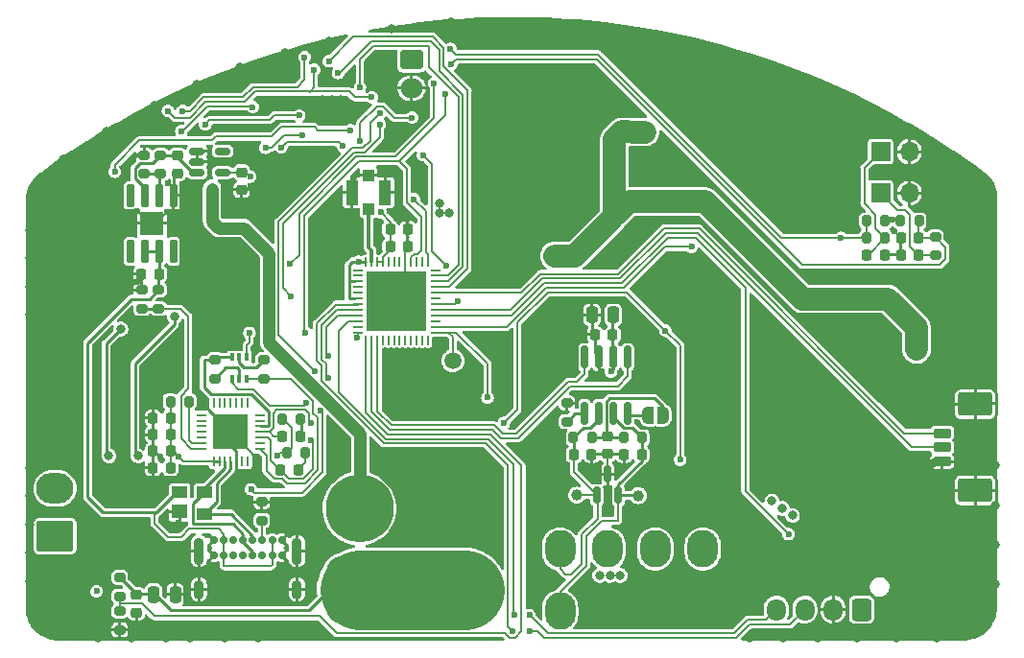
<source format=gbr>
%TF.GenerationSoftware,KiCad,Pcbnew,(6.0.1-0)*%
%TF.CreationDate,2022-08-02T01:53:12+01:00*%
%TF.ProjectId,powerboard_sc21_as25,706f7765-7262-46f6-9172-645f73633231,rev?*%
%TF.SameCoordinates,Original*%
%TF.FileFunction,Copper,L4,Bot*%
%TF.FilePolarity,Positive*%
%FSLAX46Y46*%
G04 Gerber Fmt 4.6, Leading zero omitted, Abs format (unit mm)*
G04 Created by KiCad (PCBNEW (6.0.1-0)) date 2022-08-02 01:53:12*
%MOMM*%
%LPD*%
G01*
G04 APERTURE LIST*
G04 Aperture macros list*
%AMRoundRect*
0 Rectangle with rounded corners*
0 $1 Rounding radius*
0 $2 $3 $4 $5 $6 $7 $8 $9 X,Y pos of 4 corners*
0 Add a 4 corners polygon primitive as box body*
4,1,4,$2,$3,$4,$5,$6,$7,$8,$9,$2,$3,0*
0 Add four circle primitives for the rounded corners*
1,1,$1+$1,$2,$3*
1,1,$1+$1,$4,$5*
1,1,$1+$1,$6,$7*
1,1,$1+$1,$8,$9*
0 Add four rect primitives between the rounded corners*
20,1,$1+$1,$2,$3,$4,$5,0*
20,1,$1+$1,$4,$5,$6,$7,0*
20,1,$1+$1,$6,$7,$8,$9,0*
20,1,$1+$1,$8,$9,$2,$3,0*%
%AMFreePoly0*
4,1,22,0.500000,-0.750000,0.000000,-0.750000,0.000000,-0.745033,-0.079941,-0.743568,-0.215256,-0.701293,-0.333266,-0.622738,-0.424486,-0.514219,-0.481581,-0.384460,-0.499164,-0.250000,-0.500000,-0.250000,-0.500000,0.250000,-0.499164,0.250000,-0.499963,0.256109,-0.478152,0.396186,-0.417904,0.524511,-0.324060,0.630769,-0.204165,0.706417,-0.067858,0.745374,0.000000,0.744959,0.000000,0.750000,
0.500000,0.750000,0.500000,-0.750000,0.500000,-0.750000,$1*%
%AMFreePoly1*
4,1,20,0.000000,0.744959,0.073905,0.744508,0.209726,0.703889,0.328688,0.626782,0.421226,0.519385,0.479903,0.390333,0.500000,0.250000,0.500000,-0.250000,0.499851,-0.262216,0.476331,-0.402017,0.414519,-0.529596,0.319384,-0.634700,0.198574,-0.708877,0.061801,-0.746166,0.000000,-0.745033,0.000000,-0.750000,-0.500000,-0.750000,-0.500000,0.750000,0.000000,0.750000,0.000000,0.744959,
0.000000,0.744959,$1*%
G04 Aperture macros list end*
%TA.AperFunction,SMDPad,CuDef*%
%ADD10C,1.500000*%
%TD*%
%TA.AperFunction,ComponentPad*%
%ADD11RoundRect,1.500000X-1.500000X1.500000X-1.500000X-1.500000X1.500000X-1.500000X1.500000X1.500000X0*%
%TD*%
%TA.AperFunction,ComponentPad*%
%ADD12C,6.000000*%
%TD*%
%TA.AperFunction,ComponentPad*%
%ADD13RoundRect,0.250001X1.399999X-1.099999X1.399999X1.099999X-1.399999X1.099999X-1.399999X-1.099999X0*%
%TD*%
%TA.AperFunction,ComponentPad*%
%ADD14O,3.300000X2.700000*%
%TD*%
%TA.AperFunction,ComponentPad*%
%ADD15RoundRect,0.250001X1.099999X1.399999X-1.099999X1.399999X-1.099999X-1.399999X1.099999X-1.399999X0*%
%TD*%
%TA.AperFunction,ComponentPad*%
%ADD16O,2.700000X3.300000*%
%TD*%
%TA.AperFunction,ComponentPad*%
%ADD17C,5.600000*%
%TD*%
%TA.AperFunction,ComponentPad*%
%ADD18R,1.700000X1.700000*%
%TD*%
%TA.AperFunction,ComponentPad*%
%ADD19O,1.700000X1.700000*%
%TD*%
%TA.AperFunction,ComponentPad*%
%ADD20RoundRect,0.250000X0.600000X0.725000X-0.600000X0.725000X-0.600000X-0.725000X0.600000X-0.725000X0*%
%TD*%
%TA.AperFunction,ComponentPad*%
%ADD21O,1.700000X1.950000*%
%TD*%
%TA.AperFunction,ComponentPad*%
%ADD22RoundRect,1.500000X1.500000X-1.500000X1.500000X1.500000X-1.500000X1.500000X-1.500000X-1.500000X0*%
%TD*%
%TA.AperFunction,SMDPad,CuDef*%
%ADD23RoundRect,0.150000X-0.150000X0.825000X-0.150000X-0.825000X0.150000X-0.825000X0.150000X0.825000X0*%
%TD*%
%TA.AperFunction,SMDPad,CuDef*%
%ADD24RoundRect,0.225000X0.250000X-0.225000X0.250000X0.225000X-0.250000X0.225000X-0.250000X-0.225000X0*%
%TD*%
%TA.AperFunction,SMDPad,CuDef*%
%ADD25RoundRect,0.200000X-0.200000X-0.275000X0.200000X-0.275000X0.200000X0.275000X-0.200000X0.275000X0*%
%TD*%
%TA.AperFunction,SMDPad,CuDef*%
%ADD26RoundRect,0.225000X0.225000X0.250000X-0.225000X0.250000X-0.225000X-0.250000X0.225000X-0.250000X0*%
%TD*%
%TA.AperFunction,SMDPad,CuDef*%
%ADD27RoundRect,0.225000X-0.225000X-0.250000X0.225000X-0.250000X0.225000X0.250000X-0.225000X0.250000X0*%
%TD*%
%TA.AperFunction,SMDPad,CuDef*%
%ADD28RoundRect,0.200000X-0.275000X0.200000X-0.275000X-0.200000X0.275000X-0.200000X0.275000X0.200000X0*%
%TD*%
%TA.AperFunction,SMDPad,CuDef*%
%ADD29C,1.000000*%
%TD*%
%TA.AperFunction,SMDPad,CuDef*%
%ADD30RoundRect,0.225000X-0.250000X0.225000X-0.250000X-0.225000X0.250000X-0.225000X0.250000X0.225000X0*%
%TD*%
%TA.AperFunction,SMDPad,CuDef*%
%ADD31RoundRect,0.200000X0.200000X0.275000X-0.200000X0.275000X-0.200000X-0.275000X0.200000X-0.275000X0*%
%TD*%
%TA.AperFunction,SMDPad,CuDef*%
%ADD32R,1.000000X1.000000*%
%TD*%
%TA.AperFunction,SMDPad,CuDef*%
%ADD33R,1.050000X2.200000*%
%TD*%
%TA.AperFunction,SMDPad,CuDef*%
%ADD34RoundRect,0.200000X0.275000X-0.200000X0.275000X0.200000X-0.275000X0.200000X-0.275000X-0.200000X0*%
%TD*%
%TA.AperFunction,SMDPad,CuDef*%
%ADD35RoundRect,0.150000X0.150000X-0.587500X0.150000X0.587500X-0.150000X0.587500X-0.150000X-0.587500X0*%
%TD*%
%TA.AperFunction,ComponentPad*%
%ADD36RoundRect,0.250000X-0.750000X0.600000X-0.750000X-0.600000X0.750000X-0.600000X0.750000X0.600000X0*%
%TD*%
%TA.AperFunction,ComponentPad*%
%ADD37O,2.000000X1.700000*%
%TD*%
%TA.AperFunction,SMDPad,CuDef*%
%ADD38R,0.400000X0.650000*%
%TD*%
%TA.AperFunction,SMDPad,CuDef*%
%ADD39RoundRect,0.250000X-0.250000X-0.475000X0.250000X-0.475000X0.250000X0.475000X-0.250000X0.475000X0*%
%TD*%
%TA.AperFunction,SMDPad,CuDef*%
%ADD40RoundRect,0.062500X-0.062500X0.337500X-0.062500X-0.337500X0.062500X-0.337500X0.062500X0.337500X0*%
%TD*%
%TA.AperFunction,SMDPad,CuDef*%
%ADD41RoundRect,0.062500X-0.337500X0.062500X-0.337500X-0.062500X0.337500X-0.062500X0.337500X0.062500X0*%
%TD*%
%TA.AperFunction,SMDPad,CuDef*%
%ADD42R,5.300000X5.300000*%
%TD*%
%TA.AperFunction,SMDPad,CuDef*%
%ADD43RoundRect,0.218750X-0.218750X-0.256250X0.218750X-0.256250X0.218750X0.256250X-0.218750X0.256250X0*%
%TD*%
%TA.AperFunction,SMDPad,CuDef*%
%ADD44RoundRect,0.200000X-0.600000X0.200000X-0.600000X-0.200000X0.600000X-0.200000X0.600000X0.200000X0*%
%TD*%
%TA.AperFunction,SMDPad,CuDef*%
%ADD45RoundRect,0.250001X-1.249999X0.799999X-1.249999X-0.799999X1.249999X-0.799999X1.249999X0.799999X0*%
%TD*%
%TA.AperFunction,SMDPad,CuDef*%
%ADD46RoundRect,0.250000X0.250000X0.475000X-0.250000X0.475000X-0.250000X-0.475000X0.250000X-0.475000X0*%
%TD*%
%TA.AperFunction,SMDPad,CuDef*%
%ADD47R,1.400000X1.200000*%
%TD*%
%TA.AperFunction,SMDPad,CuDef*%
%ADD48R,1.400000X1.000000*%
%TD*%
%TA.AperFunction,SMDPad,CuDef*%
%ADD49FreePoly0,0.000000*%
%TD*%
%TA.AperFunction,SMDPad,CuDef*%
%ADD50FreePoly1,0.000000*%
%TD*%
%TA.AperFunction,SMDPad,CuDef*%
%ADD51RoundRect,0.150000X-0.512500X-0.150000X0.512500X-0.150000X0.512500X0.150000X-0.512500X0.150000X0*%
%TD*%
%TA.AperFunction,SMDPad,CuDef*%
%ADD52R,0.254000X0.900000*%
%TD*%
%TA.AperFunction,SMDPad,CuDef*%
%ADD53R,0.900000X0.254000*%
%TD*%
%TA.AperFunction,SMDPad,CuDef*%
%ADD54R,3.100000X3.100000*%
%TD*%
%TA.AperFunction,ComponentPad*%
%ADD55C,0.700000*%
%TD*%
%TA.AperFunction,ComponentPad*%
%ADD56O,0.900000X2.400000*%
%TD*%
%TA.AperFunction,ComponentPad*%
%ADD57O,0.900000X1.700000*%
%TD*%
%TA.AperFunction,SMDPad,CuDef*%
%ADD58RoundRect,0.042000X0.258000X-0.943000X0.258000X0.943000X-0.258000X0.943000X-0.258000X-0.943000X0*%
%TD*%
%TA.AperFunction,SMDPad,CuDef*%
%ADD59R,2.150000X2.150000*%
%TD*%
%TA.AperFunction,ViaPad*%
%ADD60C,0.800000*%
%TD*%
%TA.AperFunction,ViaPad*%
%ADD61C,0.600000*%
%TD*%
%TA.AperFunction,Conductor*%
%ADD62C,0.250000*%
%TD*%
%TA.AperFunction,Conductor*%
%ADD63C,0.200000*%
%TD*%
%TA.AperFunction,Conductor*%
%ADD64C,7.000000*%
%TD*%
%TA.AperFunction,Conductor*%
%ADD65C,0.345000*%
%TD*%
%TA.AperFunction,Conductor*%
%ADD66C,2.000000*%
%TD*%
%TA.AperFunction,Conductor*%
%ADD67C,1.100000*%
%TD*%
G04 APERTURE END LIST*
D10*
%TO.P,TP1,1,1*%
%TO.N,/LPC_24V*%
X86850000Y-58050000D03*
%TD*%
D11*
%TO.P,J6,1,Pin_1*%
%TO.N,GND*%
X87850000Y-71100000D03*
D12*
%TO.P,J6,2,Pin_2*%
%TO.N,Net-(C31-Pad1)*%
X87850000Y-78300000D03*
%TD*%
D13*
%TO.P,J5,1,Pin_1*%
%TO.N,Net-(J5-Pad1)*%
X51750000Y-73525000D03*
D14*
%TO.P,J5,2,Pin_2*%
X51750000Y-69325000D03*
%TO.P,J5,3,Pin_3*%
%TO.N,GND*%
X57250000Y-73525000D03*
%TO.P,J5,4,Pin_4*%
X57250000Y-69325000D03*
%TD*%
D15*
%TO.P,J4,1,Pin_1*%
%TO.N,GND*%
X108900000Y-80160000D03*
D16*
%TO.P,J4,2,Pin_2*%
X104700000Y-80160000D03*
%TO.P,J4,3,Pin_3*%
X100500000Y-80160000D03*
%TO.P,J4,4,Pin_4*%
%TO.N,/CANL*%
X96300000Y-80160000D03*
%TO.P,J4,5,Pin_5*%
%TO.N,Net-(J4-Pad5)*%
X108900000Y-74660000D03*
%TO.P,J4,6,Pin_6*%
X104700000Y-74660000D03*
%TO.P,J4,7,Pin_7*%
%TO.N,+3V3*%
X100500000Y-74660000D03*
%TO.P,J4,8,Pin_8*%
%TO.N,/CANH*%
X96300000Y-74660000D03*
%TD*%
D17*
%TO.P,H3,1,1*%
%TO.N,GND*%
X52000000Y-79850000D03*
%TD*%
%TO.P,H4,1,1*%
%TO.N,GND*%
X132075000Y-43800000D03*
%TD*%
D18*
%TO.P,J2,1,Pin_1*%
%TO.N,Net-(C17-Pad2)*%
X124575000Y-43250000D03*
D19*
%TO.P,J2,2,Pin_2*%
%TO.N,GND*%
X127115000Y-43250000D03*
%TD*%
D20*
%TO.P,J10,1,Pin_1*%
%TO.N,+3V3*%
X122890000Y-80025000D03*
D21*
%TO.P,J10,2,Pin_2*%
%TO.N,GND*%
X120390000Y-80025000D03*
%TO.P,J10,3,Pin_3*%
%TO.N,/SDA*%
X117890000Y-80025000D03*
%TO.P,J10,4,Pin_4*%
%TO.N,/SCL*%
X115390000Y-80025000D03*
%TD*%
D17*
%TO.P,H2,1,1*%
%TO.N,GND*%
X132000000Y-79800000D03*
%TD*%
D18*
%TO.P,J3,1,Pin_1*%
%TO.N,Net-(C18-Pad2)*%
X124575000Y-39600000D03*
D19*
%TO.P,J3,2,Pin_2*%
%TO.N,GND*%
X127115000Y-39600000D03*
%TD*%
D17*
%TO.P,H1,1,1*%
%TO.N,GND*%
X52075000Y-43850000D03*
%TD*%
D22*
%TO.P,J7,1,Pin_1*%
%TO.N,Net-(C31-Pad1)*%
X78600000Y-78300000D03*
D12*
%TO.P,J7,2,Pin_2*%
%TO.N,/Battery Charger/Q3-D*%
X78600000Y-71100000D03*
%TD*%
D23*
%TO.P,U2,1,D*%
%TO.N,/CAN_TX*%
X98460000Y-57730449D03*
%TO.P,U2,2,GND*%
%TO.N,GND*%
X99730000Y-57730449D03*
%TO.P,U2,3,VCC*%
%TO.N,+3V3*%
X101000000Y-57730449D03*
%TO.P,U2,4,R*%
%TO.N,/CAN_RX*%
X102270000Y-57730449D03*
%TO.P,U2,5,Vref*%
%TO.N,/Vref*%
X102270000Y-62680449D03*
%TO.P,U2,6,CANL*%
%TO.N,/CANL*%
X101000000Y-62680449D03*
%TO.P,U2,7,CANH*%
%TO.N,/CANH*%
X99730000Y-62680449D03*
%TO.P,U2,8,Rs*%
%TO.N,Net-(R24-Pad1)*%
X98460000Y-62680449D03*
%TD*%
D24*
%TO.P,C57,1*%
%TO.N,GND*%
X62550000Y-41495000D03*
%TO.P,C57,2*%
%TO.N,Net-(C57-Pad2)*%
X62550000Y-39945000D03*
%TD*%
D25*
%TO.P,R40,1*%
%TO.N,+3V3*%
X61925000Y-61650000D03*
%TO.P,R40,2*%
%TO.N,Net-(IC2-Pad9)*%
X63575000Y-61650000D03*
%TD*%
D26*
%TO.P,C18,1*%
%TO.N,GND*%
X124925000Y-48700000D03*
%TO.P,C18,2*%
%TO.N,Net-(C18-Pad2)*%
X123375000Y-48700000D03*
%TD*%
D27*
%TO.P,C52,1*%
%TO.N,GND*%
X60375000Y-66030000D03*
%TO.P,C52,2*%
%TO.N,+3V3*%
X61925000Y-66030000D03*
%TD*%
%TO.P,C28,1*%
%TO.N,GND*%
X101960000Y-66335449D03*
%TO.P,C28,2*%
%TO.N,/CANL*%
X103510000Y-66335449D03*
%TD*%
%TO.P,C24,1*%
%TO.N,+3V3*%
X81325000Y-47950000D03*
%TO.P,C24,2*%
%TO.N,GND*%
X82875000Y-47950000D03*
%TD*%
D26*
%TO.P,C51,1*%
%TO.N,+3V3*%
X61925000Y-63100000D03*
%TO.P,C51,2*%
%TO.N,GND*%
X60375000Y-63100000D03*
%TD*%
D28*
%TO.P,R38,1*%
%TO.N,VBUS*%
X60900000Y-51805000D03*
%TO.P,R38,2*%
%TO.N,Net-(IC2-Pad8)*%
X60900000Y-53455000D03*
%TD*%
D29*
%TO.P,TP14,1,1*%
%TO.N,/CANL*%
X103215000Y-69950449D03*
%TD*%
D30*
%TO.P,C31,1*%
%TO.N,Net-(C31-Pad1)*%
X58930000Y-78725000D03*
%TO.P,C31,2*%
%TO.N,GND*%
X58930000Y-80275000D03*
%TD*%
D31*
%TO.P,R21,1*%
%TO.N,Net-(D3-Pad2)*%
X73825000Y-66200000D03*
%TO.P,R21,2*%
%TO.N,+3V3*%
X72175000Y-66200000D03*
%TD*%
%TO.P,R8,1*%
%TO.N,Net-(C18-Pad2)*%
X124975000Y-47200000D03*
%TO.P,R8,2*%
%TO.N,/BOOT*%
X123325000Y-47200000D03*
%TD*%
D32*
%TO.P,J9,1,In*%
%TO.N,/LNA_IN*%
X79400000Y-44700000D03*
D33*
%TO.P,J9,2,Ext*%
%TO.N,GND*%
X77925000Y-43200000D03*
D32*
X79400000Y-41700000D03*
D33*
X80875000Y-43200000D03*
%TD*%
D27*
%TO.P,C22,1*%
%TO.N,+3V3*%
X81325000Y-46450000D03*
%TO.P,C22,2*%
%TO.N,GND*%
X82875000Y-46450000D03*
%TD*%
D34*
%TO.P,R13,1*%
%TO.N,Net-(Q6-Pad5)*%
X65850000Y-59625000D03*
%TO.P,R13,2*%
%TO.N,/RTS*%
X65850000Y-57975000D03*
%TD*%
D35*
%TO.P,D4,1,A1*%
%TO.N,/CANL*%
X101455000Y-69932949D03*
%TO.P,D4,2,A2*%
%TO.N,/CANH*%
X99555000Y-69932949D03*
%TO.P,D4,3,common*%
%TO.N,GND*%
X100505000Y-68057949D03*
%TD*%
D36*
%TO.P,J1,1,Pin_1*%
%TO.N,Net-(J1-Pad1)*%
X83200000Y-31500000D03*
D37*
%TO.P,J1,2,Pin_2*%
%TO.N,GND*%
X83200000Y-34000000D03*
%TD*%
D38*
%TO.P,Q6,1,E1*%
%TO.N,/RTS*%
X67350000Y-57750000D03*
%TO.P,Q6,2,B1*%
%TO.N,Net-(Q6-Pad2)*%
X68000000Y-57750000D03*
%TO.P,Q6,3,C2*%
%TO.N,/BOOT*%
X68650000Y-57750000D03*
%TO.P,Q6,4,E2*%
%TO.N,/DTR*%
X68650000Y-59650000D03*
%TO.P,Q6,5,B2*%
%TO.N,Net-(Q6-Pad5)*%
X68000000Y-59650000D03*
%TO.P,Q6,6,C1*%
%TO.N,/EN*%
X67350000Y-59650000D03*
%TD*%
D34*
%TO.P,R43,1*%
%TO.N,Net-(R42-Pad2)*%
X59610000Y-41555000D03*
%TO.P,R43,2*%
%TO.N,GND*%
X59610000Y-39905000D03*
%TD*%
D39*
%TO.P,C32,1*%
%TO.N,Net-(C31-Pad1)*%
X60450000Y-78700000D03*
%TO.P,C32,2*%
%TO.N,GND*%
X62350000Y-78700000D03*
%TD*%
D30*
%TO.P,C58,1*%
%TO.N,+3V3*%
X68200000Y-41425000D03*
%TO.P,C58,2*%
%TO.N,GND*%
X68200000Y-42975000D03*
%TD*%
D27*
%TO.P,C54,1*%
%TO.N,GND*%
X59375000Y-50390000D03*
%TO.P,C54,2*%
%TO.N,VBUS*%
X60925000Y-50390000D03*
%TD*%
D28*
%TO.P,R30,1*%
%TO.N,Net-(C31-Pad1)*%
X57460000Y-77185000D03*
%TO.P,R30,2*%
%TO.N,/CHARGE*%
X57460000Y-78835000D03*
%TD*%
D30*
%TO.P,C26,1*%
%TO.N,Net-(C26-Pad1)*%
X100515000Y-64725000D03*
%TO.P,C26,2*%
%TO.N,GND*%
X100515000Y-66275000D03*
%TD*%
D25*
%TO.P,R26,1*%
%TO.N,/CANH*%
X97479725Y-64844995D03*
%TO.P,R26,2*%
%TO.N,Net-(C26-Pad1)*%
X99129725Y-64844995D03*
%TD*%
D40*
%TO.P,U3,1,VDDA*%
%TO.N,+3V3*%
X79150000Y-49350000D03*
%TO.P,U3,2,LNA_IN*%
%TO.N,/LNA_IN*%
X79650000Y-49350000D03*
%TO.P,U3,3,VDDA3P3*%
%TO.N,+3V3*%
X80150000Y-49350000D03*
%TO.P,U3,4,VDDA3P3*%
X80650000Y-49350000D03*
%TO.P,U3,5,SENSOR_VP*%
%TO.N,unconnected-(U3-Pad5)*%
X81150000Y-49350000D03*
%TO.P,U3,6,SENSOR_CAPP*%
%TO.N,unconnected-(U3-Pad6)*%
X81650000Y-49350000D03*
%TO.P,U3,7,SENSOR_CAPN*%
%TO.N,unconnected-(U3-Pad7)*%
X82150000Y-49350000D03*
%TO.P,U3,8,SENSOR_VN*%
%TO.N,GND*%
X82650000Y-49350000D03*
%TO.P,U3,9,EN*%
%TO.N,/EN*%
X83150000Y-49350000D03*
%TO.P,U3,10,IO34*%
%TO.N,unconnected-(U3-Pad10)*%
X83650000Y-49350000D03*
%TO.P,U3,11,IO35*%
%TO.N,unconnected-(U3-Pad11)*%
X84150000Y-49350000D03*
%TO.P,U3,12,IO32*%
%TO.N,/3.3STAT1*%
X84650000Y-49350000D03*
D41*
%TO.P,U3,13,IO33*%
%TO.N,unconnected-(U3-Pad13)*%
X85350000Y-50050000D03*
%TO.P,U3,14,IO25*%
%TO.N,/BATTSTAT1*%
X85350000Y-50550000D03*
%TO.P,U3,15,IO26*%
%TO.N,/PG*%
X85350000Y-51050000D03*
%TO.P,U3,16,IO27*%
%TO.N,/BATTSTAT2*%
X85350000Y-51550000D03*
%TO.P,U3,17,IO14*%
%TO.N,/EXT_LED*%
X85350000Y-52050000D03*
%TO.P,U3,18,IO12*%
%TO.N,unconnected-(U3-Pad18)*%
X85350000Y-52550000D03*
%TO.P,U3,19,VDD3P3_RTC*%
%TO.N,+3V3*%
X85350000Y-53050000D03*
%TO.P,U3,20,IO13*%
%TO.N,/PDU_EN*%
X85350000Y-53550000D03*
%TO.P,U3,21,IO15*%
%TO.N,/3.3STAT2*%
X85350000Y-54050000D03*
%TO.P,U3,22,IO2*%
%TO.N,unconnected-(U3-Pad22)*%
X85350000Y-54550000D03*
%TO.P,U3,23,IO0*%
%TO.N,/BOOT*%
X85350000Y-55050000D03*
%TO.P,U3,24,IO4*%
%TO.N,/LPC_24V*%
X85350000Y-55550000D03*
D40*
%TO.P,U3,25,IO16*%
%TO.N,unconnected-(U3-Pad25)*%
X84650000Y-56250000D03*
%TO.P,U3,26,VDD_SDIO*%
%TO.N,unconnected-(U3-Pad26)*%
X84150000Y-56250000D03*
%TO.P,U3,27,IO17*%
%TO.N,unconnected-(U3-Pad27)*%
X83650000Y-56250000D03*
%TO.P,U3,28,SD2/IO9*%
%TO.N,unconnected-(U3-Pad28)*%
X83150000Y-56250000D03*
%TO.P,U3,29,SD3/IO10*%
%TO.N,unconnected-(U3-Pad29)*%
X82650000Y-56250000D03*
%TO.P,U3,30,CMD*%
%TO.N,unconnected-(U3-Pad30)*%
X82150000Y-56250000D03*
%TO.P,U3,31,CLK*%
%TO.N,unconnected-(U3-Pad31)*%
X81650000Y-56250000D03*
%TO.P,U3,32,SD0*%
%TO.N,unconnected-(U3-Pad32)*%
X81150000Y-56250000D03*
%TO.P,U3,33,SD1*%
%TO.N,unconnected-(U3-Pad33)*%
X80650000Y-56250000D03*
%TO.P,U3,34,IO5*%
%TO.N,/CAN_TX*%
X80150000Y-56250000D03*
%TO.P,U3,35,IO18*%
%TO.N,/CAN_RX*%
X79650000Y-56250000D03*
%TO.P,U3,36,IO23*%
%TO.N,/CHARGE*%
X79150000Y-56250000D03*
D41*
%TO.P,U3,37,VDD3P3_CPU*%
%TO.N,+3V3*%
X78450000Y-55550000D03*
%TO.P,U3,38,IO19*%
%TO.N,unconnected-(U3-Pad38)*%
X78450000Y-55050000D03*
%TO.P,U3,39,IO22*%
%TO.N,/SCL*%
X78450000Y-54550000D03*
%TO.P,U3,40,U0RXD/IO3*%
%TO.N,/RXD*%
X78450000Y-54050000D03*
%TO.P,U3,41,U0TXD/IO1*%
%TO.N,/TXD*%
X78450000Y-53550000D03*
%TO.P,U3,42,IO21*%
%TO.N,/SDA*%
X78450000Y-53050000D03*
%TO.P,U3,43,VDDA*%
%TO.N,+3V3*%
X78450000Y-52550000D03*
%TO.P,U3,44,XTAL_N_NC*%
%TO.N,unconnected-(U3-Pad44)*%
X78450000Y-52050000D03*
%TO.P,U3,45,XTAL_P_NC*%
%TO.N,unconnected-(U3-Pad45)*%
X78450000Y-51550000D03*
%TO.P,U3,46,VDDA*%
%TO.N,+3V3*%
X78450000Y-51050000D03*
%TO.P,U3,47,CAP2_NC*%
%TO.N,unconnected-(U3-Pad47)*%
X78450000Y-50550000D03*
%TO.P,U3,48,CAP1_NC*%
%TO.N,unconnected-(U3-Pad48)*%
X78450000Y-50050000D03*
D42*
%TO.P,U3,49,GND*%
%TO.N,GND*%
X81900000Y-52800000D03*
%TD*%
D26*
%TO.P,C27,1*%
%TO.N,GND*%
X99074551Y-66335000D03*
%TO.P,C27,2*%
%TO.N,/CANH*%
X97524551Y-66335000D03*
%TD*%
D28*
%TO.P,R12,1*%
%TO.N,Net-(Q6-Pad2)*%
X70150000Y-57975000D03*
%TO.P,R12,2*%
%TO.N,/DTR*%
X70150000Y-59625000D03*
%TD*%
D43*
%TO.P,D3,1,K*%
%TO.N,/TXD*%
X71612500Y-67700000D03*
%TO.P,D3,2,A*%
%TO.N,Net-(D3-Pad2)*%
X73187500Y-67700000D03*
%TD*%
D34*
%TO.P,R6,1*%
%TO.N,Net-(C17-Pad2)*%
X129400000Y-48775000D03*
%TO.P,R6,2*%
%TO.N,/EN*%
X129400000Y-47125000D03*
%TD*%
%TO.P,R24,1*%
%TO.N,Net-(R24-Pad1)*%
X96900000Y-63425000D03*
%TO.P,R24,2*%
%TO.N,GND*%
X96900000Y-61775000D03*
%TD*%
D43*
%TO.P,D2,1,K*%
%TO.N,/RXD*%
X71812500Y-64700000D03*
%TO.P,D2,2,A*%
%TO.N,Net-(D2-Pad2)*%
X73387500Y-64700000D03*
%TD*%
D27*
%TO.P,C17,1*%
%TO.N,GND*%
X126375000Y-48700000D03*
%TO.P,C17,2*%
%TO.N,Net-(C17-Pad2)*%
X127925000Y-48700000D03*
%TD*%
D44*
%TO.P,J11,1,Pin_1*%
%TO.N,/EXT_LED*%
X130020000Y-64440000D03*
%TO.P,J11,2,Pin_2*%
%TO.N,/PDU_EN*%
X130020000Y-65690000D03*
%TO.P,J11,3,Pin_3*%
%TO.N,GND*%
X130020000Y-66940000D03*
D45*
%TO.P,J11,MP,MountPin*%
X132920000Y-69490000D03*
X132920000Y-61890000D03*
%TD*%
D46*
%TO.P,C25,1*%
%TO.N,+3V3*%
X101009551Y-54000000D03*
%TO.P,C25,2*%
%TO.N,GND*%
X99109551Y-54000000D03*
%TD*%
D31*
%TO.P,R11,1*%
%TO.N,+3V3*%
X124975000Y-45700000D03*
%TO.P,R11,2*%
%TO.N,/BOOT*%
X123325000Y-45700000D03*
%TD*%
D47*
%TO.P,D8,1,A*%
%TO.N,GND*%
X62740000Y-71380000D03*
D48*
%TO.P,D8,2,K*%
%TO.N,VBUS*%
X62740000Y-69660000D03*
%TO.P,D8,3,K*%
%TO.N,/USB To UART/D-*%
X64940000Y-69660000D03*
%TO.P,D8,4,K*%
%TO.N,/USB To UART/D+*%
X64940000Y-71560000D03*
%TD*%
D49*
%TO.P,JP1,1,A*%
%TO.N,/Vref*%
X104079551Y-62855000D03*
D50*
%TO.P,JP1,2,B*%
%TO.N,Net-(C26-Pad1)*%
X105379551Y-62855000D03*
%TD*%
D26*
%TO.P,C50,1*%
%TO.N,+3V3*%
X61925000Y-64570000D03*
%TO.P,C50,2*%
%TO.N,GND*%
X60375000Y-64570000D03*
%TD*%
D28*
%TO.P,R31,1*%
%TO.N,/CHARGE*%
X57460000Y-80155000D03*
%TO.P,R31,2*%
%TO.N,GND*%
X57460000Y-81805000D03*
%TD*%
D51*
%TO.P,U11,1,IN*%
%TO.N,Net-(C57-Pad2)*%
X64262500Y-41450000D03*
%TO.P,U11,2,GND*%
%TO.N,GND*%
X64262500Y-40500000D03*
%TO.P,U11,3,CTL*%
X64262500Y-39550000D03*
%TO.P,U11,4,STAT*%
%TO.N,unconnected-(U11-Pad4)*%
X66537500Y-39550000D03*
%TO.P,U11,5,OUT*%
%TO.N,+3V3*%
X66537500Y-41450000D03*
%TD*%
D28*
%TO.P,R35,1*%
%TO.N,GND*%
X69990000Y-70495000D03*
%TO.P,R35,2*%
%TO.N,Net-(J8-PadA5)*%
X69990000Y-72145000D03*
%TD*%
D29*
%TO.P,TP15,1,1*%
%TO.N,/CANH*%
X97767770Y-69924309D03*
%TD*%
D52*
%TO.P,IC2,1,DCD*%
%TO.N,unconnected-(IC2-Pad1)*%
X68740000Y-66933250D03*
%TO.P,IC2,2,RI*%
%TO.N,unconnected-(IC2-Pad2)*%
X68240000Y-66933250D03*
%TO.P,IC2,3,GND*%
%TO.N,GND*%
X67740000Y-66933250D03*
%TO.P,IC2,4,D+*%
%TO.N,/USB To UART/D+*%
X67240000Y-66933250D03*
%TO.P,IC2,5,D-*%
%TO.N,/USB To UART/D-*%
X66740000Y-66933250D03*
%TO.P,IC2,6,VDD*%
%TO.N,+3V3*%
X66240000Y-66933250D03*
%TO.P,IC2,7,REGIN*%
X65740000Y-66933250D03*
D53*
%TO.P,IC2,8,VBUS*%
%TO.N,Net-(IC2-Pad8)*%
X64650000Y-65843250D03*
%TO.P,IC2,9,~{RST}*%
%TO.N,Net-(IC2-Pad9)*%
X64650000Y-65343250D03*
%TO.P,IC2,10,NC_1*%
%TO.N,unconnected-(IC2-Pad10)*%
X64650000Y-64843250D03*
%TO.P,IC2,11,~{SUSPEND}*%
%TO.N,unconnected-(IC2-Pad11)*%
X64650000Y-64343250D03*
%TO.P,IC2,12,SUSPEND*%
%TO.N,unconnected-(IC2-Pad12)*%
X64650000Y-63843250D03*
%TO.P,IC2,13,NC_2*%
%TO.N,unconnected-(IC2-Pad13)*%
X64650000Y-63343250D03*
%TO.P,IC2,14,NC_3*%
%TO.N,unconnected-(IC2-Pad14)*%
X64650000Y-62843250D03*
D52*
%TO.P,IC2,15,NC_4*%
%TO.N,unconnected-(IC2-Pad15)*%
X65740000Y-61753250D03*
%TO.P,IC2,16,NC_5*%
%TO.N,unconnected-(IC2-Pad16)*%
X66240000Y-61753250D03*
%TO.P,IC2,17,NC_6*%
%TO.N,unconnected-(IC2-Pad17)*%
X66740000Y-61753250D03*
%TO.P,IC2,18,NC_7*%
%TO.N,unconnected-(IC2-Pad18)*%
X67240000Y-61753250D03*
%TO.P,IC2,19,NC_8*%
%TO.N,unconnected-(IC2-Pad19)*%
X67740000Y-61753250D03*
%TO.P,IC2,20,NC_9*%
%TO.N,unconnected-(IC2-Pad20)*%
X68240000Y-61753250D03*
%TO.P,IC2,21,NC_10*%
%TO.N,unconnected-(IC2-Pad21)*%
X68740000Y-61753250D03*
D53*
%TO.P,IC2,22,NC_11*%
%TO.N,unconnected-(IC2-Pad22)*%
X69830000Y-62843250D03*
%TO.P,IC2,23,CTS*%
%TO.N,unconnected-(IC2-Pad23)*%
X69830000Y-63343250D03*
%TO.P,IC2,24,RTS*%
%TO.N,/RTS*%
X69830000Y-63843250D03*
%TO.P,IC2,25,RXD*%
%TO.N,/RXD*%
X69830000Y-64343250D03*
%TO.P,IC2,26,TXD*%
%TO.N,/TXD*%
X69830000Y-64843250D03*
%TO.P,IC2,27,DSR*%
%TO.N,unconnected-(IC2-Pad27)*%
X69830000Y-65343250D03*
%TO.P,IC2,28,DTR*%
%TO.N,/DTR*%
X69830000Y-65843250D03*
D54*
%TO.P,IC2,29,EPAD*%
%TO.N,GND*%
X67240000Y-64343250D03*
%TD*%
D28*
%TO.P,R39,1*%
%TO.N,GND*%
X59400000Y-51805000D03*
%TO.P,R39,2*%
%TO.N,Net-(IC2-Pad8)*%
X59400000Y-53455000D03*
%TD*%
D26*
%TO.P,C23,1*%
%TO.N,+3V3*%
X100934551Y-55750000D03*
%TO.P,C23,2*%
%TO.N,GND*%
X99384551Y-55750000D03*
%TD*%
D55*
%TO.P,J8,A1,GND*%
%TO.N,GND*%
X71745000Y-73885000D03*
%TO.P,J8,A4,VBUS*%
%TO.N,VBUS*%
X70895000Y-73885000D03*
%TO.P,J8,A5,CC1*%
%TO.N,Net-(J8-PadA5)*%
X70045000Y-73885000D03*
%TO.P,J8,A6,D+*%
%TO.N,/USB To UART/D+*%
X69195000Y-73885000D03*
%TO.P,J8,A7,D-*%
%TO.N,/USB To UART/D-*%
X68345000Y-73885000D03*
%TO.P,J8,A8,SBU1*%
%TO.N,unconnected-(J8-PadA8)*%
X67495000Y-73885000D03*
%TO.P,J8,A9,VBUS*%
%TO.N,VBUS*%
X66645000Y-73885000D03*
%TO.P,J8,A12,GND*%
%TO.N,GND*%
X65795000Y-73885000D03*
%TO.P,J8,B1,GND*%
X65795000Y-75235000D03*
%TO.P,J8,B4,VBUS*%
%TO.N,VBUS*%
X66645000Y-75235000D03*
%TO.P,J8,B5,CC2*%
%TO.N,Net-(J8-PadB5)*%
X67495000Y-75235000D03*
%TO.P,J8,B6,D+*%
%TO.N,/USB To UART/D+*%
X68345000Y-75235000D03*
%TO.P,J8,B7,D-*%
%TO.N,/USB To UART/D-*%
X69195000Y-75235000D03*
%TO.P,J8,B8,SBU2*%
%TO.N,unconnected-(J8-PadB8)*%
X70045000Y-75235000D03*
%TO.P,J8,B9,VBUS*%
%TO.N,VBUS*%
X70895000Y-75235000D03*
%TO.P,J8,B12,GND*%
%TO.N,GND*%
X71745000Y-75235000D03*
D56*
%TO.P,J8,S1,SHIELD*%
X73095000Y-74865000D03*
X64445000Y-74865000D03*
D57*
X73095000Y-78245000D03*
X64445000Y-78245000D03*
%TD*%
D31*
%TO.P,R19,1*%
%TO.N,Net-(D2-Pad2)*%
X73425000Y-63200000D03*
%TO.P,R19,2*%
%TO.N,+3V3*%
X71775000Y-63200000D03*
%TD*%
D27*
%TO.P,C2,1*%
%TO.N,GND*%
X126375000Y-47200000D03*
%TO.P,C2,2*%
%TO.N,/EN*%
X127925000Y-47200000D03*
%TD*%
D58*
%TO.P,U4,1,PGOOD*%
%TO.N,unconnected-(U4-Pad1)*%
X62205000Y-48400000D03*
%TO.P,U4,2,EN*%
%TO.N,VBUS*%
X60935000Y-48400000D03*
%TO.P,U4,3,VIN*%
X59665000Y-48400000D03*
%TO.P,U4,4,VDD*%
%TO.N,unconnected-(U4-Pad4)*%
X58395000Y-48400000D03*
%TO.P,U4,5*%
%TO.N,N/C*%
X58395000Y-43460000D03*
%TO.P,U4,6,VOUT*%
%TO.N,Net-(C57-Pad2)*%
X59665000Y-43460000D03*
%TO.P,U4,7,ADJ*%
%TO.N,Net-(R42-Pad2)*%
X60935000Y-43460000D03*
%TO.P,U4,8,GND*%
%TO.N,GND*%
X62205000Y-43460000D03*
D59*
%TO.P,U4,9,GND*%
X60300000Y-45930000D03*
%TD*%
D25*
%TO.P,R4,1*%
%TO.N,+3V3*%
X126325000Y-45700000D03*
%TO.P,R4,2*%
%TO.N,/EN*%
X127975000Y-45700000D03*
%TD*%
D27*
%TO.P,C53,1*%
%TO.N,GND*%
X60375000Y-67500000D03*
%TO.P,C53,2*%
%TO.N,+3V3*%
X61925000Y-67500000D03*
%TD*%
D28*
%TO.P,R42,1*%
%TO.N,Net-(C57-Pad2)*%
X61070000Y-39905000D03*
%TO.P,R42,2*%
%TO.N,Net-(R42-Pad2)*%
X61070000Y-41555000D03*
%TD*%
D25*
%TO.P,R27,1*%
%TO.N,Net-(C26-Pad1)*%
X101910000Y-64850449D03*
%TO.P,R27,2*%
%TO.N,/CANL*%
X103560000Y-64850449D03*
%TD*%
D60*
%TO.N,GND*%
X58500000Y-82500000D03*
X74649500Y-39700000D03*
X117100000Y-44300000D03*
X134700000Y-67300000D03*
X49500000Y-72500000D03*
D61*
X80324980Y-48372129D03*
D60*
X120200000Y-71600000D03*
X117500000Y-78000000D03*
D61*
X70749501Y-68978269D03*
D60*
X121600000Y-35300000D03*
X127200000Y-70100000D03*
X126200000Y-74600000D03*
X126000000Y-82500000D03*
X122200000Y-74600000D03*
X120100000Y-36300000D03*
X118600000Y-35300000D03*
X61500000Y-82500000D03*
X120200000Y-74600000D03*
X75340000Y-34990000D03*
D61*
X61600000Y-44900000D03*
D60*
X121600000Y-39300000D03*
X49500000Y-46500000D03*
X134700000Y-70800000D03*
D61*
X83437701Y-41762299D03*
X59000000Y-51100000D03*
D60*
X117100000Y-36300000D03*
X76150000Y-34990000D03*
D61*
X78728000Y-46450000D03*
D60*
X122200000Y-71600000D03*
X118600000Y-45300000D03*
X118600000Y-41300000D03*
X125200000Y-67100000D03*
D61*
X58550000Y-40400000D03*
D60*
X75325000Y-36625000D03*
X116000000Y-82500000D03*
X88000000Y-29500000D03*
X76970000Y-36620000D03*
X49500000Y-70000000D03*
X126200000Y-68600000D03*
X114100000Y-42300000D03*
X127200000Y-67100000D03*
X120100000Y-44300000D03*
X76970000Y-34990000D03*
X115600000Y-41300000D03*
X129500000Y-82500000D03*
X115600000Y-39300000D03*
X128200000Y-71600000D03*
X123000000Y-78000000D03*
X134700000Y-74300000D03*
X121200000Y-70100000D03*
X76980000Y-35810000D03*
X115600000Y-37300000D03*
D61*
X80072000Y-45784588D03*
D60*
X49500000Y-75000000D03*
X118600000Y-39300000D03*
X49500000Y-67500000D03*
X129200000Y-73100000D03*
X49500000Y-77500000D03*
X113000000Y-80000000D03*
X127000000Y-78000000D03*
X52450000Y-40280000D03*
X49500000Y-49000000D03*
X115600000Y-43300000D03*
D61*
X81850980Y-44954361D03*
D60*
X123200000Y-67100000D03*
D61*
X80076793Y-46419012D03*
D60*
X120500000Y-78000000D03*
X129200000Y-70100000D03*
X63690000Y-82510000D03*
X121200000Y-67100000D03*
X130200000Y-68600000D03*
X125200000Y-73100000D03*
D61*
X62676405Y-72370102D03*
D60*
X68090000Y-32170000D03*
X86725000Y-28125000D03*
X72050000Y-30850000D03*
X69690000Y-82510000D03*
X121600000Y-41300000D03*
X114100000Y-44300000D03*
X125200000Y-70100000D03*
D61*
X91350000Y-61300000D03*
D60*
X88010000Y-32500000D03*
X130200000Y-74600000D03*
X122200000Y-68600000D03*
D61*
X100500000Y-71000000D03*
D60*
X124200000Y-68600000D03*
X120100000Y-42300000D03*
X115600000Y-45300000D03*
X129200000Y-67100000D03*
X60490000Y-35490000D03*
X114500000Y-78000000D03*
X121600000Y-43300000D03*
D61*
X78728000Y-45800000D03*
D60*
X75850000Y-39700000D03*
X117100000Y-40300000D03*
D61*
X81600000Y-39300000D03*
X68950000Y-42599503D03*
D60*
X118600000Y-37300000D03*
X128200000Y-68600000D03*
X115600000Y-35300000D03*
D61*
X114200000Y-73200000D03*
D60*
X124200000Y-71600000D03*
X54910000Y-41200000D03*
X66690000Y-82510000D03*
X119000000Y-82500000D03*
X76160000Y-36620000D03*
X123200000Y-70100000D03*
X121600000Y-45300000D03*
X127200000Y-73100000D03*
D61*
X78810054Y-48371789D03*
D60*
X117100000Y-38300000D03*
X123200000Y-73100000D03*
D61*
X100000000Y-59000000D03*
D60*
X56330000Y-37810000D03*
X73090000Y-76770000D03*
X130200000Y-71600000D03*
D61*
X61010023Y-66500980D03*
D60*
X51500000Y-47500000D03*
D61*
X80100000Y-47050000D03*
D60*
X134700000Y-77800000D03*
X120100000Y-40300000D03*
X126200000Y-71600000D03*
X62000000Y-75500000D03*
X121600000Y-37300000D03*
X120200000Y-68600000D03*
D61*
X58977376Y-44836593D03*
X68000000Y-37600000D03*
X81500000Y-33200000D03*
D60*
X114100000Y-38300000D03*
X49500000Y-54000000D03*
X124200000Y-74600000D03*
D61*
X125806043Y-46623197D03*
D60*
X121200000Y-73100000D03*
X122500000Y-82500000D03*
X114100000Y-36300000D03*
X49500000Y-51500000D03*
D61*
X61716646Y-42347604D03*
X78728000Y-47100000D03*
D60*
X55500000Y-82500000D03*
X120100000Y-38300000D03*
X75350000Y-35810000D03*
D61*
X78101608Y-41853786D03*
D60*
X56500000Y-39500000D03*
X117100000Y-42300000D03*
X64285410Y-33689992D03*
D61*
X78728000Y-47750000D03*
D60*
X55990000Y-46160000D03*
X75925000Y-29825000D03*
X118600000Y-43300000D03*
X51000000Y-55750000D03*
D61*
X80100000Y-47700000D03*
D60*
X128200000Y-74600000D03*
X81400000Y-28750000D03*
X114100000Y-40300000D03*
X56050000Y-43530000D03*
X113000000Y-82500000D03*
X76160000Y-35810000D03*
D61*
%TO.N,/EN*%
X73900511Y-61807928D03*
X86690000Y-31870000D03*
X73839502Y-55550000D03*
X86210000Y-34530000D03*
%TO.N,/Battery Charger/CE*%
X61700000Y-36000000D03*
X79700000Y-34800000D03*
X74600000Y-32357013D03*
%TO.N,/Battery Charger/PH*%
X70310847Y-39245909D03*
X73541589Y-38134020D03*
%TO.N,/Battery Charger/BTST*%
X71711412Y-39211411D03*
X77144172Y-39108006D03*
%TO.N,/Battery Charger/VCC*%
X57012299Y-41372299D03*
X77800000Y-37700000D03*
D60*
%TO.N,/Battery Charger/Q1-S*%
X59050000Y-66449502D03*
X62300000Y-54154500D03*
%TO.N,/Battery Charger/Q1-G*%
X57550000Y-55250000D03*
X56500000Y-66449502D03*
D61*
%TO.N,Net-(C15-Pad2)*%
X84200000Y-39900000D03*
X86275738Y-49705919D03*
%TO.N,+3V3*%
X55410000Y-78390000D03*
D60*
X85689746Y-44195878D03*
X85675000Y-45025000D03*
X100700000Y-77000000D03*
X115000000Y-70449989D03*
X101600000Y-77000000D03*
D61*
X87309502Y-52800000D03*
X78515270Y-49309385D03*
X68950000Y-41800000D03*
X71400000Y-66400000D03*
X100800000Y-59000000D03*
X80468026Y-44959030D03*
D60*
X86489976Y-45012359D03*
X115900000Y-71100000D03*
X99800000Y-77000000D03*
X116800000Y-71700000D03*
D61*
X62650000Y-66500980D03*
X125650000Y-45600000D03*
X78400000Y-56000000D03*
D60*
%TO.N,+24V*%
X97600000Y-48800000D03*
X96700000Y-48800000D03*
X102760000Y-37860000D03*
X95800000Y-48800000D03*
X127750000Y-55100000D03*
X101750000Y-37850000D03*
X127750000Y-57050000D03*
X103810000Y-37860000D03*
X127740000Y-56100000D03*
D61*
%TO.N,/BOOT*%
X72500000Y-49500000D03*
X86640000Y-30520000D03*
X107900000Y-48000000D03*
X121100000Y-47200000D03*
X68900000Y-55600000D03*
X85200000Y-33550000D03*
D60*
%TO.N,/Battery Charger/Q3-D*%
X65600000Y-42850000D03*
X65600000Y-44850000D03*
X65600000Y-43850000D03*
D61*
%TO.N,/LPC_24V*%
X89900000Y-61300000D03*
%TO.N,/3.3STAT1*%
X83406439Y-43790820D03*
%TO.N,/3.3STAT2*%
X116448755Y-73362685D03*
%TO.N,/PG*%
X76710020Y-32648946D03*
%TO.N,/BATTSTAT2*%
X75900000Y-31621594D03*
%TO.N,/BATTSTAT1*%
X78650000Y-33950000D03*
%TO.N,/RXD*%
X75850000Y-57650000D03*
X74324539Y-63550000D03*
%TO.N,/TXD*%
X74309561Y-65101981D03*
X75848031Y-59575388D03*
%TO.N,/Battery Charger/ACSET*%
X73290817Y-36400500D03*
X65000000Y-37200000D03*
%TO.N,Net-(IC1-Pad23)*%
X78675500Y-38650000D03*
X83250000Y-36600000D03*
%TO.N,/Battery Charger/ICSET2*%
X69200000Y-35659500D03*
X62900000Y-37800000D03*
%TO.N,Net-(IC1-Pad3)*%
X69050000Y-69400000D03*
X75132891Y-62417109D03*
X74649020Y-58950000D03*
X80400000Y-36200000D03*
%TO.N,Net-(IC1-Pad11)*%
X73764380Y-31258023D03*
X63000000Y-36000000D03*
%TO.N,/SDA*%
X92100000Y-81900000D03*
X93596265Y-81910043D03*
%TO.N,/SCL*%
X93600000Y-80500000D03*
X92300000Y-80500000D03*
%TO.N,Net-(C3-Pad1)*%
X72563060Y-52348600D03*
X80400000Y-37200000D03*
%TO.N,Net-(Q7-Pad1)*%
X106900000Y-66800000D03*
X105600000Y-55400000D03*
X91350000Y-63550000D03*
%TD*%
D62*
%TO.N,GND*%
X67740000Y-68190000D02*
X67750000Y-68200000D01*
X67740000Y-66933250D02*
X67740000Y-68190000D01*
D63*
X67243250Y-64343250D02*
X69350000Y-66450000D01*
X67240000Y-64343250D02*
X67243250Y-64343250D01*
%TO.N,/LPC_24V*%
X87150000Y-55550000D02*
X86450000Y-55550000D01*
X86850000Y-55950000D02*
X86450000Y-55550000D01*
X86450000Y-55550000D02*
X85100000Y-55550000D01*
X86850000Y-58050000D02*
X86850000Y-55950000D01*
%TO.N,/CHARGE*%
X57480480Y-79499520D02*
X59406658Y-79499520D01*
X59406658Y-79499520D02*
X60507138Y-80600000D01*
X91851673Y-82499511D02*
X92348327Y-82499511D01*
X75100000Y-80600000D02*
X76599520Y-82099520D01*
X92348327Y-82499511D02*
X92899511Y-81948327D01*
X57460000Y-79520000D02*
X57480480Y-79499520D01*
X60507138Y-80600000D02*
X75100000Y-80600000D01*
X79150000Y-62618586D02*
X79150000Y-56250000D01*
X92899511Y-81948327D02*
X92899511Y-67314505D01*
X76599520Y-82099520D02*
X91451682Y-82099520D01*
X92899511Y-67314505D02*
X90135967Y-64550961D01*
X91451682Y-82099520D02*
X91851673Y-82499511D01*
X90135967Y-64550961D02*
X81082374Y-64550960D01*
X81082374Y-64550960D02*
X79150000Y-62618586D01*
D64*
%TO.N,Net-(C31-Pad1)*%
X87850000Y-78300000D02*
X78600000Y-78300000D01*
D63*
%TO.N,GND*%
X82875000Y-45978381D02*
X81850980Y-44954361D01*
D62*
X99109551Y-54000000D02*
X99109551Y-55475000D01*
D63*
X82875000Y-46450000D02*
X82875000Y-45978381D01*
X60539043Y-66030000D02*
X61010023Y-66500980D01*
X68574503Y-42975000D02*
X68950000Y-42599503D01*
X82650000Y-49350000D02*
X82650000Y-48175000D01*
X60570000Y-45930000D02*
X61600000Y-44900000D01*
X126375000Y-47200000D02*
X126375000Y-48700000D01*
D62*
X134750000Y-69490000D02*
X134780000Y-69460000D01*
D63*
X59610000Y-39905000D02*
X59045000Y-39905000D01*
X58977376Y-44836593D02*
X60070783Y-45930000D01*
D62*
X134780000Y-69460000D02*
X134780000Y-68530000D01*
X134780000Y-61780000D02*
X133030000Y-61780000D01*
X134780000Y-70410000D02*
X134780000Y-69460000D01*
X99730000Y-57354377D02*
X99384551Y-57008928D01*
X62205000Y-41840000D02*
X62550000Y-41495000D01*
X134780000Y-61780000D02*
X134780000Y-60935000D01*
X67240000Y-65515000D02*
X67750000Y-66025000D01*
D63*
X77925000Y-42030394D02*
X77925000Y-43200000D01*
D62*
X99730000Y-58730000D02*
X100000000Y-59000000D01*
X99384551Y-57385000D02*
X99730000Y-57730449D01*
D63*
X126375000Y-48700000D02*
X124925000Y-48700000D01*
X59375000Y-50725000D02*
X59000000Y-51100000D01*
X100505000Y-70995000D02*
X100500000Y-71000000D01*
X100505000Y-68057949D02*
X100505000Y-66285000D01*
X78101608Y-41853786D02*
X77925000Y-42030394D01*
X100505000Y-68057949D02*
X100505000Y-70995000D01*
D62*
X134780000Y-62785000D02*
X134780000Y-61780000D01*
X99730000Y-57730449D02*
X99730000Y-58730000D01*
D63*
X126375000Y-47192154D02*
X125806043Y-46623197D01*
X59045000Y-39905000D02*
X58550000Y-40400000D01*
D62*
X67750000Y-66025000D02*
X67740000Y-66035000D01*
X132920000Y-69490000D02*
X134750000Y-69490000D01*
D63*
X82875000Y-47950000D02*
X82875000Y-46450000D01*
D62*
X62205000Y-43460000D02*
X62205000Y-41840000D01*
D63*
X82650000Y-49350000D02*
X82650000Y-52050000D01*
D62*
X67233250Y-64343250D02*
X65250000Y-62360000D01*
X62205000Y-42835958D02*
X61716646Y-42347604D01*
X67740000Y-66035000D02*
X67740000Y-66933250D01*
X99384551Y-55750000D02*
X99384551Y-57385000D01*
D63*
%TO.N,/EN*%
X67904219Y-60554219D02*
X67350000Y-60000000D01*
X87080000Y-31480000D02*
X99547497Y-31480000D01*
X82101440Y-40448560D02*
X82800000Y-41147120D01*
X127925000Y-47200000D02*
X127925000Y-45750000D01*
X78551440Y-40448560D02*
X82101440Y-40448560D01*
X83150000Y-48938027D02*
X83150000Y-49350000D01*
X73699040Y-45300960D02*
X78551440Y-40448560D01*
X73699040Y-55409538D02*
X73699040Y-45300960D01*
X73708439Y-62000000D02*
X70710362Y-62000000D01*
X83749520Y-48650480D02*
X83437547Y-48650480D01*
X86210000Y-36340000D02*
X82101440Y-40448560D01*
X70710362Y-62000000D02*
X69264581Y-60554219D01*
X73900511Y-61807928D02*
X73708439Y-62000000D01*
X130300000Y-49100000D02*
X130300000Y-48025000D01*
X73839502Y-55550000D02*
X73699040Y-55409538D01*
X69264581Y-60554219D02*
X67904219Y-60554219D01*
X129800000Y-49600000D02*
X130300000Y-49100000D01*
X84050480Y-45350480D02*
X84050480Y-48349520D01*
X129325000Y-47200000D02*
X127925000Y-47200000D01*
X130300000Y-48025000D02*
X129400000Y-47125000D01*
X99547497Y-31480000D02*
X117667497Y-49600000D01*
X82800000Y-44100000D02*
X84050480Y-45350480D01*
X117667497Y-49600000D02*
X129800000Y-49600000D01*
X84050480Y-48349520D02*
X83749520Y-48650480D01*
X83437547Y-48650480D02*
X83150000Y-48938027D01*
X67350000Y-60000000D02*
X67350000Y-59650000D01*
X86210000Y-34530000D02*
X86210000Y-36340000D01*
X86690000Y-31870000D02*
X87080000Y-31480000D01*
X82800000Y-41147120D02*
X82800000Y-44100000D01*
%TO.N,/Battery Charger/CE*%
X74600000Y-32357013D02*
X74600000Y-33900000D01*
X62299511Y-36599511D02*
X61700000Y-36000000D01*
X69409511Y-34290489D02*
X68503531Y-35196469D01*
X74600000Y-33900000D02*
X74200000Y-34300000D01*
X79700000Y-34800000D02*
X78200000Y-34800000D01*
X78200000Y-34800000D02*
X77690489Y-34290489D01*
X63635483Y-36599511D02*
X62299511Y-36599511D01*
X68503531Y-35196469D02*
X65038524Y-35196470D01*
X65038524Y-35196470D02*
X63635483Y-36599511D01*
X77690489Y-34290489D02*
X69409511Y-34290489D01*
%TO.N,/Battery Charger/PH*%
X71940981Y-38134020D02*
X70829092Y-39245909D01*
X73541589Y-38134020D02*
X71940981Y-38134020D01*
X70829092Y-39245909D02*
X70310847Y-39245909D01*
%TO.N,/Battery Charger/BTST*%
X76786166Y-38750000D02*
X77144172Y-39108006D01*
X71711412Y-39211411D02*
X72172823Y-38750000D01*
X72172823Y-38750000D02*
X76786166Y-38750000D01*
%TO.N,/Battery Charger/VCC*%
X74625000Y-37425000D02*
X71725000Y-37425000D01*
X59200000Y-38600000D02*
X57012299Y-40787701D01*
X65584994Y-38600000D02*
X59200000Y-38600000D01*
X77800000Y-37700000D02*
X74900000Y-37700000D01*
X71725000Y-37425000D02*
X70880000Y-38270000D01*
X65914994Y-38270000D02*
X65584994Y-38600000D01*
X74900000Y-37700000D02*
X74625000Y-37425000D01*
X57012299Y-40787701D02*
X57012299Y-41372299D01*
X70880000Y-38270000D02*
X65914994Y-38270000D01*
D62*
%TO.N,/Battery Charger/Q1-S*%
X58800000Y-58325000D02*
X58800000Y-66199502D01*
X58800000Y-66199502D02*
X59050000Y-66449502D01*
X62300000Y-54825000D02*
X58800000Y-58325000D01*
X62300000Y-54154500D02*
X62300000Y-54825000D01*
%TO.N,/Battery Charger/Q1-G*%
X56250000Y-66199502D02*
X56500000Y-66449502D01*
X56250000Y-56550000D02*
X56250000Y-66199502D01*
X57550000Y-55250000D02*
X56250000Y-56550000D01*
D63*
%TO.N,Net-(C15-Pad2)*%
X85000000Y-40700000D02*
X84975489Y-40724511D01*
X84975489Y-40724511D02*
X84975489Y-48405670D01*
X84975489Y-48405670D02*
X86275738Y-49705919D01*
X84200000Y-39900000D02*
X85000000Y-40700000D01*
%TO.N,Net-(C17-Pad2)*%
X127925000Y-48700000D02*
X129325000Y-48700000D01*
X127175480Y-45175480D02*
X127175480Y-47950480D01*
X126750000Y-44750000D02*
X127175480Y-45175480D01*
X126075000Y-44750000D02*
X126750000Y-44750000D01*
X124575000Y-43250000D02*
X126075000Y-44750000D01*
X127175480Y-47950480D02*
X127925000Y-48700000D01*
%TO.N,Net-(C18-Pad2)*%
X123475000Y-48700000D02*
X124975000Y-47200000D01*
X124150000Y-45150000D02*
X124150000Y-46375000D01*
X123150000Y-44150000D02*
X124150000Y-45150000D01*
X123150000Y-41025000D02*
X123150000Y-44150000D01*
X124575000Y-39600000D02*
X123150000Y-41025000D01*
X124150000Y-46375000D02*
X124975000Y-47200000D01*
D65*
%TO.N,/LNA_IN*%
X79652980Y-48302980D02*
X79652980Y-49347020D01*
X79400000Y-44700000D02*
X79400000Y-48050000D01*
X79400000Y-48050000D02*
X79652980Y-48302980D01*
X79652980Y-49347020D02*
X79650000Y-49350000D01*
D62*
%TO.N,+3V3*%
X77752672Y-52550000D02*
X77700000Y-52497328D01*
D63*
X80150000Y-49350000D02*
X80650000Y-49350000D01*
X72175000Y-66200000D02*
X72644520Y-65730480D01*
D62*
X65740000Y-66933250D02*
X66016750Y-66933250D01*
D63*
X63082270Y-66933250D02*
X66016750Y-66933250D01*
X61925000Y-67500000D02*
X61925000Y-66030000D01*
X80468026Y-44959030D02*
X81325000Y-45816004D01*
X78450000Y-55950000D02*
X78450000Y-55550000D01*
X68175000Y-41450000D02*
X66537500Y-41450000D01*
X125650000Y-45600000D02*
X126225000Y-45600000D01*
D62*
X77700000Y-52497328D02*
X77700000Y-51102672D01*
X77700000Y-51102672D02*
X77752672Y-51050000D01*
D63*
X85450000Y-53050000D02*
X87059502Y-53050000D01*
D62*
X78505885Y-49300000D02*
X78515270Y-49309385D01*
D63*
X72644520Y-65730480D02*
X72644520Y-63969520D01*
X62650000Y-66500980D02*
X63082270Y-66933250D01*
X68575000Y-41425000D02*
X68950000Y-41800000D01*
X78400000Y-56000000D02*
X78450000Y-55950000D01*
X80650000Y-49350000D02*
X80650000Y-48938027D01*
D62*
X78002672Y-49300000D02*
X79100000Y-49300000D01*
D63*
X72644520Y-63969520D02*
X71875000Y-63200000D01*
X81325000Y-45816004D02*
X81325000Y-46450000D01*
X72175000Y-66200000D02*
X71600000Y-66200000D01*
X61925000Y-66030000D02*
X61925000Y-63100000D01*
X61925000Y-61650000D02*
X61925000Y-63100000D01*
D62*
X77752672Y-51050000D02*
X77700000Y-50997328D01*
X77752672Y-51050000D02*
X78200000Y-51050000D01*
X101000000Y-57730449D02*
X101000000Y-58800000D01*
X66016750Y-66933250D02*
X66240000Y-66933250D01*
X77700000Y-49602672D02*
X78002672Y-49300000D01*
X77700000Y-50997328D02*
X77700000Y-49602672D01*
D63*
X80650000Y-48938027D02*
X81325000Y-48263027D01*
D62*
X100934551Y-55750000D02*
X100934551Y-54075000D01*
D63*
X71600000Y-66200000D02*
X71400000Y-66400000D01*
X81325000Y-47950000D02*
X81325000Y-46450000D01*
X125075000Y-45600000D02*
X125650000Y-45600000D01*
X87059502Y-53050000D02*
X87309502Y-52800000D01*
D62*
X101000000Y-58800000D02*
X100800000Y-59000000D01*
X100934551Y-55750000D02*
X100934551Y-57665000D01*
X79100000Y-49300000D02*
X79150000Y-49350000D01*
X78200000Y-52550000D02*
X77752672Y-52550000D01*
D63*
X62179020Y-66030000D02*
X62650000Y-66500980D01*
D66*
%TO.N,+24V*%
X96700000Y-48800000D02*
X97600000Y-48800000D01*
X103810000Y-37860000D02*
X102760000Y-37860000D01*
X101750000Y-37850000D02*
X101100000Y-38500000D01*
X102400000Y-44000000D02*
X109100000Y-44000000D01*
X127740000Y-57040000D02*
X127740000Y-56100000D01*
X109100000Y-44000000D02*
X117700000Y-52600000D01*
X125250000Y-52600000D02*
X127750000Y-55100000D01*
D63*
X127750000Y-56090000D02*
X127740000Y-56100000D01*
D66*
X101100000Y-45300000D02*
X102400000Y-44000000D01*
X101100000Y-38500000D02*
X101100000Y-45300000D01*
X102250000Y-37850000D02*
X101750000Y-37850000D01*
X127750000Y-57050000D02*
X127740000Y-57040000D01*
X117700000Y-52600000D02*
X125250000Y-52600000D01*
X101100000Y-45300000D02*
X97600000Y-48800000D01*
X127750000Y-55100000D02*
X127750000Y-56090000D01*
X95800000Y-48800000D02*
X96700000Y-48800000D01*
D63*
%TO.N,VBUS*%
X70895000Y-75235000D02*
X70895000Y-73885000D01*
X66645000Y-76145000D02*
X66700000Y-76200000D01*
X70900000Y-76100000D02*
X70895000Y-76095000D01*
X61700000Y-73600000D02*
X62900000Y-73600000D01*
D62*
X58490000Y-52610000D02*
X60095000Y-52610000D01*
D63*
X66645000Y-75235000D02*
X66645000Y-73885000D01*
X70895000Y-76095000D02*
X70895000Y-75235000D01*
X70800000Y-76200000D02*
X70900000Y-76100000D01*
D62*
X55961960Y-71455960D02*
X60715018Y-71455960D01*
X55961960Y-71455960D02*
X54610000Y-70104000D01*
X60935000Y-48400000D02*
X59665000Y-48400000D01*
D63*
X60500000Y-71700000D02*
X60500000Y-72400000D01*
D62*
X54610000Y-56490000D02*
X58490000Y-52610000D01*
X60925000Y-50390000D02*
X60925000Y-48410000D01*
D63*
X66645000Y-75235000D02*
X66645000Y-76145000D01*
X62900000Y-73600000D02*
X63600000Y-72900000D01*
X66154974Y-72900000D02*
X66645000Y-73390026D01*
X66700000Y-76200000D02*
X70800000Y-76200000D01*
D62*
X54610000Y-70104000D02*
X54610000Y-56490000D01*
X60900000Y-51805000D02*
X60900000Y-50415000D01*
D63*
X66645000Y-73390026D02*
X66645000Y-73885000D01*
X63600000Y-72900000D02*
X66154974Y-72900000D01*
X62540000Y-69660000D02*
X60500000Y-71700000D01*
X60500000Y-72400000D02*
X61700000Y-73600000D01*
D62*
X60095000Y-52610000D02*
X60900000Y-51805000D01*
X62510978Y-69660000D02*
X60715018Y-71455960D01*
%TO.N,/RTS*%
X70604511Y-62494511D02*
X70604511Y-63794761D01*
X65478739Y-60978739D02*
X69088739Y-60978739D01*
X66075000Y-57750000D02*
X67350000Y-57750000D01*
X64925000Y-57975000D02*
X64900000Y-58000000D01*
X70604511Y-63794761D02*
X70556022Y-63843250D01*
X64900000Y-58000000D02*
X64900000Y-60400000D01*
X64900000Y-60400000D02*
X65478739Y-60978739D01*
X70556022Y-63843250D02*
X69830000Y-63843250D01*
X65850000Y-57975000D02*
X64925000Y-57975000D01*
X69088739Y-60978739D02*
X70604511Y-62494511D01*
%TO.N,Net-(Q6-Pad2)*%
X68435718Y-58650000D02*
X68000000Y-58214282D01*
X70150000Y-57975000D02*
X69475000Y-58650000D01*
X68000000Y-58214282D02*
X68000000Y-57750000D01*
X69475000Y-58650000D02*
X68435718Y-58650000D01*
D63*
%TO.N,/BOOT*%
X68900000Y-56429830D02*
X68650000Y-56679830D01*
X68900000Y-55600000D02*
X68900000Y-56429830D01*
X85450000Y-55050000D02*
X91600000Y-55050000D01*
X78330948Y-40049040D02*
X81800960Y-40049040D01*
X123325000Y-45700000D02*
X123325000Y-47200000D01*
X122825000Y-47200000D02*
X123075000Y-46950000D01*
X101946458Y-51598560D02*
X105545018Y-48000000D01*
X68650000Y-56679830D02*
X68650000Y-57750000D01*
X115832503Y-47200000D02*
X121100000Y-47200000D01*
X95051440Y-51598560D02*
X101946458Y-51598560D01*
X73299521Y-48700479D02*
X73299521Y-45080467D01*
X73299521Y-45080467D02*
X78330948Y-40049040D01*
X99632503Y-31000000D02*
X115832503Y-47200000D01*
X86640000Y-30520000D02*
X87120000Y-31000000D01*
X121100000Y-47200000D02*
X122825000Y-47200000D01*
X81800960Y-40049040D02*
X85200000Y-36650000D01*
X85200000Y-36650000D02*
X85200000Y-33550000D01*
X105545018Y-48000000D02*
X107900000Y-48000000D01*
X87120000Y-31000000D02*
X99632503Y-31000000D01*
X91600000Y-55050000D02*
X95051440Y-51598560D01*
X72500000Y-49500000D02*
X73299521Y-48700479D01*
%TO.N,/DTR*%
X73790966Y-68874040D02*
X74924039Y-67740967D01*
X72565421Y-59625000D02*
X70150000Y-59625000D01*
X68675000Y-59625000D02*
X70150000Y-59625000D01*
X74924039Y-63074039D02*
X74533187Y-62683187D01*
X74533187Y-61592766D02*
X72565421Y-59625000D01*
X69830000Y-65843250D02*
X70400000Y-66413250D01*
X74924039Y-67740967D02*
X74924039Y-63074039D01*
X71074520Y-68474520D02*
X71822014Y-68474520D01*
X70400000Y-67800000D02*
X71074520Y-68474520D01*
X74533187Y-62683187D02*
X74533187Y-61592766D01*
X72221534Y-68874040D02*
X73790966Y-68874040D01*
X71822014Y-68474520D02*
X72221534Y-68874040D01*
X70400000Y-66413250D02*
X70400000Y-67800000D01*
D62*
%TO.N,Net-(Q6-Pad5)*%
X68000000Y-59650000D02*
X68000000Y-58850000D01*
X66825000Y-58650000D02*
X65850000Y-59625000D01*
X67800000Y-58650000D02*
X66825000Y-58650000D01*
X68000000Y-58850000D02*
X67800000Y-58650000D01*
D67*
%TO.N,/Battery Charger/Q3-D*%
X65600000Y-44850000D02*
X65600000Y-45763242D01*
X68413612Y-46322238D02*
X70614531Y-48523157D01*
X78650000Y-64450000D02*
X78650000Y-71200000D01*
X65600000Y-42850000D02*
X65600000Y-44850000D01*
X65600000Y-45763242D02*
X66158996Y-46322238D01*
X70614531Y-56414531D02*
X78650000Y-64450000D01*
X66158996Y-46322238D02*
X68413612Y-46322238D01*
X70614531Y-48523157D02*
X70614531Y-56414531D01*
D62*
%TO.N,Net-(C26-Pad1)*%
X104615000Y-61370449D02*
X105379551Y-62135000D01*
X100663928Y-61370449D02*
X104615000Y-61370449D01*
X100515000Y-64820449D02*
X101880000Y-64820449D01*
X100515000Y-64820449D02*
X99154271Y-64820449D01*
X100375480Y-64680929D02*
X100375480Y-61658897D01*
X100375480Y-61658897D02*
X100663928Y-61370449D01*
X105379551Y-62135000D02*
X105379551Y-62855000D01*
D63*
%TO.N,/LPC_24V*%
X89900000Y-58300000D02*
X87150000Y-55550000D01*
X89900000Y-61300000D02*
X89900000Y-58300000D01*
%TO.N,/3.3STAT1*%
X84450000Y-48445187D02*
X84650000Y-48645187D01*
X84650000Y-48645187D02*
X84650000Y-49350000D01*
X84450000Y-44834381D02*
X84450000Y-48445187D01*
X83406439Y-43790820D02*
X84450000Y-44834381D01*
%TO.N,/3.3STAT2*%
X116448755Y-73362685D02*
X112650000Y-69563930D01*
X101780972Y-51199040D02*
X94885954Y-51199040D01*
X105780972Y-47199040D02*
X101780972Y-51199040D01*
X92034994Y-54050000D02*
X85100000Y-54050000D01*
X94885954Y-51199040D02*
X92034994Y-54050000D01*
X112650000Y-51580012D02*
X108269028Y-47199040D01*
X108269028Y-47199040D02*
X105780972Y-47199040D01*
X112650000Y-69563930D02*
X112650000Y-51580012D01*
%TO.N,/PG*%
X76866060Y-32648946D02*
X79665975Y-29849031D01*
X76710020Y-32648946D02*
X76866060Y-32648946D01*
X87740000Y-49770024D02*
X86460024Y-51050000D01*
X85630989Y-30595995D02*
X85630989Y-32517064D01*
X84884025Y-29849031D02*
X85630989Y-30595995D01*
X85630989Y-32517064D02*
X87740000Y-34626075D01*
X86460024Y-51050000D02*
X85100000Y-51050000D01*
X79665975Y-29849031D02*
X84884025Y-29849031D01*
X87740000Y-34626075D02*
X87740000Y-49770024D01*
%TO.N,/CAN_RX*%
X92593573Y-64900000D02*
X97193573Y-60300000D01*
X102270000Y-59430000D02*
X102270000Y-57730449D01*
X79650000Y-56250000D02*
X79650000Y-62553580D01*
X91050012Y-64900000D02*
X92593573Y-64900000D01*
X90301453Y-64151441D02*
X91050012Y-64900000D01*
X101400000Y-60300000D02*
X102270000Y-59430000D01*
X81247861Y-64151441D02*
X90301453Y-64151441D01*
X97193573Y-60300000D02*
X101400000Y-60300000D01*
X79650000Y-62553580D02*
X81247861Y-64151441D01*
%TO.N,/BATTSTAT2*%
X78072081Y-29449513D02*
X75900000Y-31621594D01*
X88150000Y-34207824D02*
X86030499Y-32088323D01*
X86525030Y-51550000D02*
X88150000Y-49925030D01*
X86030499Y-32088323D02*
X86030499Y-30430499D01*
X85100000Y-51550000D02*
X86525030Y-51550000D01*
X86030499Y-30430499D02*
X85049513Y-29449513D01*
X88150000Y-49925030D02*
X88150000Y-34207824D01*
X85049513Y-29449513D02*
X78072081Y-29449513D01*
%TO.N,/BATTSTAT1*%
X84718539Y-30248551D02*
X84718539Y-32169620D01*
X79831461Y-30248551D02*
X84718539Y-30248551D01*
X78650000Y-31430012D02*
X79831461Y-30248551D01*
X87330000Y-49615018D02*
X86395018Y-50550000D01*
X78650000Y-33950000D02*
X78650000Y-31430012D01*
X86395018Y-50550000D02*
X85100000Y-50550000D01*
X87330000Y-34781081D02*
X87330000Y-49615018D01*
X84718539Y-32169620D02*
X87330000Y-34781081D01*
%TO.N,/CAN_TX*%
X92428087Y-64500480D02*
X91215498Y-64500480D01*
X90466938Y-63751920D02*
X81413346Y-63751920D01*
X97028087Y-59900480D02*
X92428087Y-64500480D01*
X81413346Y-63751920D02*
X80200000Y-62538574D01*
X80200000Y-62538574D02*
X80200000Y-56300000D01*
X91215498Y-64500480D02*
X90466938Y-63751920D01*
X98460000Y-57730449D02*
X98460000Y-59240000D01*
X98460000Y-59240000D02*
X97799520Y-59900480D01*
X97799520Y-59900480D02*
X97028087Y-59900480D01*
X80200000Y-56300000D02*
X80150000Y-56250000D01*
%TO.N,/RXD*%
X70691740Y-64343250D02*
X71048490Y-64700000D01*
X74133668Y-62727241D02*
X73806427Y-62400000D01*
X74133668Y-63359129D02*
X74133668Y-62727241D01*
X71300000Y-62400000D02*
X71029031Y-62670969D01*
X75649520Y-55080492D02*
X76680012Y-54050000D01*
X69830000Y-64343250D02*
X70691740Y-64343250D01*
X75850000Y-57650000D02*
X75649520Y-57449520D01*
X76680012Y-54050000D02*
X78550000Y-54050000D01*
X75649520Y-57449520D02*
X75649520Y-55080492D01*
X71029031Y-62670969D02*
X71029031Y-64005959D01*
X73806427Y-62400000D02*
X71300000Y-62400000D01*
X71029031Y-64005959D02*
X70691740Y-64343250D01*
X71048490Y-64700000D02*
X71812500Y-64700000D01*
X74324539Y-63550000D02*
X74133668Y-63359129D01*
%TO.N,/TXD*%
X74524520Y-65316940D02*
X74524520Y-67575480D01*
X73625480Y-68474520D02*
X72387020Y-68474520D01*
X70800489Y-66887989D02*
X70800489Y-65087717D01*
X75648051Y-59375408D02*
X75648051Y-58318039D01*
X74309561Y-65101981D02*
X74524520Y-65316940D01*
X75250000Y-57919988D02*
X75250000Y-54915006D01*
X70800489Y-65087717D02*
X70556022Y-64843250D01*
X70556022Y-64843250D02*
X69830000Y-64843250D01*
X75250000Y-54915006D02*
X76615006Y-53550000D01*
X75848031Y-59575388D02*
X75648051Y-59375408D01*
X74524520Y-67575480D02*
X73625480Y-68474520D01*
X76615006Y-53550000D02*
X78550000Y-53550000D01*
X72387020Y-68474520D02*
X70800489Y-66887989D01*
X75648051Y-58318039D02*
X75250000Y-57919988D01*
%TO.N,/CANL*%
X96300000Y-78465006D02*
X98600000Y-76165006D01*
D62*
X103510000Y-66925449D02*
X101455000Y-68980449D01*
D63*
X98600000Y-76165006D02*
X98600000Y-73565006D01*
D62*
X101455000Y-69932949D02*
X103197500Y-69932949D01*
X101455000Y-68980449D02*
X101455000Y-69932949D01*
D63*
X101400000Y-72200000D02*
X101400000Y-69987949D01*
X96300000Y-80160000D02*
X96300000Y-78465006D01*
X98600000Y-73565006D02*
X99965006Y-72200000D01*
D62*
X103510000Y-66925449D02*
X103510000Y-66335449D01*
X102720000Y-64010449D02*
X103560000Y-64850449D01*
X101000000Y-63056521D02*
X101953928Y-64010449D01*
X103560000Y-64850449D02*
X103560000Y-66285449D01*
X101953928Y-64010449D02*
X102720000Y-64010449D01*
D63*
X99965006Y-72200000D02*
X101400000Y-72200000D01*
%TO.N,/CANH*%
X97300000Y-76900000D02*
X98200000Y-76000000D01*
D62*
X98344751Y-63979969D02*
X97479725Y-64844995D01*
X97529551Y-66330000D02*
X97529551Y-64894821D01*
D63*
X96300000Y-76400000D02*
X96800000Y-76900000D01*
X99600000Y-72000000D02*
X99600000Y-69977949D01*
D62*
X99730000Y-63225449D02*
X98975480Y-63979969D01*
D63*
X97524551Y-66335000D02*
X97524551Y-67902500D01*
X96300000Y-74660000D02*
X96300000Y-76400000D01*
X98200000Y-76000000D02*
X98200000Y-73400000D01*
X98200000Y-73400000D02*
X99600000Y-72000000D01*
X97767770Y-69924309D02*
X99546360Y-69924309D01*
X96800000Y-76900000D02*
X97300000Y-76900000D01*
D62*
X98975480Y-63979969D02*
X98344751Y-63979969D01*
D63*
X97524551Y-67902500D02*
X99555000Y-69932949D01*
D62*
%TO.N,Net-(C31-Pad1)*%
X75548466Y-78731534D02*
X76000000Y-78280000D01*
X75539520Y-78731534D02*
X75548466Y-78731534D01*
X59025000Y-78630000D02*
X60505000Y-78630000D01*
X60505000Y-78630000D02*
X61975000Y-80100000D01*
X61975000Y-80100000D02*
X74171054Y-80100000D01*
X74171054Y-80100000D02*
X75539520Y-78731534D01*
X58930000Y-78655000D02*
X57460000Y-77185000D01*
D63*
%TO.N,Net-(IC2-Pad8)*%
X62875480Y-61168093D02*
X63500000Y-60543573D01*
D62*
X59400000Y-53455000D02*
X60900000Y-53455000D01*
D63*
X63778244Y-65843250D02*
X62875480Y-64940486D01*
X62875480Y-64940486D02*
X62875480Y-61168093D01*
X63500000Y-60543573D02*
X63500000Y-54150000D01*
X62805000Y-53455000D02*
X60900000Y-53455000D01*
X64650000Y-65843250D02*
X63778244Y-65843250D01*
X63500000Y-54150000D02*
X62805000Y-53455000D01*
%TO.N,Net-(IC2-Pad9)*%
X63575000Y-61650000D02*
X63575000Y-65075000D01*
X63843250Y-65343250D02*
X64650000Y-65343250D01*
X63575000Y-65075000D02*
X63843250Y-65343250D01*
D62*
%TO.N,/USB To UART/D-*%
X63900000Y-72475480D02*
X67475480Y-72475480D01*
X69195000Y-75235000D02*
X69195000Y-74896435D01*
X68345000Y-73345000D02*
X68345000Y-73885000D01*
X64940000Y-69660000D02*
X63900000Y-70700000D01*
X69195000Y-74896435D02*
X68345000Y-74046435D01*
X66740000Y-67500000D02*
X64940000Y-69300000D01*
X63900000Y-70700000D02*
X63900000Y-72475480D01*
X67475480Y-72475480D02*
X68345000Y-73345000D01*
X66740000Y-66933250D02*
X66740000Y-67500000D01*
%TO.N,Net-(D2-Pad2)*%
X73495000Y-65022500D02*
X73495000Y-63270000D01*
D63*
%TO.N,Net-(D3-Pad2)*%
X73825000Y-67062500D02*
X73825000Y-66200000D01*
X73187500Y-67700000D02*
X73825000Y-67062500D01*
%TO.N,/Battery Charger/ACSET*%
X65380000Y-36820000D02*
X70648564Y-36820000D01*
X65000000Y-37200000D02*
X65380000Y-36820000D01*
X70648564Y-36820000D02*
X71068064Y-36400500D01*
X71068064Y-36400500D02*
X73290817Y-36400500D01*
%TO.N,Net-(IC1-Pad23)*%
X78675500Y-37076662D02*
X80151673Y-35600489D01*
X81647838Y-36600000D02*
X83250000Y-36600000D01*
X80151673Y-35600489D02*
X80648327Y-35600489D01*
X78675500Y-38650000D02*
X78675500Y-37076662D01*
X80648327Y-35600489D02*
X81647838Y-36600000D01*
%TO.N,/Battery Charger/ICSET2*%
X69136489Y-35595989D02*
X65204011Y-35595989D01*
X69200000Y-35659500D02*
X69136489Y-35595989D01*
X65204011Y-35595989D02*
X63000000Y-37800000D01*
X63000000Y-37800000D02*
X62900000Y-37800000D01*
D62*
%TO.N,Net-(C57-Pad2)*%
X62550000Y-40121072D02*
X63878928Y-41450000D01*
X59665000Y-42826783D02*
X58810480Y-41972263D01*
X58810480Y-41972263D02*
X58810480Y-41049520D01*
X58810480Y-41049520D02*
X59230480Y-40629520D01*
X61070000Y-39905000D02*
X62510000Y-39905000D01*
X59230480Y-40629520D02*
X60345480Y-40629520D01*
X60345480Y-40629520D02*
X61070000Y-39905000D01*
%TO.N,/USB To UART/D+*%
X69200000Y-73500000D02*
X69200000Y-73880000D01*
X66000000Y-68875718D02*
X66000000Y-70500000D01*
X67260000Y-71560000D02*
X69200000Y-73500000D01*
X64940000Y-71560000D02*
X67260000Y-71560000D01*
X67240000Y-66933250D02*
X67240000Y-67635718D01*
X67240000Y-67635718D02*
X66000000Y-68875718D01*
X66000000Y-70500000D02*
X64940000Y-71560000D01*
D63*
%TO.N,Net-(IC1-Pad3)*%
X79550000Y-38623338D02*
X79550000Y-37050000D01*
X71464051Y-55765031D02*
X71464051Y-48171275D01*
X69050000Y-69400000D02*
X69350000Y-69700000D01*
X71450000Y-45800000D02*
X78000000Y-39250000D01*
X71464051Y-48171275D02*
X71450000Y-48157224D01*
X78923338Y-39250000D02*
X79550000Y-38623338D01*
X73530011Y-69700000D02*
X75323560Y-67906451D01*
X71450000Y-48157224D02*
X71450000Y-45800000D01*
X79550000Y-37050000D02*
X80400000Y-36200000D01*
X69350000Y-69700000D02*
X73530011Y-69700000D01*
X75323560Y-67906451D02*
X75323560Y-62607778D01*
X74649020Y-58950000D02*
X71464051Y-55765031D01*
X75323560Y-62607778D02*
X75132891Y-62417109D01*
X78000000Y-39250000D02*
X78923338Y-39250000D01*
%TO.N,Net-(IC1-Pad11)*%
X63669988Y-36000000D02*
X63000000Y-36000000D01*
X73764380Y-33235620D02*
X73109030Y-33890970D01*
X73764380Y-31258023D02*
X73764380Y-33235620D01*
X69244024Y-33890970D02*
X68338045Y-34796949D01*
X68338045Y-34796949D02*
X64873037Y-34796951D01*
X64873037Y-34796951D02*
X63669988Y-36000000D01*
X73109030Y-33890970D02*
X69244024Y-33890970D01*
%TO.N,Net-(J8-PadA5)*%
X69990000Y-72145000D02*
X69990000Y-73830000D01*
%TO.N,/SDA*%
X92100000Y-81900000D02*
X91700000Y-81500000D01*
X74850480Y-58085474D02*
X74850480Y-54749520D01*
X93596265Y-81910043D02*
X94310043Y-81910043D01*
X80751402Y-65350000D02*
X75248531Y-59847129D01*
X75248531Y-59847129D02*
X75248531Y-58483525D01*
X112975480Y-81324520D02*
X116590480Y-81324520D01*
X94310043Y-81910043D02*
X94909040Y-82509040D01*
X75248531Y-58483525D02*
X74850480Y-58085474D01*
X111790960Y-82509040D02*
X112975480Y-81324520D01*
X91700000Y-81500000D02*
X91700000Y-67315718D01*
X76500000Y-53100000D02*
X78500000Y-53100000D01*
X94909040Y-82509040D02*
X111790960Y-82509040D01*
X91700000Y-67315718D02*
X89734282Y-65350000D01*
X74850480Y-54749520D02*
X76500000Y-53100000D01*
X89734282Y-65350000D02*
X80751402Y-65350000D01*
X116590480Y-81324520D02*
X117890000Y-80025000D01*
%TO.N,/SCL*%
X76800000Y-55400000D02*
X77650000Y-54550000D01*
X92199520Y-67179520D02*
X89970480Y-64950480D01*
X93600000Y-80500000D02*
X95209520Y-82109520D01*
X92199520Y-80399520D02*
X92199520Y-67179520D01*
X114490000Y-80925000D02*
X115390000Y-80025000D01*
X76800000Y-60833592D02*
X76800000Y-55400000D01*
X112809994Y-80925000D02*
X114490000Y-80925000D01*
X95209520Y-82109520D02*
X111625474Y-82109520D01*
X89970480Y-64950480D02*
X80916888Y-64950480D01*
X77650000Y-54550000D02*
X78050000Y-54550000D01*
X111625474Y-82109520D02*
X112809994Y-80925000D01*
X92300000Y-80500000D02*
X92199520Y-80399520D01*
X80916888Y-64950480D02*
X76800000Y-60833592D01*
X77700000Y-54550000D02*
X78200000Y-54550000D01*
D62*
%TO.N,/Vref*%
X104079551Y-62855000D02*
X102444551Y-62855000D01*
%TO.N,Net-(R24-Pad1)*%
X98460000Y-62680449D02*
X97644551Y-62680449D01*
X97644551Y-62680449D02*
X96900000Y-63425000D01*
D63*
%TO.N,/CHARGE*%
X57460000Y-80155000D02*
X57460000Y-79520000D01*
X57460000Y-79520000D02*
X57460000Y-78835000D01*
D62*
%TO.N,Net-(R42-Pad2)*%
X60935000Y-43460000D02*
X60935000Y-41690000D01*
X59610000Y-41555000D02*
X61070000Y-41555000D01*
D63*
%TO.N,Net-(C3-Pad1)*%
X71863571Y-45951423D02*
X78165475Y-39649519D01*
X78165475Y-39649519D02*
X79088825Y-39649519D01*
X79088825Y-39649519D02*
X80400000Y-38338344D01*
X80400000Y-38338344D02*
X80400000Y-37200000D01*
X72563060Y-52348600D02*
X71863571Y-51649111D01*
X71863571Y-51649111D02*
X71863571Y-45951423D01*
%TO.N,/EXT_LED*%
X108600000Y-46400000D02*
X105450000Y-46400000D01*
X94554982Y-50400000D02*
X92904982Y-52050000D01*
X105450000Y-46400000D02*
X101450000Y-50400000D01*
X92904982Y-52050000D02*
X85100000Y-52050000D01*
X101450000Y-50400000D02*
X94554982Y-50400000D01*
X126640000Y-64440000D02*
X108600000Y-46400000D01*
X130020000Y-64440000D02*
X126640000Y-64440000D01*
%TO.N,/PDU_EN*%
X94720468Y-50799520D02*
X101615486Y-50799520D01*
X108434514Y-46799520D02*
X127324994Y-65690000D01*
X101615486Y-50799520D02*
X105615486Y-46799520D01*
X127324994Y-65690000D02*
X130020000Y-65690000D01*
X85100000Y-53550000D02*
X91969988Y-53550000D01*
X105615486Y-46799520D02*
X108434514Y-46799520D01*
X91969988Y-53550000D02*
X94720468Y-50799520D01*
%TO.N,Net-(Q7-Pad1)*%
X105600000Y-55400000D02*
X106900000Y-56700000D01*
X102198080Y-51998080D02*
X95216926Y-51998080D01*
X95216926Y-51998080D02*
X92550000Y-54665006D01*
X92550000Y-62350000D02*
X91350000Y-63550000D01*
X92550000Y-54665006D02*
X92550000Y-62350000D01*
X105600000Y-55400000D02*
X102198080Y-51998080D01*
X106900000Y-56700000D02*
X106900000Y-66800000D01*
%TD*%
%TA.AperFunction,Conductor*%
%TO.N,GND*%
G36*
X77507876Y-29262354D02*
G01*
X77564134Y-29305662D01*
X77588048Y-29372510D01*
X77572024Y-29441675D01*
X77551354Y-29468902D01*
X75993774Y-31026482D01*
X75931462Y-31060508D01*
X75906611Y-31063179D01*
X75900000Y-31062309D01*
X75891812Y-31063387D01*
X75763432Y-31080288D01*
X75763430Y-31080289D01*
X75755246Y-31081366D01*
X75747619Y-31084525D01*
X75747620Y-31084525D01*
X75627986Y-31134079D01*
X75627984Y-31134080D01*
X75620358Y-31137239D01*
X75613807Y-31142266D01*
X75526031Y-31209619D01*
X75504526Y-31226120D01*
X75415645Y-31341952D01*
X75412486Y-31349578D01*
X75412485Y-31349580D01*
X75393841Y-31394591D01*
X75359772Y-31476840D01*
X75358695Y-31485024D01*
X75358694Y-31485026D01*
X75351764Y-31537665D01*
X75340715Y-31621594D01*
X75341793Y-31629782D01*
X75356980Y-31745138D01*
X75359772Y-31766348D01*
X75362931Y-31773974D01*
X75406487Y-31879126D01*
X75415645Y-31901236D01*
X75504526Y-32017068D01*
X75511076Y-32022094D01*
X75511079Y-32022097D01*
X75599130Y-32089661D01*
X75620357Y-32105949D01*
X75755246Y-32161822D01*
X75900000Y-32180879D01*
X75908188Y-32179801D01*
X76036566Y-32162900D01*
X76044754Y-32161822D01*
X76108897Y-32135253D01*
X76179487Y-32127664D01*
X76242974Y-32159443D01*
X76279201Y-32220501D01*
X76276667Y-32291453D01*
X76257077Y-32328366D01*
X76230695Y-32362748D01*
X76230693Y-32362751D01*
X76225665Y-32369304D01*
X76222506Y-32376930D01*
X76222505Y-32376932D01*
X76211017Y-32404666D01*
X76169792Y-32504192D01*
X76150735Y-32648946D01*
X76151813Y-32657134D01*
X76168506Y-32783928D01*
X76169792Y-32793700D01*
X76172951Y-32801326D01*
X76216947Y-32907540D01*
X76225665Y-32928588D01*
X76314546Y-33044420D01*
X76321096Y-33049446D01*
X76321099Y-33049449D01*
X76421403Y-33126415D01*
X76430377Y-33133301D01*
X76565266Y-33189174D01*
X76573454Y-33190252D01*
X76637643Y-33198702D01*
X76710020Y-33208231D01*
X76718208Y-33207153D01*
X76846586Y-33190252D01*
X76854774Y-33189174D01*
X76989663Y-33133301D01*
X76998637Y-33126415D01*
X77098941Y-33049449D01*
X77098944Y-33049446D01*
X77105494Y-33044420D01*
X77194375Y-32928588D01*
X77203094Y-32907540D01*
X77247088Y-32801328D01*
X77247089Y-32801326D01*
X77250248Y-32793700D01*
X77250904Y-32788717D01*
X77282701Y-32733644D01*
X78080405Y-31935940D01*
X78142717Y-31901914D01*
X78213532Y-31906979D01*
X78270368Y-31949526D01*
X78295179Y-32016046D01*
X78295500Y-32025035D01*
X78295500Y-33462886D01*
X78275498Y-33531007D01*
X78259813Y-33550470D01*
X78254526Y-33554526D01*
X78249503Y-33561072D01*
X78249502Y-33561073D01*
X78205150Y-33618874D01*
X78165645Y-33670358D01*
X78162486Y-33677984D01*
X78162485Y-33677986D01*
X78152964Y-33700972D01*
X78109772Y-33805246D01*
X78108695Y-33813430D01*
X78108694Y-33813432D01*
X78095238Y-33915646D01*
X78066516Y-33980573D01*
X78007251Y-34019665D01*
X77936259Y-34020510D01*
X77892312Y-33998151D01*
X77871814Y-33981993D01*
X77863632Y-33975543D01*
X77855564Y-33972710D01*
X77848604Y-33967736D01*
X77838626Y-33964752D01*
X77802903Y-33954069D01*
X77797254Y-33952233D01*
X77759758Y-33939065D01*
X77759759Y-33939065D01*
X77752281Y-33936439D01*
X77747085Y-33935989D01*
X77744380Y-33935989D01*
X77742124Y-33935892D01*
X77741648Y-33935749D01*
X77741650Y-33935703D01*
X77741451Y-33935690D01*
X77735534Y-33933921D01*
X77685900Y-33935871D01*
X77685365Y-33935892D01*
X77680419Y-33935989D01*
X75080500Y-33935989D01*
X75012379Y-33915987D01*
X74965886Y-33862331D01*
X74954500Y-33809989D01*
X74954500Y-32844128D01*
X74974502Y-32776007D01*
X74990188Y-32756543D01*
X74995474Y-32752487D01*
X75084355Y-32636655D01*
X75101599Y-32595026D01*
X75137069Y-32509393D01*
X75140228Y-32501767D01*
X75145674Y-32460404D01*
X75158207Y-32365201D01*
X75159285Y-32357013D01*
X75149153Y-32280049D01*
X75141306Y-32220445D01*
X75141305Y-32220443D01*
X75140228Y-32212259D01*
X75118027Y-32158662D01*
X75087515Y-32084999D01*
X75087514Y-32084997D01*
X75084355Y-32077371D01*
X74995474Y-31961539D01*
X74988924Y-31956513D01*
X74988921Y-31956510D01*
X74886196Y-31877686D01*
X74886194Y-31877685D01*
X74879643Y-31872658D01*
X74744754Y-31816785D01*
X74600000Y-31797728D01*
X74591812Y-31798806D01*
X74463432Y-31815707D01*
X74463430Y-31815708D01*
X74455246Y-31816785D01*
X74320358Y-31872658D01*
X74313810Y-31877682D01*
X74307880Y-31881106D01*
X74238885Y-31897844D01*
X74171793Y-31874624D01*
X74127906Y-31818816D01*
X74118880Y-31771987D01*
X74118880Y-31745138D01*
X74138882Y-31677017D01*
X74154568Y-31657553D01*
X74159854Y-31653497D01*
X74248735Y-31537665D01*
X74304608Y-31402777D01*
X74306864Y-31385645D01*
X74322587Y-31266211D01*
X74323665Y-31258023D01*
X74310939Y-31161356D01*
X74305686Y-31121455D01*
X74305685Y-31121453D01*
X74304608Y-31113269D01*
X74282753Y-31060508D01*
X74251895Y-30986009D01*
X74251894Y-30986007D01*
X74248735Y-30978381D01*
X74159854Y-30862549D01*
X74153304Y-30857523D01*
X74153301Y-30857520D01*
X74050576Y-30778696D01*
X74050574Y-30778695D01*
X74044023Y-30773668D01*
X73909134Y-30717795D01*
X73884752Y-30714585D01*
X73772568Y-30699816D01*
X73764380Y-30698738D01*
X73756192Y-30699816D01*
X73627812Y-30716717D01*
X73627810Y-30716718D01*
X73619626Y-30717795D01*
X73601066Y-30725483D01*
X73492366Y-30770508D01*
X73492364Y-30770509D01*
X73484738Y-30773668D01*
X73368906Y-30862549D01*
X73280025Y-30978381D01*
X73276866Y-30986007D01*
X73276865Y-30986009D01*
X73246007Y-31060508D01*
X73224152Y-31113269D01*
X73223075Y-31121453D01*
X73223074Y-31121455D01*
X73217821Y-31161356D01*
X73205095Y-31258023D01*
X73206173Y-31266211D01*
X73221897Y-31385645D01*
X73224152Y-31402777D01*
X73280025Y-31537665D01*
X73368906Y-31653497D01*
X73373517Y-31657035D01*
X73407001Y-31718355D01*
X73409880Y-31745138D01*
X73409880Y-33036590D01*
X73389878Y-33104711D01*
X73372976Y-33125685D01*
X72999097Y-33499565D01*
X72936784Y-33533590D01*
X72910001Y-33536470D01*
X69295281Y-33536470D01*
X69275487Y-33534364D01*
X69271134Y-33534159D01*
X69260954Y-33531967D01*
X69230284Y-33535597D01*
X69224941Y-33535912D01*
X69224952Y-33536042D01*
X69219772Y-33536470D01*
X69214573Y-33536470D01*
X69209449Y-33537323D01*
X69209436Y-33537324D01*
X69196983Y-33539397D01*
X69191108Y-33540234D01*
X69154095Y-33544615D01*
X69143754Y-33545839D01*
X69136046Y-33549540D01*
X69127607Y-33550945D01*
X69114184Y-33558188D01*
X69085639Y-33573590D01*
X69080348Y-33576286D01*
X69044507Y-33593496D01*
X69044504Y-33593498D01*
X69037367Y-33596925D01*
X69033374Y-33600281D01*
X69031448Y-33602207D01*
X69029798Y-33603720D01*
X69029362Y-33603956D01*
X69029330Y-33603921D01*
X69029179Y-33604054D01*
X69023744Y-33606987D01*
X69016675Y-33614634D01*
X68989679Y-33643838D01*
X68986251Y-33647404D01*
X68596541Y-34037115D01*
X68228112Y-34405544D01*
X68165799Y-34439569D01*
X68139016Y-34442449D01*
X65581479Y-34442451D01*
X64924294Y-34442451D01*
X64904500Y-34440345D01*
X64900147Y-34440140D01*
X64889967Y-34437948D01*
X64859297Y-34441578D01*
X64853954Y-34441893D01*
X64853965Y-34442023D01*
X64848785Y-34442451D01*
X64843586Y-34442451D01*
X64838462Y-34443304D01*
X64838449Y-34443305D01*
X64825996Y-34445378D01*
X64820121Y-34446215D01*
X64783108Y-34450596D01*
X64772767Y-34451820D01*
X64765059Y-34455521D01*
X64756620Y-34456926D01*
X64714636Y-34479580D01*
X64709373Y-34482261D01*
X64666379Y-34502906D01*
X64662387Y-34506262D01*
X64660440Y-34508209D01*
X64658815Y-34509699D01*
X64658383Y-34509932D01*
X64658350Y-34509896D01*
X64658192Y-34510035D01*
X64652757Y-34512968D01*
X64645688Y-34520615D01*
X64618680Y-34549832D01*
X64615251Y-34553398D01*
X64070515Y-35098135D01*
X63568132Y-35600518D01*
X63505820Y-35634543D01*
X63435005Y-35629479D01*
X63395707Y-35604223D01*
X63395474Y-35604526D01*
X63391842Y-35601739D01*
X63279643Y-35515645D01*
X63144754Y-35459772D01*
X63000000Y-35440715D01*
X62991812Y-35441793D01*
X62863432Y-35458694D01*
X62863430Y-35458695D01*
X62855246Y-35459772D01*
X62807430Y-35479578D01*
X62727986Y-35512485D01*
X62727984Y-35512486D01*
X62720358Y-35515645D01*
X62604526Y-35604526D01*
X62515645Y-35720358D01*
X62512486Y-35727984D01*
X62512485Y-35727986D01*
X62466409Y-35839223D01*
X62421860Y-35894503D01*
X62354497Y-35916924D01*
X62285706Y-35899366D01*
X62237327Y-35847403D01*
X62233591Y-35839223D01*
X62187515Y-35727986D01*
X62187514Y-35727984D01*
X62184355Y-35720358D01*
X62131374Y-35651312D01*
X62100501Y-35611077D01*
X62100500Y-35611076D01*
X62095474Y-35604526D01*
X62088924Y-35599500D01*
X62088921Y-35599497D01*
X61986196Y-35520673D01*
X61986194Y-35520672D01*
X61979643Y-35515645D01*
X61844754Y-35459772D01*
X61700000Y-35440715D01*
X61691812Y-35441793D01*
X61563432Y-35458694D01*
X61563430Y-35458695D01*
X61555246Y-35459772D01*
X61507430Y-35479578D01*
X61427986Y-35512485D01*
X61427984Y-35512486D01*
X61420358Y-35515645D01*
X61304526Y-35604526D01*
X61215645Y-35720358D01*
X61159772Y-35855246D01*
X61158695Y-35863430D01*
X61158694Y-35863432D01*
X61147233Y-35950489D01*
X61140715Y-36000000D01*
X61141793Y-36008188D01*
X61156633Y-36120907D01*
X61159772Y-36144754D01*
X61164818Y-36156935D01*
X61209138Y-36263932D01*
X61215645Y-36279642D01*
X61252741Y-36327986D01*
X61296524Y-36385045D01*
X61304526Y-36395474D01*
X61311076Y-36400500D01*
X61311079Y-36400503D01*
X61413804Y-36479327D01*
X61420357Y-36484355D01*
X61555246Y-36540228D01*
X61700000Y-36559285D01*
X61705765Y-36558526D01*
X61772799Y-36578209D01*
X61793773Y-36595112D01*
X62012595Y-36813934D01*
X62025103Y-36829420D01*
X62028037Y-36832645D01*
X62033686Y-36841393D01*
X62057722Y-36860341D01*
X62057941Y-36860514D01*
X62061946Y-36864074D01*
X62062031Y-36863974D01*
X62065988Y-36867327D01*
X62069667Y-36871006D01*
X62073896Y-36874028D01*
X62084193Y-36881387D01*
X62088933Y-36884946D01*
X62089914Y-36885720D01*
X62110409Y-36901876D01*
X62126368Y-36914457D01*
X62134435Y-36917290D01*
X62141397Y-36922265D01*
X62187129Y-36935941D01*
X62192716Y-36937757D01*
X62237719Y-36953561D01*
X62242915Y-36954011D01*
X62245622Y-36954011D01*
X62247876Y-36954108D01*
X62248352Y-36954251D01*
X62248350Y-36954297D01*
X62248549Y-36954310D01*
X62254466Y-36956079D01*
X62304635Y-36954108D01*
X62309581Y-36954011D01*
X63040461Y-36954011D01*
X63108582Y-36974013D01*
X63155075Y-37027669D01*
X63165179Y-37097943D01*
X63135685Y-37162523D01*
X63129556Y-37169106D01*
X63083509Y-37215153D01*
X63021197Y-37249179D01*
X62977970Y-37250980D01*
X62900000Y-37240715D01*
X62891812Y-37241793D01*
X62763432Y-37258694D01*
X62763430Y-37258695D01*
X62755246Y-37259772D01*
X62707430Y-37279578D01*
X62627986Y-37312485D01*
X62627984Y-37312486D01*
X62620358Y-37315645D01*
X62504526Y-37404526D01*
X62415645Y-37520358D01*
X62412486Y-37527984D01*
X62412485Y-37527986D01*
X62379578Y-37607430D01*
X62359772Y-37655246D01*
X62358695Y-37663430D01*
X62358694Y-37663432D01*
X62356398Y-37680874D01*
X62340715Y-37800000D01*
X62342875Y-37816405D01*
X62358478Y-37934923D01*
X62359772Y-37944754D01*
X62406088Y-38056568D01*
X62412182Y-38071281D01*
X62419771Y-38141871D01*
X62387992Y-38205358D01*
X62326934Y-38241586D01*
X62295773Y-38245500D01*
X59251257Y-38245500D01*
X59231463Y-38243394D01*
X59227110Y-38243189D01*
X59216930Y-38240997D01*
X59186260Y-38244627D01*
X59180917Y-38244942D01*
X59180928Y-38245072D01*
X59175748Y-38245500D01*
X59170549Y-38245500D01*
X59165425Y-38246353D01*
X59165412Y-38246354D01*
X59152959Y-38248427D01*
X59147084Y-38249264D01*
X59110071Y-38253645D01*
X59099730Y-38254869D01*
X59092022Y-38258570D01*
X59083583Y-38259975D01*
X59074413Y-38264923D01*
X59041619Y-38282618D01*
X59036328Y-38285314D01*
X59000489Y-38302523D01*
X59000482Y-38302527D01*
X58993342Y-38305956D01*
X58989350Y-38309312D01*
X58987403Y-38311259D01*
X58985781Y-38312747D01*
X58985345Y-38312982D01*
X58985313Y-38312946D01*
X58985158Y-38313083D01*
X58979720Y-38316017D01*
X58972650Y-38323665D01*
X58972649Y-38323666D01*
X58945631Y-38352894D01*
X58942202Y-38356460D01*
X56797879Y-40500783D01*
X56782397Y-40513288D01*
X56779170Y-40516224D01*
X56770417Y-40521876D01*
X56751290Y-40546139D01*
X56747740Y-40550134D01*
X56747839Y-40550218D01*
X56744481Y-40554181D01*
X56740805Y-40557857D01*
X56737782Y-40562086D01*
X56737782Y-40562087D01*
X56730445Y-40572353D01*
X56726884Y-40577096D01*
X56703802Y-40606376D01*
X56703800Y-40606380D01*
X56697353Y-40614558D01*
X56694520Y-40622626D01*
X56689546Y-40629586D01*
X56686562Y-40639564D01*
X56675879Y-40675287D01*
X56674043Y-40680936D01*
X56658249Y-40725909D01*
X56657799Y-40731105D01*
X56657799Y-40733810D01*
X56657702Y-40736066D01*
X56657559Y-40736542D01*
X56657513Y-40736540D01*
X56657500Y-40736739D01*
X56655731Y-40742656D01*
X56656881Y-40771932D01*
X56657702Y-40792825D01*
X56657799Y-40797771D01*
X56657799Y-40885185D01*
X56637797Y-40953306D01*
X56622112Y-40972769D01*
X56616825Y-40976825D01*
X56527944Y-41092657D01*
X56524785Y-41100283D01*
X56524784Y-41100285D01*
X56510432Y-41134934D01*
X56472071Y-41227545D01*
X56470994Y-41235729D01*
X56470993Y-41235731D01*
X56459983Y-41319366D01*
X56453014Y-41372299D01*
X56454092Y-41380487D01*
X56465375Y-41466188D01*
X56472071Y-41517053D01*
X56475230Y-41524679D01*
X56521642Y-41636726D01*
X56527944Y-41651941D01*
X56555378Y-41687694D01*
X56596502Y-41741287D01*
X56616825Y-41767773D01*
X56623375Y-41772799D01*
X56623378Y-41772802D01*
X56724387Y-41850309D01*
X56732656Y-41856654D01*
X56787256Y-41879270D01*
X56856457Y-41907934D01*
X56867545Y-41912527D01*
X57012299Y-41931584D01*
X57020487Y-41930506D01*
X57148865Y-41913605D01*
X57157053Y-41912527D01*
X57168142Y-41907934D01*
X57237342Y-41879270D01*
X57291942Y-41856654D01*
X57300211Y-41850309D01*
X57401220Y-41772802D01*
X57401223Y-41772799D01*
X57407773Y-41767773D01*
X57428097Y-41741287D01*
X57469220Y-41687694D01*
X57496654Y-41651941D01*
X57502957Y-41636726D01*
X57549368Y-41524679D01*
X57552527Y-41517053D01*
X57559224Y-41466188D01*
X57570506Y-41380487D01*
X57571584Y-41372299D01*
X57564615Y-41319366D01*
X57553605Y-41235731D01*
X57553604Y-41235729D01*
X57552527Y-41227545D01*
X57514166Y-41134934D01*
X57499814Y-41100285D01*
X57499813Y-41100283D01*
X57496654Y-41092657D01*
X57491626Y-41086104D01*
X57491624Y-41086101D01*
X57438892Y-41017379D01*
X57413291Y-40951159D01*
X57427556Y-40881610D01*
X57449759Y-40851580D01*
X58665905Y-39635434D01*
X58728217Y-39601408D01*
X58799032Y-39606473D01*
X58855868Y-39649020D01*
X58880679Y-39715540D01*
X58881000Y-39724529D01*
X58881000Y-39759885D01*
X58885475Y-39775124D01*
X58886865Y-39776329D01*
X58894548Y-39778000D01*
X59464885Y-39778000D01*
X59480124Y-39773525D01*
X59481329Y-39772135D01*
X59483000Y-39764452D01*
X59483000Y-39269116D01*
X59478525Y-39253877D01*
X59477135Y-39252672D01*
X59469452Y-39251001D01*
X59354528Y-39251001D01*
X59286407Y-39230999D01*
X59239914Y-39177343D01*
X59229810Y-39107069D01*
X59259304Y-39042489D01*
X59265433Y-39035906D01*
X59309934Y-38991405D01*
X59372246Y-38957379D01*
X59399029Y-38954500D01*
X63322708Y-38954500D01*
X63390829Y-38974502D01*
X63437322Y-39028158D01*
X63447426Y-39098432D01*
X63424642Y-39154564D01*
X63414581Y-39168411D01*
X63365485Y-39264768D01*
X63359432Y-39283398D01*
X63355354Y-39309139D01*
X63324941Y-39373291D01*
X63264672Y-39410817D01*
X63193683Y-39409802D01*
X63144605Y-39380206D01*
X63142544Y-39377456D01*
X63135367Y-39372077D01*
X63039817Y-39300465D01*
X63039814Y-39300463D01*
X63032635Y-39295083D01*
X63001465Y-39283398D01*
X62911419Y-39249642D01*
X62911418Y-39249642D01*
X62904024Y-39246870D01*
X62896174Y-39246017D01*
X62896173Y-39246017D01*
X62848786Y-39240869D01*
X62848785Y-39240869D01*
X62845389Y-39240500D01*
X62550044Y-39240500D01*
X62254612Y-39240501D01*
X62251218Y-39240870D01*
X62251212Y-39240870D01*
X62203834Y-39246016D01*
X62203830Y-39246017D01*
X62195976Y-39246870D01*
X62067365Y-39295083D01*
X62060186Y-39300463D01*
X62060183Y-39300465D01*
X61964633Y-39372077D01*
X61957456Y-39377456D01*
X61952077Y-39384633D01*
X61952073Y-39384637D01*
X61913304Y-39436365D01*
X61856444Y-39478880D01*
X61785626Y-39483904D01*
X61723333Y-39449844D01*
X61711128Y-39435659D01*
X61675602Y-39387561D01*
X61670010Y-39379990D01*
X61560076Y-39298791D01*
X61431127Y-39253507D01*
X61423485Y-39252785D01*
X61423482Y-39252784D01*
X61407556Y-39251279D01*
X61399315Y-39250500D01*
X61070223Y-39250500D01*
X60740686Y-39250501D01*
X60737738Y-39250780D01*
X60737729Y-39250780D01*
X60716522Y-39252784D01*
X60716520Y-39252784D01*
X60708873Y-39253507D01*
X60701623Y-39256053D01*
X60699311Y-39256865D01*
X60579924Y-39298791D01*
X60469990Y-39379990D01*
X60464398Y-39387561D01*
X60464395Y-39387564D01*
X60441040Y-39419184D01*
X60384479Y-39462095D01*
X60313697Y-39467615D01*
X60251168Y-39433991D01*
X60238337Y-39419183D01*
X60215247Y-39387921D01*
X60202078Y-39374752D01*
X60107420Y-39304837D01*
X60090951Y-39296116D01*
X59978277Y-39256548D01*
X59963386Y-39253281D01*
X59942201Y-39251279D01*
X59936287Y-39251000D01*
X59755115Y-39251000D01*
X59739876Y-39255475D01*
X59738671Y-39256865D01*
X59737000Y-39264548D01*
X59737000Y-39906000D01*
X59716998Y-39974121D01*
X59663342Y-40020614D01*
X59611000Y-40032000D01*
X58899116Y-40032000D01*
X58883877Y-40036475D01*
X58882672Y-40037865D01*
X58881001Y-40045548D01*
X58881001Y-40156283D01*
X58881280Y-40162207D01*
X58883281Y-40183382D01*
X58886550Y-40198285D01*
X58922265Y-40299984D01*
X58925964Y-40370884D01*
X58892478Y-40430828D01*
X58580264Y-40743042D01*
X58561516Y-40758184D01*
X58560291Y-40759299D01*
X58551540Y-40764949D01*
X58545093Y-40773127D01*
X58545091Y-40773129D01*
X58530751Y-40791320D01*
X58526805Y-40795761D01*
X58526878Y-40795823D01*
X58523519Y-40799787D01*
X58519842Y-40803464D01*
X58508588Y-40819212D01*
X58505082Y-40823882D01*
X58473324Y-40864167D01*
X58470292Y-40872801D01*
X58464966Y-40880254D01*
X58452352Y-40922434D01*
X58450279Y-40929364D01*
X58448444Y-40935012D01*
X58438203Y-40964174D01*
X58431462Y-40983371D01*
X58430980Y-40988936D01*
X58430980Y-40991644D01*
X58430866Y-40994278D01*
X58430837Y-40994376D01*
X58430673Y-40994369D01*
X58430629Y-40995073D01*
X58428767Y-41001298D01*
X58430883Y-41055155D01*
X58430980Y-41060102D01*
X58430980Y-41918343D01*
X58428431Y-41942291D01*
X58428352Y-41943956D01*
X58426160Y-41954139D01*
X58427384Y-41964480D01*
X58430107Y-41987486D01*
X58430457Y-41993417D01*
X58430552Y-41993409D01*
X58430980Y-41998587D01*
X58430980Y-42003787D01*
X58431834Y-42008916D01*
X58431834Y-42008919D01*
X58434149Y-42022828D01*
X58434986Y-42028706D01*
X58441010Y-42079603D01*
X58436889Y-42080091D01*
X58436597Y-42130697D01*
X58397868Y-42190200D01*
X58333118Y-42219319D01*
X58315909Y-42220500D01*
X58100604Y-42220501D01*
X58092948Y-42220501D01*
X58067096Y-42223576D01*
X58058455Y-42227414D01*
X58058452Y-42227415D01*
X57986802Y-42259241D01*
X57966151Y-42268414D01*
X57888116Y-42346586D01*
X57876509Y-42372841D01*
X57847286Y-42438940D01*
X57847285Y-42438943D01*
X57843454Y-42447609D01*
X57840500Y-42472947D01*
X57840501Y-44447052D01*
X57843576Y-44472904D01*
X57847414Y-44481545D01*
X57847415Y-44481548D01*
X57878855Y-44552328D01*
X57888414Y-44573849D01*
X57966586Y-44651884D01*
X57986419Y-44660652D01*
X58058940Y-44692714D01*
X58058943Y-44692715D01*
X58067609Y-44696546D01*
X58092947Y-44699500D01*
X58392465Y-44699500D01*
X58697052Y-44699499D01*
X58722904Y-44696424D01*
X58802039Y-44661274D01*
X58872413Y-44651902D01*
X58936683Y-44682065D01*
X58974444Y-44742187D01*
X58976764Y-44801009D01*
X58972207Y-44823920D01*
X58971000Y-44836170D01*
X58971000Y-45784885D01*
X58975475Y-45800124D01*
X58976865Y-45801329D01*
X58984548Y-45803000D01*
X61610884Y-45803000D01*
X61626123Y-45798525D01*
X61627328Y-45797135D01*
X61628999Y-45789452D01*
X61628999Y-44836172D01*
X61627792Y-44823915D01*
X61623129Y-44800473D01*
X61629458Y-44729759D01*
X61673012Y-44673692D01*
X61739965Y-44650074D01*
X61797654Y-44660652D01*
X61869058Y-44692218D01*
X61887138Y-44697147D01*
X61899388Y-44698576D01*
X61906689Y-44699000D01*
X62059885Y-44699000D01*
X62075124Y-44694525D01*
X62076329Y-44693135D01*
X62078000Y-44685452D01*
X62078000Y-44680884D01*
X62332000Y-44680884D01*
X62336475Y-44696123D01*
X62337865Y-44697328D01*
X62345548Y-44698999D01*
X62503245Y-44698999D01*
X62510675Y-44698559D01*
X62523391Y-44697046D01*
X62541433Y-44692088D01*
X62622926Y-44655891D01*
X62641780Y-44642933D01*
X62703246Y-44581359D01*
X62716167Y-44562489D01*
X62752219Y-44480939D01*
X62757147Y-44462862D01*
X62758576Y-44450612D01*
X62759000Y-44443311D01*
X62759000Y-43605115D01*
X62754525Y-43589876D01*
X62753135Y-43588671D01*
X62745452Y-43587000D01*
X62350115Y-43587000D01*
X62334876Y-43591475D01*
X62333671Y-43592865D01*
X62332000Y-43600548D01*
X62332000Y-44680884D01*
X62078000Y-44680884D01*
X62078000Y-43459000D01*
X62098002Y-43390879D01*
X62151658Y-43344386D01*
X62204000Y-43333000D01*
X62740884Y-43333000D01*
X62756123Y-43328525D01*
X62757328Y-43327135D01*
X62758999Y-43319452D01*
X62758999Y-42476755D01*
X62758559Y-42469325D01*
X62757046Y-42456609D01*
X62752090Y-42438572D01*
X62724362Y-42376148D01*
X62714990Y-42305773D01*
X62745153Y-42241502D01*
X62805275Y-42203741D01*
X62839514Y-42199000D01*
X62841927Y-42199000D01*
X62848741Y-42198631D01*
X62896066Y-42193490D01*
X62911311Y-42189865D01*
X63023988Y-42147625D01*
X63039575Y-42139092D01*
X63135010Y-42067566D01*
X63147566Y-42055010D01*
X63219092Y-41959575D01*
X63227625Y-41943987D01*
X63239178Y-41913170D01*
X63281819Y-41856405D01*
X63348381Y-41831705D01*
X63417730Y-41846912D01*
X63446255Y-41868304D01*
X63509277Y-41931326D01*
X63623445Y-41989498D01*
X63718166Y-42004500D01*
X64806834Y-42004500D01*
X64901555Y-41989498D01*
X65015723Y-41931326D01*
X65106326Y-41840723D01*
X65164498Y-41726555D01*
X65179500Y-41631834D01*
X65179500Y-41268166D01*
X65164498Y-41173445D01*
X65106326Y-41059277D01*
X65099311Y-41052262D01*
X65096675Y-41048634D01*
X65072815Y-40981767D01*
X65088893Y-40912615D01*
X65096674Y-40900508D01*
X65110418Y-40881592D01*
X65159515Y-40785232D01*
X65165567Y-40766608D01*
X65178225Y-40686685D01*
X65179000Y-40676842D01*
X65179000Y-40645115D01*
X65174525Y-40629876D01*
X65173135Y-40628671D01*
X65165452Y-40627000D01*
X64261500Y-40627000D01*
X64193379Y-40606998D01*
X64146886Y-40553342D01*
X64135500Y-40501000D01*
X64135500Y-40354885D01*
X64389500Y-40354885D01*
X64393975Y-40370124D01*
X64395365Y-40371329D01*
X64403048Y-40373000D01*
X65160884Y-40373000D01*
X65176123Y-40368525D01*
X65177328Y-40367135D01*
X65178999Y-40359452D01*
X65178999Y-40323160D01*
X65178224Y-40313313D01*
X65165567Y-40233393D01*
X65159515Y-40214767D01*
X65110419Y-40118411D01*
X65096362Y-40099064D01*
X65072502Y-40032196D01*
X65088580Y-39963044D01*
X65096362Y-39950936D01*
X65110419Y-39931589D01*
X65159515Y-39835232D01*
X65165567Y-39816608D01*
X65178225Y-39736685D01*
X65179000Y-39726842D01*
X65179000Y-39695115D01*
X65174525Y-39679876D01*
X65173135Y-39678671D01*
X65165452Y-39677000D01*
X64407615Y-39677000D01*
X64392376Y-39681475D01*
X64391171Y-39682865D01*
X64389500Y-39690548D01*
X64389500Y-40354885D01*
X64135500Y-40354885D01*
X64135500Y-39549000D01*
X64155502Y-39480879D01*
X64209158Y-39434386D01*
X64261500Y-39423000D01*
X65160884Y-39423000D01*
X65176123Y-39418525D01*
X65177328Y-39417135D01*
X65178999Y-39409452D01*
X65178999Y-39373160D01*
X65178224Y-39363313D01*
X65165567Y-39283393D01*
X65159515Y-39264767D01*
X65110419Y-39168411D01*
X65100358Y-39154564D01*
X65076498Y-39087697D01*
X65092576Y-39018545D01*
X65143488Y-38969063D01*
X65202292Y-38954500D01*
X65533737Y-38954500D01*
X65553531Y-38956606D01*
X65557883Y-38956811D01*
X65568064Y-38959003D01*
X65578406Y-38957779D01*
X65578407Y-38957779D01*
X65580726Y-38957505D01*
X65583866Y-38958037D01*
X65588809Y-38958270D01*
X65588781Y-38958869D01*
X65650725Y-38969363D01*
X65703201Y-39017184D01*
X65721494Y-39085783D01*
X65698089Y-39154862D01*
X65693674Y-39159277D01*
X65689172Y-39168113D01*
X65689171Y-39168114D01*
X65682487Y-39181232D01*
X65635502Y-39273445D01*
X65620500Y-39368166D01*
X65620500Y-39731834D01*
X65635502Y-39826555D01*
X65693674Y-39940723D01*
X65784277Y-40031326D01*
X65898445Y-40089498D01*
X65993166Y-40104500D01*
X67081834Y-40104500D01*
X67176555Y-40089498D01*
X67290723Y-40031326D01*
X67381326Y-39940723D01*
X67439498Y-39826555D01*
X67454500Y-39731834D01*
X67454500Y-39368166D01*
X67439498Y-39273445D01*
X67381326Y-39159277D01*
X67290723Y-39068674D01*
X67176555Y-39010502D01*
X67081834Y-38995500D01*
X65995023Y-38995500D01*
X65926902Y-38975498D01*
X65880409Y-38921842D01*
X65870305Y-38851568D01*
X65899799Y-38786988D01*
X65905928Y-38780405D01*
X66024928Y-38661405D01*
X66087240Y-38627379D01*
X66114023Y-38624500D01*
X69838641Y-38624500D01*
X69906762Y-38644502D01*
X69953255Y-38698158D01*
X69963359Y-38768432D01*
X69933865Y-38833012D01*
X69927736Y-38839595D01*
X69921919Y-38845412D01*
X69915373Y-38850435D01*
X69826492Y-38966267D01*
X69823333Y-38973893D01*
X69823332Y-38973895D01*
X69801803Y-39025871D01*
X69770619Y-39101155D01*
X69769542Y-39109339D01*
X69769541Y-39109341D01*
X69761478Y-39170589D01*
X69751562Y-39245909D01*
X69752963Y-39256548D01*
X69768585Y-39375211D01*
X69770619Y-39390663D01*
X69782433Y-39419184D01*
X69820497Y-39511077D01*
X69826492Y-39525551D01*
X69832180Y-39532964D01*
X69895878Y-39615976D01*
X69915373Y-39641383D01*
X69921923Y-39646409D01*
X69921926Y-39646412D01*
X70023730Y-39724529D01*
X70031204Y-39730264D01*
X70166093Y-39786137D01*
X70310847Y-39805194D01*
X70319035Y-39804116D01*
X70447413Y-39787215D01*
X70455601Y-39786137D01*
X70590490Y-39730264D01*
X70604345Y-39719633D01*
X70699771Y-39646409D01*
X70706321Y-39641383D01*
X70708565Y-39638459D01*
X70769018Y-39605448D01*
X70801736Y-39602709D01*
X70801983Y-39602721D01*
X70812162Y-39604912D01*
X70842832Y-39601282D01*
X70848175Y-39600967D01*
X70848164Y-39600837D01*
X70853344Y-39600409D01*
X70858543Y-39600409D01*
X70863667Y-39599556D01*
X70863680Y-39599555D01*
X70876133Y-39597482D01*
X70882008Y-39596645D01*
X70919021Y-39592264D01*
X70929362Y-39591040D01*
X70937070Y-39587339D01*
X70945509Y-39585934D01*
X70987493Y-39563280D01*
X70992756Y-39560599D01*
X71007833Y-39553359D01*
X71035750Y-39539954D01*
X71039742Y-39536598D01*
X71041689Y-39534651D01*
X71043314Y-39533161D01*
X71043746Y-39532928D01*
X71043779Y-39532964D01*
X71043937Y-39532825D01*
X71049372Y-39529892D01*
X71061269Y-39517022D01*
X71122197Y-39480577D01*
X71193157Y-39482858D01*
X71253756Y-39525848D01*
X71310908Y-39600331D01*
X71310911Y-39600334D01*
X71315938Y-39606885D01*
X71322488Y-39611911D01*
X71322491Y-39611914D01*
X71425216Y-39690738D01*
X71431769Y-39695766D01*
X71566658Y-39751639D01*
X71711412Y-39770696D01*
X71719600Y-39769618D01*
X71847978Y-39752717D01*
X71856166Y-39751639D01*
X71991055Y-39695766D01*
X71997608Y-39690738D01*
X72100333Y-39611914D01*
X72100336Y-39611911D01*
X72106886Y-39606885D01*
X72114477Y-39596993D01*
X72163335Y-39533319D01*
X72195767Y-39491053D01*
X72199982Y-39480879D01*
X72244036Y-39374523D01*
X72251640Y-39356165D01*
X72258398Y-39304837D01*
X72270349Y-39214054D01*
X72299071Y-39149127D01*
X72358336Y-39110035D01*
X72395271Y-39104500D01*
X76473926Y-39104500D01*
X76542047Y-39124502D01*
X76588540Y-39178158D01*
X76598848Y-39214053D01*
X76602379Y-39240870D01*
X76603944Y-39252760D01*
X76607103Y-39260386D01*
X76654329Y-39374398D01*
X76659817Y-39387648D01*
X76685158Y-39420673D01*
X76739288Y-39491216D01*
X76748698Y-39503480D01*
X76755248Y-39508506D01*
X76755251Y-39508509D01*
X76857976Y-39587333D01*
X76864529Y-39592361D01*
X76896625Y-39605656D01*
X76951905Y-39650202D01*
X76974327Y-39717565D01*
X76956770Y-39786356D01*
X76937502Y-39811159D01*
X71235580Y-45513082D01*
X71220098Y-45525587D01*
X71216871Y-45528523D01*
X71208118Y-45534175D01*
X71188991Y-45558438D01*
X71185441Y-45562433D01*
X71185540Y-45562517D01*
X71182182Y-45566480D01*
X71178506Y-45570156D01*
X71175483Y-45574385D01*
X71175483Y-45574386D01*
X71168146Y-45584652D01*
X71164585Y-45589395D01*
X71141503Y-45618675D01*
X71141501Y-45618679D01*
X71135054Y-45626857D01*
X71132221Y-45634925D01*
X71127247Y-45641885D01*
X71124263Y-45651863D01*
X71113580Y-45687586D01*
X71111744Y-45693235D01*
X71095950Y-45738208D01*
X71095500Y-45743404D01*
X71095500Y-45746109D01*
X71095403Y-45748365D01*
X71095260Y-45748841D01*
X71095214Y-45748839D01*
X71095201Y-45749038D01*
X71093432Y-45754955D01*
X71094223Y-45775083D01*
X71095403Y-45805124D01*
X71095500Y-45810070D01*
X71095500Y-47562201D01*
X71075498Y-47630322D01*
X71021842Y-47676815D01*
X70951568Y-47686919D01*
X70886988Y-47657425D01*
X70880405Y-47651296D01*
X68989059Y-45759950D01*
X68988130Y-45759013D01*
X68930224Y-45699881D01*
X68930223Y-45699880D01*
X68925297Y-45694850D01*
X68889063Y-45671498D01*
X68878727Y-45664072D01*
X68845024Y-45637167D01*
X68830331Y-45630064D01*
X68815010Y-45622658D01*
X68801593Y-45615128D01*
X68788936Y-45606971D01*
X68773585Y-45597078D01*
X68733057Y-45582327D01*
X68721333Y-45577374D01*
X68694214Y-45564264D01*
X68682526Y-45558614D01*
X68650052Y-45551117D01*
X68635311Y-45546750D01*
X68603981Y-45535347D01*
X68596990Y-45534464D01*
X68596982Y-45534462D01*
X68561211Y-45529943D01*
X68548659Y-45527708D01*
X68506664Y-45518012D01*
X68499620Y-45517987D01*
X68499616Y-45517987D01*
X68466281Y-45517871D01*
X68465414Y-45517842D01*
X68464590Y-45517738D01*
X68428320Y-45517738D01*
X68427880Y-45517737D01*
X68329700Y-45517394D01*
X68329695Y-45517394D01*
X68326177Y-45517382D01*
X68324979Y-45517650D01*
X68323348Y-45517738D01*
X66544421Y-45517738D01*
X66476300Y-45497736D01*
X66455322Y-45480830D01*
X66441401Y-45466908D01*
X66407379Y-45404595D01*
X66404500Y-45377816D01*
X66404500Y-43241927D01*
X67471000Y-43241927D01*
X67471369Y-43248741D01*
X67476510Y-43296066D01*
X67480135Y-43311311D01*
X67522375Y-43423988D01*
X67530908Y-43439575D01*
X67602434Y-43535010D01*
X67614990Y-43547566D01*
X67710425Y-43619092D01*
X67726012Y-43627625D01*
X67838689Y-43669865D01*
X67853934Y-43673490D01*
X67901259Y-43678631D01*
X67908073Y-43679000D01*
X68054885Y-43679000D01*
X68070124Y-43674525D01*
X68071329Y-43673135D01*
X68073000Y-43665452D01*
X68073000Y-43660885D01*
X68327000Y-43660885D01*
X68331475Y-43676124D01*
X68332865Y-43677329D01*
X68340548Y-43679000D01*
X68491927Y-43679000D01*
X68498741Y-43678631D01*
X68546066Y-43673490D01*
X68561311Y-43669865D01*
X68673988Y-43627625D01*
X68689575Y-43619092D01*
X68785010Y-43547566D01*
X68797566Y-43535010D01*
X68869092Y-43439575D01*
X68877625Y-43423988D01*
X68919865Y-43311311D01*
X68923490Y-43296066D01*
X68928631Y-43248741D01*
X68929000Y-43241927D01*
X68929000Y-43120115D01*
X68924525Y-43104876D01*
X68923135Y-43103671D01*
X68915452Y-43102000D01*
X68345115Y-43102000D01*
X68329876Y-43106475D01*
X68328671Y-43107865D01*
X68327000Y-43115548D01*
X68327000Y-43660885D01*
X68073000Y-43660885D01*
X68073000Y-43120115D01*
X68068525Y-43104876D01*
X68067135Y-43103671D01*
X68059452Y-43102000D01*
X67489115Y-43102000D01*
X67473876Y-43106475D01*
X67472671Y-43107865D01*
X67471000Y-43115548D01*
X67471000Y-43241927D01*
X66404500Y-43241927D01*
X66404500Y-42804613D01*
X66389472Y-42670636D01*
X66382474Y-42650539D01*
X66332433Y-42506844D01*
X66330115Y-42500187D01*
X66242070Y-42359285D01*
X66238204Y-42353098D01*
X66234471Y-42347124D01*
X66107520Y-42219283D01*
X66073713Y-42156853D01*
X66079025Y-42086056D01*
X66121769Y-42029369D01*
X66188376Y-42004790D01*
X66196926Y-42004500D01*
X67081834Y-42004500D01*
X67176555Y-41989498D01*
X67290723Y-41931326D01*
X67342779Y-41879270D01*
X67405091Y-41845244D01*
X67475906Y-41850309D01*
X67532700Y-41892799D01*
X67565504Y-41936568D01*
X67607456Y-41992544D01*
X67614633Y-41997923D01*
X67710183Y-42069535D01*
X67710186Y-42069537D01*
X67717365Y-42074917D01*
X67737020Y-42082285D01*
X67793784Y-42124927D01*
X67818484Y-42191488D01*
X67803276Y-42260837D01*
X67752990Y-42310955D01*
X67737018Y-42318249D01*
X67726014Y-42322374D01*
X67710425Y-42330908D01*
X67614990Y-42402434D01*
X67602434Y-42414990D01*
X67530908Y-42510425D01*
X67522375Y-42526012D01*
X67480135Y-42638689D01*
X67476510Y-42653934D01*
X67471369Y-42701259D01*
X67471000Y-42708073D01*
X67471000Y-42829885D01*
X67475475Y-42845124D01*
X67476865Y-42846329D01*
X67484548Y-42848000D01*
X68910885Y-42848000D01*
X68926124Y-42843525D01*
X68927329Y-42842135D01*
X68929000Y-42834452D01*
X68929000Y-42708073D01*
X68928631Y-42701259D01*
X68923490Y-42653934D01*
X68919865Y-42638689D01*
X68877119Y-42524664D01*
X68871936Y-42453857D01*
X68905857Y-42391488D01*
X68968113Y-42357359D01*
X68978654Y-42355513D01*
X69086566Y-42341306D01*
X69094754Y-42340228D01*
X69229643Y-42284355D01*
X69236838Y-42278834D01*
X69338921Y-42200503D01*
X69338924Y-42200500D01*
X69345474Y-42195474D01*
X69352897Y-42185801D01*
X69429328Y-42086193D01*
X69434355Y-42079642D01*
X69438542Y-42069535D01*
X69473559Y-41984997D01*
X69490228Y-41944754D01*
X69491404Y-41935826D01*
X69508207Y-41808188D01*
X69509285Y-41800000D01*
X69497708Y-41712065D01*
X69491306Y-41663432D01*
X69491305Y-41663430D01*
X69490228Y-41655246D01*
X69453731Y-41567135D01*
X69437515Y-41527986D01*
X69437514Y-41527984D01*
X69434355Y-41520358D01*
X69387763Y-41459638D01*
X69350501Y-41411077D01*
X69350500Y-41411076D01*
X69345474Y-41404526D01*
X69338924Y-41399500D01*
X69338921Y-41399497D01*
X69236196Y-41320673D01*
X69236194Y-41320672D01*
X69229643Y-41315645D01*
X69094754Y-41259772D01*
X69036818Y-41252145D01*
X68971892Y-41223423D01*
X68932800Y-41164158D01*
X68928002Y-41140829D01*
X68923984Y-41103834D01*
X68923983Y-41103830D01*
X68923130Y-41095976D01*
X68883402Y-40990000D01*
X68878068Y-40975770D01*
X68878067Y-40975769D01*
X68874917Y-40967365D01*
X68869537Y-40960186D01*
X68869535Y-40960183D01*
X68797923Y-40864633D01*
X68792544Y-40857456D01*
X68784704Y-40851580D01*
X68689817Y-40780465D01*
X68689814Y-40780463D01*
X68682635Y-40775083D01*
X68674230Y-40771932D01*
X68561419Y-40729642D01*
X68561418Y-40729642D01*
X68554024Y-40726870D01*
X68546174Y-40726017D01*
X68546173Y-40726017D01*
X68498786Y-40720869D01*
X68498785Y-40720869D01*
X68495389Y-40720500D01*
X68200044Y-40720500D01*
X67904612Y-40720501D01*
X67901218Y-40720870D01*
X67901212Y-40720870D01*
X67853834Y-40726016D01*
X67853830Y-40726017D01*
X67845976Y-40726870D01*
X67766750Y-40756570D01*
X67739973Y-40766608D01*
X67717365Y-40775083D01*
X67710186Y-40780463D01*
X67710183Y-40780465D01*
X67615296Y-40851580D01*
X67607456Y-40857456D01*
X67602077Y-40864633D01*
X67534810Y-40954387D01*
X67525083Y-40967365D01*
X67522650Y-40973855D01*
X67473119Y-41023274D01*
X67403728Y-41038288D01*
X67337236Y-41013402D01*
X67323763Y-41001714D01*
X67290723Y-40968674D01*
X67176555Y-40910502D01*
X67081834Y-40895500D01*
X65993166Y-40895500D01*
X65898445Y-40910502D01*
X65784277Y-40968674D01*
X65693674Y-41059277D01*
X65635502Y-41173445D01*
X65620500Y-41268166D01*
X65620500Y-41631834D01*
X65635502Y-41726555D01*
X65653166Y-41761222D01*
X65686682Y-41827000D01*
X65693674Y-41840723D01*
X65696852Y-41843901D01*
X65719700Y-41907934D01*
X65703621Y-41977086D01*
X65652707Y-42026567D01*
X65605408Y-42038105D01*
X65605652Y-42040429D01*
X65433160Y-42058558D01*
X65433156Y-42058559D01*
X65426152Y-42059295D01*
X65255293Y-42117460D01*
X65185713Y-42160266D01*
X65110573Y-42206493D01*
X65101566Y-42212034D01*
X65062071Y-42250710D01*
X64998592Y-42312874D01*
X64972612Y-42338315D01*
X64874840Y-42490027D01*
X64872431Y-42496647D01*
X64872429Y-42496650D01*
X64833718Y-42603008D01*
X64813109Y-42659631D01*
X64795500Y-42799022D01*
X64795500Y-45754071D01*
X64795493Y-45755390D01*
X64794554Y-45845056D01*
X64796042Y-45851937D01*
X64796042Y-45851940D01*
X64803662Y-45887187D01*
X64805722Y-45899765D01*
X64810528Y-45942606D01*
X64816649Y-45960183D01*
X64821491Y-45974088D01*
X64825653Y-45988898D01*
X64831205Y-46014579D01*
X64831206Y-46014583D01*
X64832695Y-46021468D01*
X64835673Y-46027855D01*
X64835674Y-46027857D01*
X64850912Y-46060536D01*
X64855708Y-46072347D01*
X64867567Y-46106402D01*
X64867571Y-46106411D01*
X64869885Y-46113055D01*
X64883873Y-46135441D01*
X64887543Y-46141314D01*
X64894882Y-46154831D01*
X64905996Y-46178664D01*
X64905998Y-46178668D01*
X64908973Y-46185047D01*
X64933424Y-46216570D01*
X64935394Y-46219109D01*
X64942688Y-46229565D01*
X64945559Y-46234159D01*
X64965529Y-46266118D01*
X64970491Y-46271114D01*
X64970492Y-46271116D01*
X64993990Y-46294778D01*
X64994573Y-46295401D01*
X64995086Y-46296063D01*
X65020911Y-46321888D01*
X65060227Y-46361479D01*
X65092707Y-46394187D01*
X65093740Y-46394843D01*
X65094963Y-46395940D01*
X65583574Y-46884551D01*
X65584502Y-46885488D01*
X65619213Y-46920933D01*
X65647311Y-46949626D01*
X65683554Y-46972983D01*
X65693895Y-46980415D01*
X65727585Y-47007309D01*
X65757593Y-47021815D01*
X65771002Y-47029340D01*
X65799023Y-47047398D01*
X65839531Y-47062142D01*
X65851268Y-47067100D01*
X65890082Y-47085863D01*
X65896946Y-47087448D01*
X65896947Y-47087448D01*
X65922560Y-47093361D01*
X65937310Y-47097731D01*
X65962005Y-47106719D01*
X65962007Y-47106720D01*
X65968627Y-47109129D01*
X65975615Y-47110012D01*
X65975616Y-47110012D01*
X66011381Y-47114530D01*
X66023934Y-47116765D01*
X66065944Y-47126464D01*
X66072983Y-47126489D01*
X66072987Y-47126489D01*
X66106327Y-47126605D01*
X66107194Y-47126634D01*
X66108018Y-47126738D01*
X66144288Y-47126738D01*
X66144728Y-47126739D01*
X66242908Y-47127082D01*
X66242913Y-47127082D01*
X66246431Y-47127094D01*
X66247629Y-47126826D01*
X66249260Y-47126738D01*
X68028187Y-47126738D01*
X68096308Y-47146740D01*
X68117282Y-47163643D01*
X69773126Y-48819487D01*
X69807152Y-48881799D01*
X69810031Y-48908582D01*
X69810031Y-56405360D01*
X69810024Y-56406679D01*
X69809085Y-56496345D01*
X69810573Y-56503226D01*
X69810573Y-56503229D01*
X69818193Y-56538476D01*
X69820253Y-56551054D01*
X69823673Y-56581543D01*
X69825059Y-56593895D01*
X69829147Y-56605633D01*
X69836022Y-56625377D01*
X69840184Y-56640187D01*
X69845736Y-56665868D01*
X69845737Y-56665872D01*
X69847226Y-56672757D01*
X69850204Y-56679144D01*
X69850205Y-56679146D01*
X69865443Y-56711825D01*
X69870239Y-56723636D01*
X69882098Y-56757691D01*
X69882102Y-56757700D01*
X69884416Y-56764344D01*
X69899627Y-56788687D01*
X69902074Y-56792603D01*
X69909413Y-56806120D01*
X69920527Y-56829953D01*
X69920529Y-56829957D01*
X69923504Y-56836336D01*
X69947955Y-56867859D01*
X69949925Y-56870398D01*
X69957219Y-56880854D01*
X69971659Y-56903962D01*
X69980060Y-56917407D01*
X69985022Y-56922403D01*
X69985023Y-56922405D01*
X70008521Y-56946067D01*
X70009104Y-56946690D01*
X70009617Y-56947352D01*
X70035442Y-56973177D01*
X70091294Y-57029420D01*
X70107238Y-57045476D01*
X70108271Y-57046132D01*
X70109494Y-57047229D01*
X70167671Y-57105406D01*
X70201697Y-57167718D01*
X70196632Y-57238533D01*
X70154085Y-57295369D01*
X70087565Y-57320180D01*
X70078589Y-57320501D01*
X69820686Y-57320501D01*
X69817738Y-57320780D01*
X69817729Y-57320780D01*
X69796522Y-57322784D01*
X69796520Y-57322784D01*
X69788873Y-57323507D01*
X69659924Y-57368791D01*
X69549990Y-57449990D01*
X69468791Y-57559924D01*
X69423507Y-57688873D01*
X69420500Y-57720685D01*
X69420501Y-57940480D01*
X69420501Y-58115615D01*
X69400499Y-58183735D01*
X69383596Y-58204710D01*
X69354711Y-58233595D01*
X69292399Y-58267621D01*
X69265616Y-58270500D01*
X69224130Y-58270500D01*
X69156009Y-58250498D01*
X69109516Y-58196842D01*
X69100551Y-58119919D01*
X69104500Y-58100067D01*
X69104499Y-57399934D01*
X69093711Y-57345694D01*
X69092156Y-57337874D01*
X69092155Y-57337872D01*
X69089734Y-57325699D01*
X69082253Y-57314502D01*
X69033484Y-57241516D01*
X69034749Y-57240671D01*
X69007379Y-57190548D01*
X69004500Y-57163765D01*
X69004500Y-56878859D01*
X69024502Y-56810738D01*
X69041405Y-56789764D01*
X69114423Y-56716746D01*
X69129909Y-56704238D01*
X69133134Y-56701304D01*
X69141882Y-56695655D01*
X69161003Y-56671400D01*
X69164559Y-56667399D01*
X69164459Y-56667314D01*
X69167812Y-56663357D01*
X69171494Y-56659675D01*
X69181882Y-56645139D01*
X69185401Y-56640452D01*
X69214946Y-56602973D01*
X69217779Y-56594905D01*
X69222753Y-56587945D01*
X69226797Y-56574421D01*
X69236420Y-56542244D01*
X69238256Y-56536595D01*
X69251424Y-56499099D01*
X69254050Y-56491622D01*
X69254500Y-56486426D01*
X69254500Y-56483721D01*
X69254597Y-56481465D01*
X69254740Y-56480989D01*
X69254786Y-56480991D01*
X69254799Y-56480792D01*
X69256568Y-56474875D01*
X69254597Y-56424706D01*
X69254500Y-56419760D01*
X69254500Y-56087115D01*
X69274502Y-56018994D01*
X69290188Y-55999530D01*
X69295474Y-55995474D01*
X69384355Y-55879642D01*
X69389627Y-55866916D01*
X69437069Y-55752380D01*
X69440228Y-55744754D01*
X69445962Y-55701204D01*
X69458207Y-55608188D01*
X69459285Y-55600000D01*
X69453016Y-55552380D01*
X69441306Y-55463432D01*
X69441305Y-55463430D01*
X69440228Y-55455246D01*
X69404698Y-55369470D01*
X69387515Y-55327986D01*
X69387514Y-55327984D01*
X69384355Y-55320358D01*
X69338367Y-55260425D01*
X69300501Y-55211077D01*
X69300500Y-55211076D01*
X69295474Y-55204526D01*
X69288924Y-55199500D01*
X69288921Y-55199497D01*
X69186196Y-55120673D01*
X69186194Y-55120672D01*
X69179643Y-55115645D01*
X69044754Y-55059772D01*
X69002780Y-55054246D01*
X68908188Y-55041793D01*
X68900000Y-55040715D01*
X68891812Y-55041793D01*
X68763432Y-55058694D01*
X68763430Y-55058695D01*
X68755246Y-55059772D01*
X68738318Y-55066784D01*
X68627986Y-55112485D01*
X68627984Y-55112486D01*
X68620358Y-55115645D01*
X68504526Y-55204526D01*
X68415645Y-55320358D01*
X68412486Y-55327984D01*
X68412485Y-55327986D01*
X68395302Y-55369470D01*
X68359772Y-55455246D01*
X68358695Y-55463430D01*
X68358694Y-55463432D01*
X68346984Y-55552380D01*
X68340715Y-55600000D01*
X68341793Y-55608188D01*
X68354039Y-55701204D01*
X68359772Y-55744754D01*
X68362931Y-55752380D01*
X68410374Y-55866916D01*
X68415645Y-55879642D01*
X68504526Y-55995474D01*
X68509137Y-55999012D01*
X68542621Y-56060332D01*
X68545500Y-56087115D01*
X68545500Y-56230802D01*
X68525498Y-56298923D01*
X68508595Y-56319897D01*
X68435580Y-56392912D01*
X68420098Y-56405417D01*
X68416871Y-56408353D01*
X68408118Y-56414005D01*
X68388991Y-56438268D01*
X68385441Y-56442263D01*
X68385540Y-56442347D01*
X68382182Y-56446310D01*
X68378506Y-56449986D01*
X68375483Y-56454215D01*
X68375483Y-56454216D01*
X68368146Y-56464482D01*
X68364585Y-56469225D01*
X68341503Y-56498505D01*
X68341501Y-56498509D01*
X68335054Y-56506687D01*
X68332221Y-56514755D01*
X68327247Y-56521715D01*
X68324263Y-56531693D01*
X68313580Y-56567416D01*
X68311744Y-56573065D01*
X68308050Y-56583583D01*
X68295950Y-56618038D01*
X68295500Y-56623234D01*
X68295500Y-56625939D01*
X68295403Y-56628195D01*
X68295260Y-56628671D01*
X68295214Y-56628669D01*
X68295201Y-56628868D01*
X68293432Y-56634785D01*
X68294653Y-56665868D01*
X68295403Y-56684954D01*
X68295500Y-56689900D01*
X68295500Y-57044500D01*
X68275498Y-57112621D01*
X68221842Y-57159114D01*
X68169500Y-57170500D01*
X67820045Y-57170501D01*
X67774934Y-57170501D01*
X67700699Y-57185266D01*
X67699864Y-57181066D01*
X67652676Y-57186157D01*
X67649320Y-57185172D01*
X67649301Y-57185266D01*
X67581135Y-57171707D01*
X67575067Y-57170500D01*
X67350037Y-57170500D01*
X67124934Y-57170501D01*
X67089182Y-57177612D01*
X67062874Y-57182844D01*
X67062872Y-57182845D01*
X67050699Y-57185266D01*
X67040379Y-57192161D01*
X67040378Y-57192162D01*
X67014784Y-57209264D01*
X66966516Y-57241516D01*
X66942655Y-57277227D01*
X66917748Y-57314502D01*
X66863271Y-57360030D01*
X66812983Y-57370500D01*
X66366423Y-57370500D01*
X66324674Y-57363382D01*
X66218374Y-57326052D01*
X66211127Y-57323507D01*
X66203485Y-57322785D01*
X66203482Y-57322784D01*
X66188579Y-57321376D01*
X66179315Y-57320500D01*
X65850223Y-57320500D01*
X65520686Y-57320501D01*
X65517738Y-57320780D01*
X65517729Y-57320780D01*
X65496522Y-57322784D01*
X65496520Y-57322784D01*
X65488873Y-57323507D01*
X65359924Y-57368791D01*
X65249990Y-57449990D01*
X65244398Y-57457561D01*
X65244395Y-57457564D01*
X65180287Y-57544359D01*
X65123726Y-57587270D01*
X65078936Y-57595500D01*
X64978920Y-57595500D01*
X64954973Y-57592951D01*
X64953307Y-57592872D01*
X64943124Y-57590680D01*
X64932782Y-57591904D01*
X64932779Y-57591904D01*
X64909787Y-57594626D01*
X64903846Y-57594977D01*
X64903854Y-57595072D01*
X64898674Y-57595500D01*
X64893476Y-57595500D01*
X64888354Y-57596353D01*
X64888349Y-57596353D01*
X64874427Y-57598671D01*
X64868550Y-57599508D01*
X64862049Y-57600277D01*
X64827997Y-57604307D01*
X64827995Y-57604308D01*
X64817659Y-57605531D01*
X64809410Y-57609492D01*
X64800374Y-57610996D01*
X64791205Y-57615943D01*
X64791203Y-57615944D01*
X64755240Y-57635348D01*
X64749951Y-57638043D01*
X64710915Y-57656788D01*
X64703768Y-57660220D01*
X64699492Y-57663814D01*
X64697552Y-57665754D01*
X64695641Y-57667507D01*
X64695551Y-57667556D01*
X64695439Y-57667434D01*
X64694907Y-57667903D01*
X64689186Y-57670990D01*
X64682117Y-57678637D01*
X64682116Y-57678638D01*
X64669348Y-57692451D01*
X64657323Y-57702559D01*
X64657514Y-57702769D01*
X64649809Y-57709780D01*
X64641060Y-57715429D01*
X64634613Y-57723607D01*
X64634611Y-57723609D01*
X64620271Y-57741800D01*
X64616325Y-57746241D01*
X64616398Y-57746303D01*
X64613039Y-57750267D01*
X64609362Y-57753944D01*
X64598108Y-57769692D01*
X64594602Y-57774362D01*
X64562844Y-57814647D01*
X64559812Y-57823281D01*
X64554486Y-57830734D01*
X64543660Y-57866935D01*
X64539799Y-57879844D01*
X64537964Y-57885492D01*
X64520982Y-57933851D01*
X64520500Y-57939416D01*
X64520500Y-57942124D01*
X64520386Y-57944758D01*
X64520357Y-57944856D01*
X64520193Y-57944849D01*
X64520149Y-57945553D01*
X64518287Y-57951778D01*
X64519845Y-57991431D01*
X64520403Y-58005635D01*
X64520500Y-58010582D01*
X64520500Y-60346080D01*
X64517951Y-60370028D01*
X64517872Y-60371693D01*
X64515680Y-60381876D01*
X64516904Y-60392217D01*
X64519627Y-60415223D01*
X64519977Y-60421154D01*
X64520072Y-60421146D01*
X64520500Y-60426324D01*
X64520500Y-60431524D01*
X64521354Y-60436653D01*
X64521354Y-60436656D01*
X64523669Y-60450565D01*
X64524506Y-60456443D01*
X64530530Y-60507341D01*
X64534493Y-60515593D01*
X64535996Y-60524626D01*
X64540943Y-60533795D01*
X64540944Y-60533797D01*
X64560334Y-60569732D01*
X64563031Y-60575025D01*
X64581785Y-60614082D01*
X64581788Y-60614086D01*
X64585219Y-60621232D01*
X64588814Y-60625508D01*
X64590737Y-60627431D01*
X64592509Y-60629363D01*
X64592552Y-60629442D01*
X64592428Y-60629555D01*
X64592904Y-60630095D01*
X64595990Y-60635814D01*
X64603635Y-60642881D01*
X64635586Y-60672416D01*
X64639152Y-60675846D01*
X65172261Y-61208955D01*
X65187403Y-61227703D01*
X65188518Y-61228928D01*
X65194168Y-61237679D01*
X65202346Y-61244126D01*
X65202348Y-61244128D01*
X65220539Y-61258468D01*
X65224981Y-61262415D01*
X65225043Y-61262342D01*
X65229006Y-61265700D01*
X65232683Y-61269377D01*
X65236912Y-61272399D01*
X65248385Y-61280598D01*
X65253131Y-61284161D01*
X65285209Y-61309449D01*
X65293386Y-61315895D01*
X65296238Y-61316897D01*
X65343260Y-61364189D01*
X65358500Y-61424257D01*
X65358501Y-61823607D01*
X65358501Y-62228316D01*
X65360838Y-62240066D01*
X65370683Y-62289563D01*
X65373266Y-62302551D01*
X65380162Y-62312871D01*
X65384344Y-62322968D01*
X65391932Y-62393558D01*
X65360151Y-62457044D01*
X65299093Y-62493271D01*
X65228141Y-62490735D01*
X65219716Y-62487593D01*
X65209621Y-62483412D01*
X65199301Y-62476516D01*
X65125067Y-62461750D01*
X64854581Y-62461750D01*
X64190480Y-62461751D01*
X64122359Y-62441749D01*
X64075866Y-62388093D01*
X64065762Y-62317819D01*
X64095060Y-62253666D01*
X64100010Y-62250010D01*
X64181209Y-62140076D01*
X64226493Y-62011127D01*
X64227464Y-62000860D01*
X64229198Y-61982510D01*
X64229500Y-61979315D01*
X64229499Y-61320686D01*
X64229047Y-61315895D01*
X64227216Y-61296522D01*
X64227215Y-61296518D01*
X64226493Y-61288873D01*
X64181209Y-61159924D01*
X64100010Y-61049990D01*
X63990076Y-60968791D01*
X63863641Y-60924390D01*
X63805998Y-60882948D01*
X63779910Y-60816919D01*
X63793661Y-60747267D01*
X63806440Y-60727506D01*
X63808498Y-60724896D01*
X63808499Y-60724894D01*
X63814946Y-60716716D01*
X63817780Y-60708646D01*
X63822753Y-60701687D01*
X63831010Y-60674079D01*
X63836417Y-60655997D01*
X63838252Y-60650350D01*
X63854050Y-60605365D01*
X63854500Y-60600169D01*
X63854500Y-60597462D01*
X63854597Y-60595208D01*
X63854740Y-60594732D01*
X63854786Y-60594734D01*
X63854799Y-60594535D01*
X63856568Y-60588618D01*
X63854597Y-60538449D01*
X63854500Y-60533503D01*
X63854500Y-54201257D01*
X63856606Y-54181463D01*
X63856811Y-54177110D01*
X63859003Y-54166930D01*
X63855373Y-54136260D01*
X63855058Y-54130917D01*
X63854928Y-54130928D01*
X63854500Y-54125748D01*
X63854500Y-54120549D01*
X63853647Y-54115425D01*
X63853646Y-54115412D01*
X63851573Y-54102959D01*
X63850736Y-54097084D01*
X63846355Y-54060071D01*
X63845131Y-54049730D01*
X63841430Y-54042022D01*
X63840025Y-54033583D01*
X63817382Y-53991619D01*
X63814686Y-53986328D01*
X63797477Y-53950489D01*
X63797473Y-53950482D01*
X63794044Y-53943342D01*
X63790688Y-53939350D01*
X63788741Y-53937403D01*
X63787253Y-53935781D01*
X63787018Y-53935345D01*
X63787054Y-53935313D01*
X63786917Y-53935158D01*
X63783983Y-53929720D01*
X63767150Y-53914159D01*
X63747106Y-53895631D01*
X63743540Y-53892202D01*
X63091918Y-53240580D01*
X63079413Y-53225098D01*
X63076477Y-53221871D01*
X63070825Y-53213118D01*
X63046562Y-53193991D01*
X63042567Y-53190441D01*
X63042483Y-53190540D01*
X63038520Y-53187182D01*
X63034844Y-53183506D01*
X63030614Y-53180483D01*
X63020348Y-53173146D01*
X63015605Y-53169585D01*
X62986325Y-53146503D01*
X62986321Y-53146501D01*
X62978143Y-53140054D01*
X62970075Y-53137221D01*
X62963115Y-53132247D01*
X62917414Y-53118580D01*
X62911765Y-53116744D01*
X62874269Y-53103576D01*
X62874270Y-53103576D01*
X62866792Y-53100950D01*
X62861596Y-53100500D01*
X62858891Y-53100500D01*
X62856635Y-53100403D01*
X62856159Y-53100260D01*
X62856161Y-53100214D01*
X62855962Y-53100201D01*
X62850045Y-53098432D01*
X62800411Y-53100382D01*
X62799876Y-53100403D01*
X62794930Y-53100500D01*
X61687556Y-53100500D01*
X61619435Y-53080498D01*
X61581766Y-53039513D01*
X61581209Y-53039924D01*
X61577383Y-53034744D01*
X61500010Y-52929990D01*
X61390076Y-52848791D01*
X61261127Y-52803507D01*
X61253485Y-52802785D01*
X61253482Y-52802784D01*
X61238579Y-52801376D01*
X61229315Y-52800500D01*
X61218327Y-52800500D01*
X60745382Y-52800501D01*
X60677262Y-52780499D01*
X60630769Y-52726844D01*
X60620665Y-52656570D01*
X60650158Y-52591989D01*
X60656288Y-52585406D01*
X60745289Y-52496405D01*
X60807601Y-52462379D01*
X60834384Y-52459500D01*
X61205255Y-52459499D01*
X61229314Y-52459499D01*
X61232262Y-52459220D01*
X61232271Y-52459220D01*
X61253478Y-52457216D01*
X61253480Y-52457216D01*
X61261127Y-52456493D01*
X61278603Y-52450356D01*
X61305623Y-52440867D01*
X61390076Y-52411209D01*
X61500010Y-52330010D01*
X61581209Y-52220076D01*
X61626493Y-52091127D01*
X61629500Y-52059315D01*
X61629499Y-51550686D01*
X61627225Y-51526614D01*
X61627216Y-51526522D01*
X61627216Y-51526520D01*
X61626493Y-51518873D01*
X61581209Y-51389924D01*
X61500010Y-51279990D01*
X61432584Y-51230188D01*
X61389674Y-51173627D01*
X61384154Y-51102845D01*
X61417778Y-51040316D01*
X61431879Y-51028011D01*
X61485364Y-50987926D01*
X61485367Y-50987923D01*
X61492544Y-50982544D01*
X61497923Y-50975367D01*
X61569535Y-50879817D01*
X61569537Y-50879814D01*
X61574917Y-50872635D01*
X61578159Y-50863986D01*
X61620358Y-50751419D01*
X61620358Y-50751418D01*
X61623130Y-50744024D01*
X61629500Y-50685389D01*
X61629499Y-50094612D01*
X61629010Y-50090106D01*
X61623984Y-50043834D01*
X61623983Y-50043830D01*
X61623130Y-50035976D01*
X61582285Y-49927020D01*
X61578068Y-49915770D01*
X61578067Y-49915769D01*
X61574917Y-49907365D01*
X61569537Y-49900186D01*
X61569535Y-49900183D01*
X61497923Y-49804633D01*
X61492544Y-49797456D01*
X61456992Y-49770811D01*
X61417559Y-49741257D01*
X61375045Y-49684397D01*
X61370020Y-49613578D01*
X61403951Y-49551414D01*
X61433664Y-49521649D01*
X61433665Y-49521647D01*
X61441884Y-49513414D01*
X61454782Y-49484239D01*
X61500621Y-49430023D01*
X61568494Y-49409196D01*
X61636852Y-49428371D01*
X61685172Y-49484036D01*
X61698414Y-49513849D01*
X61776586Y-49591884D01*
X61787801Y-49596842D01*
X61868940Y-49632714D01*
X61868943Y-49632715D01*
X61877609Y-49636546D01*
X61902947Y-49639500D01*
X62202465Y-49639500D01*
X62507052Y-49639499D01*
X62532904Y-49636424D01*
X62541545Y-49632586D01*
X62541548Y-49632585D01*
X62623214Y-49596310D01*
X62633849Y-49591586D01*
X62711884Y-49513414D01*
X62746870Y-49434278D01*
X62752714Y-49421060D01*
X62752715Y-49421057D01*
X62756546Y-49412391D01*
X62759500Y-49387053D01*
X62759499Y-47412948D01*
X62756424Y-47387096D01*
X62752586Y-47378455D01*
X62752585Y-47378452D01*
X62716310Y-47296786D01*
X62711586Y-47286151D01*
X62633414Y-47208116D01*
X62582733Y-47185710D01*
X62541060Y-47167286D01*
X62541057Y-47167285D01*
X62532391Y-47163454D01*
X62507053Y-47160500D01*
X62207535Y-47160500D01*
X61902948Y-47160501D01*
X61877096Y-47163576D01*
X61797961Y-47198726D01*
X61727587Y-47208098D01*
X61663317Y-47177935D01*
X61625556Y-47117813D01*
X61623236Y-47058991D01*
X61627793Y-47036080D01*
X61629000Y-47023830D01*
X61629000Y-46075115D01*
X61624525Y-46059876D01*
X61623135Y-46058671D01*
X61615452Y-46057000D01*
X58989116Y-46057000D01*
X58973877Y-46061475D01*
X58972672Y-46062865D01*
X58971001Y-46070548D01*
X58971001Y-47023828D01*
X58972208Y-47036085D01*
X58976752Y-47058929D01*
X58970423Y-47129643D01*
X58926868Y-47185710D01*
X58859916Y-47209328D01*
X58802227Y-47198749D01*
X58722391Y-47163454D01*
X58697053Y-47160500D01*
X58397535Y-47160500D01*
X58092948Y-47160501D01*
X58067096Y-47163576D01*
X58058455Y-47167414D01*
X58058452Y-47167415D01*
X57987910Y-47198749D01*
X57966151Y-47208414D01*
X57888116Y-47286586D01*
X57874127Y-47318229D01*
X57847286Y-47378940D01*
X57847285Y-47378943D01*
X57843454Y-47387609D01*
X57840500Y-47412947D01*
X57840501Y-49387052D01*
X57843576Y-49412904D01*
X57847414Y-49421545D01*
X57847415Y-49421548D01*
X57883493Y-49502771D01*
X57888414Y-49513849D01*
X57966586Y-49591884D01*
X57977801Y-49596842D01*
X58058940Y-49632714D01*
X58058943Y-49632715D01*
X58067609Y-49636546D01*
X58092947Y-49639500D01*
X58177587Y-49639500D01*
X58674571Y-49639499D01*
X58742692Y-49659501D01*
X58789185Y-49713157D01*
X58799289Y-49783430D01*
X58775397Y-49841065D01*
X58730908Y-49900425D01*
X58722375Y-49916012D01*
X58680135Y-50028689D01*
X58676510Y-50043934D01*
X58671369Y-50091259D01*
X58671000Y-50098073D01*
X58671000Y-50244885D01*
X58675475Y-50260124D01*
X58676865Y-50261329D01*
X58684548Y-50263000D01*
X59376000Y-50263000D01*
X59444121Y-50283002D01*
X59490614Y-50336658D01*
X59502000Y-50389000D01*
X59502000Y-51088281D01*
X59496213Y-51107990D01*
X59521896Y-51147953D01*
X59527000Y-51183452D01*
X59527000Y-51806000D01*
X59506998Y-51874121D01*
X59453342Y-51920614D01*
X59401000Y-51932000D01*
X58689116Y-51932000D01*
X58673877Y-51936475D01*
X58672672Y-51937865D01*
X58671001Y-51945548D01*
X58671001Y-52056283D01*
X58671280Y-52062207D01*
X58674004Y-52091032D01*
X58671031Y-52091313D01*
X58667042Y-52148346D01*
X58624586Y-52205249D01*
X58558105Y-52230165D01*
X58548917Y-52230500D01*
X58543925Y-52230500D01*
X58519967Y-52227950D01*
X58518308Y-52227872D01*
X58508124Y-52225679D01*
X58497782Y-52226903D01*
X58497779Y-52226903D01*
X58474779Y-52229626D01*
X58468848Y-52229976D01*
X58468856Y-52230072D01*
X58463680Y-52230500D01*
X58458476Y-52230500D01*
X58439412Y-52233673D01*
X58433566Y-52234504D01*
X58422117Y-52235859D01*
X58382659Y-52240530D01*
X58374407Y-52244493D01*
X58365374Y-52245996D01*
X58356205Y-52250943D01*
X58356203Y-52250944D01*
X58320268Y-52270334D01*
X58314976Y-52273031D01*
X58268768Y-52295219D01*
X58264493Y-52298813D01*
X58262568Y-52300738D01*
X58260638Y-52302509D01*
X58260553Y-52302555D01*
X58260441Y-52302432D01*
X58259906Y-52302904D01*
X58254186Y-52305990D01*
X58247119Y-52313635D01*
X58217584Y-52345586D01*
X58214154Y-52349152D01*
X54379784Y-56183522D01*
X54361036Y-56198664D01*
X54359811Y-56199779D01*
X54351060Y-56205429D01*
X54344613Y-56213607D01*
X54344611Y-56213609D01*
X54330271Y-56231800D01*
X54326325Y-56236241D01*
X54326398Y-56236303D01*
X54323039Y-56240267D01*
X54319362Y-56243944D01*
X54308108Y-56259692D01*
X54304602Y-56264362D01*
X54272844Y-56304647D01*
X54269812Y-56313281D01*
X54264486Y-56320734D01*
X54261501Y-56330715D01*
X54249799Y-56369844D01*
X54247964Y-56375492D01*
X54234218Y-56414637D01*
X54230982Y-56423851D01*
X54230500Y-56429416D01*
X54230500Y-56432124D01*
X54230386Y-56434758D01*
X54230357Y-56434856D01*
X54230193Y-56434849D01*
X54230149Y-56435553D01*
X54228287Y-56441778D01*
X54229500Y-56472651D01*
X54230403Y-56495635D01*
X54230500Y-56500582D01*
X54230500Y-70050080D01*
X54227951Y-70074028D01*
X54227872Y-70075693D01*
X54225680Y-70085876D01*
X54226904Y-70096217D01*
X54229627Y-70119223D01*
X54229977Y-70125154D01*
X54230072Y-70125146D01*
X54230500Y-70130324D01*
X54230500Y-70135524D01*
X54231354Y-70140653D01*
X54231354Y-70140656D01*
X54233669Y-70154565D01*
X54234506Y-70160443D01*
X54240530Y-70211341D01*
X54244493Y-70219593D01*
X54245996Y-70228626D01*
X54250943Y-70237795D01*
X54250944Y-70237797D01*
X54270334Y-70273732D01*
X54273031Y-70279025D01*
X54291785Y-70318082D01*
X54291788Y-70318086D01*
X54295219Y-70325232D01*
X54298814Y-70329508D01*
X54300737Y-70331431D01*
X54302509Y-70333363D01*
X54302552Y-70333442D01*
X54302428Y-70333555D01*
X54302904Y-70334095D01*
X54305990Y-70339814D01*
X54313635Y-70346881D01*
X54345586Y-70376416D01*
X54349152Y-70379846D01*
X55655482Y-71686176D01*
X55670624Y-71704924D01*
X55671739Y-71706149D01*
X55677389Y-71714900D01*
X55685567Y-71721347D01*
X55685569Y-71721349D01*
X55703760Y-71735689D01*
X55708204Y-71739638D01*
X55708266Y-71739564D01*
X55712223Y-71742917D01*
X55715904Y-71746598D01*
X55731614Y-71757825D01*
X55736340Y-71761373D01*
X55776607Y-71793116D01*
X55785244Y-71796149D01*
X55792694Y-71801473D01*
X55802670Y-71804457D01*
X55802671Y-71804457D01*
X55818006Y-71809043D01*
X55841809Y-71816162D01*
X55847446Y-71817994D01*
X55884221Y-71830908D01*
X55895811Y-71834978D01*
X55901376Y-71835460D01*
X55904084Y-71835460D01*
X55906718Y-71835574D01*
X55906816Y-71835603D01*
X55906809Y-71835767D01*
X55907513Y-71835811D01*
X55913738Y-71837673D01*
X55967595Y-71835557D01*
X55972542Y-71835460D01*
X60019500Y-71835460D01*
X60087621Y-71855462D01*
X60134114Y-71909118D01*
X60145500Y-71961460D01*
X60145500Y-72348743D01*
X60143394Y-72368537D01*
X60143189Y-72372890D01*
X60140997Y-72383070D01*
X60142569Y-72396351D01*
X60144627Y-72413737D01*
X60144942Y-72419083D01*
X60145072Y-72419072D01*
X60145500Y-72424252D01*
X60145500Y-72429451D01*
X60146353Y-72434575D01*
X60146354Y-72434588D01*
X60148427Y-72447041D01*
X60149264Y-72452916D01*
X60153385Y-72487734D01*
X60154869Y-72500270D01*
X60158570Y-72507978D01*
X60159975Y-72516417D01*
X60182629Y-72558401D01*
X60185310Y-72563664D01*
X60205955Y-72606658D01*
X60209311Y-72610650D01*
X60211258Y-72612597D01*
X60212748Y-72614222D01*
X60212981Y-72614654D01*
X60212945Y-72614687D01*
X60213084Y-72614845D01*
X60216017Y-72620280D01*
X60223664Y-72627349D01*
X60252881Y-72654357D01*
X60256447Y-72657786D01*
X61413084Y-73814423D01*
X61425592Y-73829909D01*
X61428526Y-73833134D01*
X61434175Y-73841882D01*
X61454717Y-73858076D01*
X61458430Y-73861003D01*
X61462431Y-73864559D01*
X61462516Y-73864459D01*
X61466473Y-73867812D01*
X61470155Y-73871494D01*
X61484691Y-73881882D01*
X61489378Y-73885401D01*
X61526857Y-73914946D01*
X61534925Y-73917779D01*
X61541885Y-73922753D01*
X61551863Y-73925737D01*
X61587586Y-73936420D01*
X61593235Y-73938256D01*
X61638208Y-73954050D01*
X61643404Y-73954500D01*
X61646109Y-73954500D01*
X61648365Y-73954597D01*
X61648841Y-73954740D01*
X61648839Y-73954786D01*
X61649038Y-73954799D01*
X61654955Y-73956568D01*
X61705124Y-73954597D01*
X61710070Y-73954500D01*
X62848743Y-73954500D01*
X62868537Y-73956606D01*
X62872890Y-73956811D01*
X62883070Y-73959003D01*
X62913740Y-73955373D01*
X62919083Y-73955058D01*
X62919072Y-73954928D01*
X62924252Y-73954500D01*
X62929451Y-73954500D01*
X62934575Y-73953647D01*
X62934588Y-73953646D01*
X62947041Y-73951573D01*
X62952916Y-73950736D01*
X62989929Y-73946355D01*
X63000270Y-73945131D01*
X63007978Y-73941430D01*
X63016417Y-73940025D01*
X63058401Y-73917371D01*
X63063664Y-73914690D01*
X63085945Y-73903991D01*
X63106658Y-73894045D01*
X63110650Y-73890689D01*
X63112597Y-73888742D01*
X63114222Y-73887252D01*
X63114654Y-73887019D01*
X63114687Y-73887055D01*
X63114845Y-73886916D01*
X63120280Y-73883983D01*
X63138236Y-73864559D01*
X63154357Y-73847119D01*
X63157786Y-73843553D01*
X63709934Y-73291405D01*
X63772246Y-73257379D01*
X63799029Y-73254500D01*
X64058332Y-73254500D01*
X64126453Y-73274502D01*
X64172946Y-73328158D01*
X64183050Y-73398432D01*
X64153556Y-73463012D01*
X64116121Y-73492466D01*
X64053136Y-73524975D01*
X64040664Y-73533450D01*
X63923708Y-73635478D01*
X63913616Y-73646686D01*
X63824374Y-73773664D01*
X63817245Y-73786961D01*
X63760869Y-73931556D01*
X63757117Y-73946170D01*
X63741538Y-74064505D01*
X63741000Y-74072714D01*
X63741000Y-74719885D01*
X63745475Y-74735124D01*
X63746865Y-74736329D01*
X63754548Y-74738000D01*
X64446000Y-74738000D01*
X64514121Y-74758002D01*
X64560614Y-74811658D01*
X64572000Y-74864000D01*
X64572000Y-76290435D01*
X64575973Y-76303966D01*
X64585431Y-76305326D01*
X64684811Y-76281466D01*
X64698948Y-76276208D01*
X64836864Y-76205025D01*
X64849336Y-76196550D01*
X64966292Y-76094522D01*
X64976384Y-76083314D01*
X65065626Y-75956336D01*
X65072755Y-75943039D01*
X65129131Y-75798444D01*
X65132883Y-75783830D01*
X65148128Y-75668031D01*
X65176850Y-75603104D01*
X65236115Y-75564012D01*
X65280544Y-75558700D01*
X65285456Y-75558993D01*
X65298782Y-75551613D01*
X65602583Y-75247812D01*
X65610197Y-75233868D01*
X65610066Y-75232035D01*
X65605815Y-75225420D01*
X65299054Y-74918659D01*
X65285110Y-74911045D01*
X65283990Y-74911125D01*
X65214616Y-74896034D01*
X65164413Y-74845833D01*
X65149000Y-74785446D01*
X65149000Y-74334594D01*
X65169002Y-74266473D01*
X65222658Y-74219980D01*
X65282492Y-74208817D01*
X65285455Y-74208993D01*
X65298782Y-74201613D01*
X65602583Y-73897812D01*
X65610197Y-73883868D01*
X65610066Y-73882035D01*
X65605815Y-73875420D01*
X65299054Y-73568659D01*
X65286453Y-73561778D01*
X65275447Y-73569916D01*
X65272435Y-73573842D01*
X65264247Y-73588023D01*
X65230030Y-73670629D01*
X65185481Y-73725909D01*
X65118118Y-73748330D01*
X65049327Y-73730772D01*
X65009781Y-73693776D01*
X64981261Y-73652279D01*
X64971286Y-73640964D01*
X64855405Y-73537718D01*
X64843024Y-73529112D01*
X64772657Y-73491855D01*
X64721814Y-73442302D01*
X64705832Y-73373127D01*
X64729786Y-73306294D01*
X64786070Y-73263020D01*
X64831616Y-73254500D01*
X65344483Y-73254500D01*
X65412604Y-73274502D01*
X65459097Y-73328158D01*
X65466353Y-73367052D01*
X65478387Y-73388782D01*
X65885510Y-73795905D01*
X65919536Y-73858217D01*
X65914471Y-73929032D01*
X65885510Y-73974095D01*
X65478659Y-74380946D01*
X65471778Y-74393547D01*
X65479916Y-74404553D01*
X65483842Y-74407565D01*
X65498023Y-74415753D01*
X65565229Y-74443591D01*
X65620509Y-74488140D01*
X65642930Y-74555503D01*
X65625372Y-74624294D01*
X65573409Y-74672673D01*
X65565229Y-74676409D01*
X65498023Y-74704247D01*
X65483842Y-74712435D01*
X65480219Y-74715214D01*
X65471755Y-74726806D01*
X65478387Y-74738782D01*
X65885510Y-75145905D01*
X65919536Y-75208217D01*
X65914471Y-75279032D01*
X65885510Y-75324095D01*
X65478659Y-75730946D01*
X65471778Y-75743547D01*
X65479916Y-75754553D01*
X65483842Y-75757565D01*
X65498023Y-75765753D01*
X65629698Y-75820295D01*
X65645510Y-75824532D01*
X65786812Y-75843134D01*
X65803188Y-75843134D01*
X65944490Y-75824532D01*
X65960302Y-75820295D01*
X66091983Y-75765750D01*
X66101502Y-75760255D01*
X66170497Y-75743518D01*
X66237589Y-75766739D01*
X66281475Y-75822547D01*
X66290500Y-75869375D01*
X66290500Y-76093743D01*
X66288394Y-76113537D01*
X66288189Y-76117890D01*
X66285997Y-76128070D01*
X66289177Y-76154936D01*
X66289627Y-76158737D01*
X66289942Y-76164083D01*
X66290072Y-76164072D01*
X66290500Y-76169252D01*
X66290500Y-76174451D01*
X66291353Y-76179575D01*
X66291354Y-76179588D01*
X66293427Y-76192041D01*
X66294264Y-76197916D01*
X66298567Y-76234271D01*
X66299869Y-76245270D01*
X66303570Y-76252978D01*
X66304975Y-76261417D01*
X66327629Y-76303401D01*
X66330310Y-76308664D01*
X66350955Y-76351658D01*
X66354311Y-76355650D01*
X66356258Y-76357597D01*
X66357748Y-76359222D01*
X66357981Y-76359654D01*
X66357945Y-76359687D01*
X66358084Y-76359845D01*
X66361017Y-76365280D01*
X66368664Y-76372349D01*
X66397881Y-76399357D01*
X66401447Y-76402786D01*
X66413084Y-76414423D01*
X66425592Y-76429909D01*
X66428526Y-76433134D01*
X66434175Y-76441882D01*
X66446913Y-76451924D01*
X66458430Y-76461003D01*
X66462433Y-76464561D01*
X66462518Y-76464461D01*
X66466475Y-76467814D01*
X66470156Y-76471495D01*
X66474388Y-76474519D01*
X66474390Y-76474521D01*
X66484665Y-76481864D01*
X66489409Y-76485426D01*
X66518675Y-76508497D01*
X66518679Y-76508499D01*
X66526857Y-76514946D01*
X66534925Y-76517779D01*
X66541885Y-76522753D01*
X66551863Y-76525737D01*
X66587586Y-76536420D01*
X66593235Y-76538256D01*
X66638208Y-76554050D01*
X66643404Y-76554500D01*
X66646109Y-76554500D01*
X66648365Y-76554597D01*
X66648841Y-76554740D01*
X66648839Y-76554786D01*
X66649038Y-76554799D01*
X66654955Y-76556568D01*
X66705124Y-76554597D01*
X66710070Y-76554500D01*
X70748743Y-76554500D01*
X70768537Y-76556606D01*
X70772890Y-76556811D01*
X70783070Y-76559003D01*
X70813740Y-76555373D01*
X70819083Y-76555058D01*
X70819072Y-76554928D01*
X70824252Y-76554500D01*
X70829451Y-76554500D01*
X70834575Y-76553647D01*
X70834588Y-76553646D01*
X70847041Y-76551573D01*
X70852916Y-76550736D01*
X70889929Y-76546355D01*
X70900270Y-76545131D01*
X70907978Y-76541430D01*
X70916417Y-76540025D01*
X70958401Y-76517371D01*
X70963664Y-76514690D01*
X70976561Y-76508497D01*
X71006658Y-76494045D01*
X71010650Y-76490689D01*
X71012597Y-76488742D01*
X71014222Y-76487252D01*
X71014654Y-76487019D01*
X71014687Y-76487055D01*
X71014845Y-76486916D01*
X71020280Y-76483983D01*
X71039716Y-76462958D01*
X71054357Y-76447119D01*
X71057786Y-76443553D01*
X71135775Y-76365564D01*
X71143794Y-76358208D01*
X71152683Y-76350736D01*
X71173291Y-76333413D01*
X71193992Y-76299030D01*
X71199421Y-76290766D01*
X71213844Y-76270582D01*
X71222753Y-76258115D01*
X71225736Y-76248142D01*
X71227400Y-76244746D01*
X71228794Y-76241226D01*
X71234164Y-76232305D01*
X71236469Y-76221602D01*
X71242614Y-76193057D01*
X71245075Y-76183476D01*
X71253584Y-76155023D01*
X71256568Y-76145045D01*
X71256159Y-76134638D01*
X71256633Y-76130889D01*
X71256811Y-76127112D01*
X71259003Y-76116930D01*
X71256351Y-76094522D01*
X71254287Y-76077079D01*
X71253511Y-76067219D01*
X71252344Y-76037526D01*
X71251935Y-76027118D01*
X71250886Y-76024405D01*
X71249500Y-76010882D01*
X71249500Y-75869375D01*
X71269502Y-75801254D01*
X71323158Y-75754761D01*
X71393432Y-75744657D01*
X71438498Y-75760255D01*
X71448017Y-75765750D01*
X71579698Y-75820295D01*
X71595510Y-75824532D01*
X71736812Y-75843134D01*
X71753188Y-75843134D01*
X71894490Y-75824532D01*
X71910302Y-75820295D01*
X72041977Y-75765753D01*
X72056158Y-75757565D01*
X72059781Y-75754786D01*
X72068245Y-75743194D01*
X72061613Y-75731218D01*
X71654490Y-75324095D01*
X71620464Y-75261783D01*
X71622299Y-75236132D01*
X71929803Y-75236132D01*
X71929934Y-75237965D01*
X71934185Y-75244580D01*
X72240946Y-75551341D01*
X72254890Y-75558955D01*
X72258317Y-75558710D01*
X72327691Y-75573801D01*
X72377894Y-75624003D01*
X72392394Y-75669251D01*
X72405388Y-75776622D01*
X72408984Y-75791264D01*
X72463846Y-75936453D01*
X72470831Y-75949814D01*
X72558741Y-76077724D01*
X72568714Y-76089036D01*
X72684595Y-76192282D01*
X72696976Y-76200888D01*
X72834148Y-76273516D01*
X72848219Y-76278917D01*
X72950430Y-76304592D01*
X72964520Y-76304035D01*
X72968000Y-76295543D01*
X72968000Y-76290435D01*
X73222000Y-76290435D01*
X73225973Y-76303966D01*
X73235431Y-76305326D01*
X73334811Y-76281466D01*
X73348948Y-76276208D01*
X73486864Y-76205025D01*
X73499336Y-76196550D01*
X73616292Y-76094522D01*
X73626384Y-76083314D01*
X73715626Y-75956336D01*
X73722755Y-75943039D01*
X73779131Y-75798444D01*
X73782883Y-75783830D01*
X73798462Y-75665495D01*
X73799000Y-75657286D01*
X73799000Y-75010115D01*
X73794525Y-74994876D01*
X73793135Y-74993671D01*
X73785452Y-74992000D01*
X73240115Y-74992000D01*
X73224876Y-74996475D01*
X73223671Y-74997865D01*
X73222000Y-75005548D01*
X73222000Y-76290435D01*
X72968000Y-76290435D01*
X72968000Y-74719885D01*
X73222000Y-74719885D01*
X73226475Y-74735124D01*
X73227865Y-74736329D01*
X73235548Y-74738000D01*
X73780885Y-74738000D01*
X73796124Y-74733525D01*
X73797329Y-74732135D01*
X73799000Y-74724452D01*
X73799000Y-74076059D01*
X73798544Y-74068505D01*
X73784612Y-73953379D01*
X73781016Y-73938736D01*
X73726154Y-73793547D01*
X73719169Y-73780186D01*
X73631259Y-73652276D01*
X73621286Y-73640964D01*
X73505405Y-73537718D01*
X73493024Y-73529112D01*
X73355852Y-73456484D01*
X73341781Y-73451083D01*
X73239570Y-73425408D01*
X73225480Y-73425965D01*
X73222000Y-73434457D01*
X73222000Y-74719885D01*
X72968000Y-74719885D01*
X72968000Y-73439565D01*
X72964027Y-73426034D01*
X72954569Y-73424674D01*
X72855189Y-73448534D01*
X72841052Y-73453792D01*
X72703136Y-73524975D01*
X72690664Y-73533450D01*
X72573708Y-73635478D01*
X72563615Y-73646686D01*
X72529574Y-73695122D01*
X72474039Y-73739354D01*
X72403407Y-73746539D01*
X72340103Y-73714397D01*
X72310078Y-73670889D01*
X72275754Y-73588025D01*
X72267565Y-73573842D01*
X72264786Y-73570219D01*
X72253194Y-73561755D01*
X72241218Y-73568387D01*
X71937417Y-73872188D01*
X71929803Y-73886132D01*
X71929934Y-73887965D01*
X71934185Y-73894580D01*
X72240946Y-74201341D01*
X72254890Y-74208955D01*
X72256010Y-74208875D01*
X72325384Y-74223966D01*
X72375587Y-74274167D01*
X72391000Y-74334554D01*
X72391000Y-74785406D01*
X72370998Y-74853527D01*
X72317342Y-74900020D01*
X72257508Y-74911183D01*
X72254545Y-74911007D01*
X72241218Y-74918387D01*
X71937417Y-75222188D01*
X71929803Y-75236132D01*
X71622299Y-75236132D01*
X71625529Y-75190968D01*
X71654490Y-75145905D01*
X72061341Y-74739054D01*
X72068222Y-74726453D01*
X72060084Y-74715447D01*
X72056158Y-74712435D01*
X72041977Y-74704247D01*
X71974771Y-74676409D01*
X71919491Y-74631860D01*
X71897070Y-74564497D01*
X71914628Y-74495706D01*
X71966591Y-74447327D01*
X71974771Y-74443591D01*
X72041977Y-74415753D01*
X72056158Y-74407565D01*
X72059781Y-74404786D01*
X72068245Y-74393194D01*
X72061613Y-74381218D01*
X71654490Y-73974095D01*
X71620464Y-73911783D01*
X71625529Y-73840968D01*
X71654490Y-73795905D01*
X72061341Y-73389054D01*
X72068222Y-73376453D01*
X72060084Y-73365447D01*
X72056158Y-73362435D01*
X72041977Y-73354247D01*
X71910302Y-73299705D01*
X71894490Y-73295468D01*
X71753188Y-73276866D01*
X71736812Y-73276866D01*
X71595510Y-73295468D01*
X71579698Y-73299705D01*
X71448022Y-73354247D01*
X71433838Y-73362437D01*
X71397114Y-73390616D01*
X71330894Y-73416217D01*
X71261345Y-73401952D01*
X71243705Y-73390615D01*
X71206413Y-73361999D01*
X71206408Y-73361996D01*
X71199858Y-73356970D01*
X71170334Y-73344741D01*
X71060434Y-73299219D01*
X71060430Y-73299218D01*
X71052806Y-73296060D01*
X70895000Y-73275284D01*
X70737194Y-73296060D01*
X70729570Y-73299218D01*
X70729566Y-73299219D01*
X70611701Y-73348040D01*
X70590142Y-73356970D01*
X70547202Y-73389919D01*
X70480985Y-73415519D01*
X70411436Y-73401255D01*
X70360639Y-73351654D01*
X70344500Y-73289956D01*
X70344500Y-72888115D01*
X70364502Y-72819994D01*
X70418158Y-72773501D01*
X70428736Y-72769239D01*
X70480076Y-72751209D01*
X70590010Y-72670010D01*
X70671209Y-72560076D01*
X70716493Y-72431127D01*
X70717440Y-72421114D01*
X70718966Y-72404967D01*
X70719500Y-72399315D01*
X70719499Y-71890686D01*
X70718272Y-71877695D01*
X70717216Y-71866522D01*
X70717215Y-71866518D01*
X70716493Y-71858873D01*
X70671209Y-71729924D01*
X70590010Y-71619990D01*
X70480076Y-71538791D01*
X70351127Y-71493507D01*
X70343485Y-71492785D01*
X70343482Y-71492784D01*
X70328579Y-71491376D01*
X70319315Y-71490500D01*
X69990223Y-71490500D01*
X69660686Y-71490501D01*
X69657738Y-71490780D01*
X69657729Y-71490780D01*
X69636522Y-71492784D01*
X69636520Y-71492784D01*
X69628873Y-71493507D01*
X69499924Y-71538791D01*
X69389990Y-71619990D01*
X69308791Y-71729924D01*
X69263507Y-71858873D01*
X69262785Y-71866515D01*
X69262784Y-71866518D01*
X69261728Y-71877695D01*
X69260500Y-71890685D01*
X69260501Y-72399314D01*
X69263507Y-72431127D01*
X69308791Y-72560076D01*
X69389990Y-72670010D01*
X69499924Y-72751209D01*
X69551250Y-72769234D01*
X69608894Y-72810676D01*
X69634982Y-72876705D01*
X69635500Y-72888115D01*
X69635500Y-73094616D01*
X69615498Y-73162737D01*
X69561842Y-73209230D01*
X69491568Y-73219334D01*
X69426988Y-73189840D01*
X69420405Y-73183711D01*
X67566478Y-71329784D01*
X67551336Y-71311036D01*
X67550221Y-71309811D01*
X67544571Y-71301060D01*
X67536393Y-71294613D01*
X67536391Y-71294611D01*
X67518200Y-71280271D01*
X67513759Y-71276325D01*
X67513697Y-71276398D01*
X67509733Y-71273039D01*
X67506056Y-71269362D01*
X67490308Y-71258108D01*
X67485638Y-71254602D01*
X67445353Y-71222844D01*
X67436719Y-71219812D01*
X67429266Y-71214486D01*
X67380150Y-71199797D01*
X67374508Y-71197964D01*
X67333633Y-71183610D01*
X67333632Y-71183610D01*
X67326149Y-71180982D01*
X67320584Y-71180500D01*
X67317876Y-71180500D01*
X67315242Y-71180386D01*
X67315144Y-71180357D01*
X67315151Y-71180193D01*
X67314447Y-71180149D01*
X67308222Y-71178287D01*
X67254365Y-71180403D01*
X67249418Y-71180500D01*
X66160384Y-71180500D01*
X66092263Y-71160498D01*
X66045770Y-71106842D01*
X66035666Y-71036568D01*
X66065160Y-70971988D01*
X66071289Y-70965405D01*
X66230216Y-70806478D01*
X66248964Y-70791336D01*
X66250189Y-70790221D01*
X66258940Y-70784571D01*
X66265387Y-70776393D01*
X66265389Y-70776391D01*
X66279729Y-70758200D01*
X66283678Y-70753756D01*
X66283604Y-70753694D01*
X66286957Y-70749737D01*
X66290411Y-70746283D01*
X69261001Y-70746283D01*
X69261280Y-70752207D01*
X69263281Y-70773382D01*
X69266549Y-70788280D01*
X69306116Y-70900951D01*
X69314837Y-70917420D01*
X69384752Y-71012078D01*
X69397922Y-71025248D01*
X69492580Y-71095163D01*
X69509049Y-71103884D01*
X69621723Y-71143452D01*
X69636614Y-71146719D01*
X69657799Y-71148721D01*
X69663713Y-71149000D01*
X69844885Y-71149000D01*
X69860124Y-71144525D01*
X69861329Y-71143135D01*
X69863000Y-71135452D01*
X69863000Y-71130884D01*
X70117000Y-71130884D01*
X70121475Y-71146123D01*
X70122865Y-71147328D01*
X70130548Y-71148999D01*
X70316283Y-71148999D01*
X70322207Y-71148720D01*
X70343382Y-71146719D01*
X70358280Y-71143451D01*
X70470951Y-71103884D01*
X70487420Y-71095163D01*
X70582078Y-71025248D01*
X70595248Y-71012078D01*
X70665163Y-70917420D01*
X70673884Y-70900951D01*
X70713452Y-70788277D01*
X70716719Y-70773386D01*
X70718721Y-70752201D01*
X70719000Y-70746287D01*
X70719000Y-70640115D01*
X70714525Y-70624876D01*
X70713135Y-70623671D01*
X70705452Y-70622000D01*
X70135115Y-70622000D01*
X70119876Y-70626475D01*
X70118671Y-70627865D01*
X70117000Y-70635548D01*
X70117000Y-71130884D01*
X69863000Y-71130884D01*
X69863000Y-70640115D01*
X69858525Y-70624876D01*
X69857135Y-70623671D01*
X69849452Y-70622000D01*
X69279116Y-70622000D01*
X69263877Y-70626475D01*
X69262672Y-70627865D01*
X69261001Y-70635548D01*
X69261001Y-70746283D01*
X66290411Y-70746283D01*
X66290638Y-70746056D01*
X66301865Y-70730346D01*
X66305421Y-70725609D01*
X66330708Y-70693532D01*
X66337156Y-70685353D01*
X66340189Y-70676716D01*
X66345513Y-70669266D01*
X66349653Y-70655425D01*
X66357070Y-70630622D01*
X66360202Y-70620151D01*
X66362034Y-70614514D01*
X66376390Y-70573633D01*
X66376390Y-70573632D01*
X66379018Y-70566149D01*
X66379500Y-70560584D01*
X66379500Y-70557876D01*
X66379614Y-70555242D01*
X66379643Y-70555144D01*
X66379807Y-70555151D01*
X66379851Y-70554447D01*
X66381713Y-70548222D01*
X66379597Y-70494365D01*
X66379500Y-70489418D01*
X66379500Y-69085102D01*
X66399502Y-69016981D01*
X66416405Y-68996007D01*
X67470216Y-67942196D01*
X67488964Y-67927054D01*
X67490189Y-67925939D01*
X67498940Y-67920289D01*
X67505387Y-67912111D01*
X67505389Y-67912109D01*
X67519729Y-67893918D01*
X67523675Y-67889477D01*
X67523602Y-67889415D01*
X67526961Y-67885451D01*
X67530638Y-67881774D01*
X67541892Y-67866026D01*
X67545398Y-67861356D01*
X67577156Y-67821071D01*
X67580188Y-67812437D01*
X67585514Y-67804984D01*
X67600203Y-67755868D01*
X67602036Y-67750226D01*
X67616390Y-67709351D01*
X67616390Y-67709350D01*
X67619018Y-67701867D01*
X67619500Y-67696302D01*
X67619500Y-67693594D01*
X67619614Y-67690960D01*
X67619643Y-67690862D01*
X67619807Y-67690869D01*
X67619851Y-67690165D01*
X67621713Y-67683940D01*
X67621223Y-67671457D01*
X67620842Y-67661757D01*
X67638156Y-67592904D01*
X67689946Y-67544342D01*
X67759769Y-67531488D01*
X67825457Y-67558424D01*
X67867642Y-67621316D01*
X67871476Y-67634374D01*
X67872865Y-67635578D01*
X67880548Y-67637249D01*
X67885828Y-67637249D01*
X67898085Y-67636042D01*
X67964278Y-67622876D01*
X68012766Y-67627676D01*
X68013699Y-67622984D01*
X68087933Y-67637750D01*
X68239975Y-67637750D01*
X68392066Y-67637749D01*
X68400649Y-67636042D01*
X68410729Y-67634037D01*
X68465421Y-67623159D01*
X68514579Y-67623159D01*
X68587933Y-67637750D01*
X68739975Y-67637750D01*
X68892066Y-67637749D01*
X68931650Y-67629876D01*
X68954126Y-67625406D01*
X68954128Y-67625405D01*
X68966301Y-67622984D01*
X68976621Y-67616089D01*
X68976622Y-67616088D01*
X69040168Y-67573627D01*
X69050484Y-67566734D01*
X69106734Y-67482551D01*
X69121500Y-67408317D01*
X69121499Y-66458184D01*
X69110812Y-66404453D01*
X69109156Y-66396124D01*
X69109155Y-66396122D01*
X69106734Y-66383949D01*
X69099838Y-66373629D01*
X69095656Y-66363532D01*
X69088068Y-66292942D01*
X69119849Y-66229456D01*
X69180907Y-66193229D01*
X69251859Y-66195765D01*
X69260284Y-66198907D01*
X69270379Y-66203088D01*
X69280699Y-66209984D01*
X69354933Y-66224750D01*
X69657971Y-66224750D01*
X69726092Y-66244752D01*
X69747066Y-66261655D01*
X70008595Y-66523184D01*
X70042621Y-66585496D01*
X70045500Y-66612279D01*
X70045500Y-67748743D01*
X70043394Y-67768537D01*
X70043189Y-67772890D01*
X70040997Y-67783070D01*
X70044473Y-67812437D01*
X70044627Y-67813737D01*
X70044942Y-67819083D01*
X70045072Y-67819072D01*
X70045500Y-67824252D01*
X70045500Y-67829451D01*
X70046353Y-67834575D01*
X70046354Y-67834588D01*
X70048427Y-67847041D01*
X70049264Y-67852916D01*
X70053645Y-67889929D01*
X70054869Y-67900270D01*
X70058570Y-67907978D01*
X70059975Y-67916417D01*
X70082629Y-67958401D01*
X70085310Y-67963664D01*
X70105955Y-68006658D01*
X70109311Y-68010650D01*
X70111258Y-68012597D01*
X70112748Y-68014222D01*
X70112981Y-68014654D01*
X70112945Y-68014687D01*
X70113084Y-68014845D01*
X70116017Y-68020280D01*
X70123664Y-68027349D01*
X70152881Y-68054357D01*
X70156447Y-68057786D01*
X70787604Y-68688943D01*
X70800112Y-68704429D01*
X70803046Y-68707654D01*
X70808695Y-68716402D01*
X70816872Y-68722848D01*
X70832950Y-68735523D01*
X70836951Y-68739079D01*
X70837036Y-68738979D01*
X70840993Y-68742332D01*
X70844675Y-68746014D01*
X70859211Y-68756402D01*
X70863898Y-68759921D01*
X70901377Y-68789466D01*
X70909445Y-68792299D01*
X70916405Y-68797273D01*
X70926383Y-68800257D01*
X70962106Y-68810940D01*
X70967755Y-68812776D01*
X71012728Y-68828570D01*
X71017924Y-68829020D01*
X71020629Y-68829020D01*
X71022885Y-68829117D01*
X71023361Y-68829260D01*
X71023359Y-68829306D01*
X71023558Y-68829319D01*
X71029475Y-68831088D01*
X71079644Y-68829117D01*
X71084590Y-68829020D01*
X71622985Y-68829020D01*
X71691106Y-68849022D01*
X71712080Y-68865925D01*
X71934618Y-69088463D01*
X71947126Y-69103949D01*
X71950060Y-69107174D01*
X71955709Y-69115922D01*
X71963886Y-69122369D01*
X71970896Y-69130072D01*
X71969345Y-69131483D01*
X72002692Y-69178427D01*
X72005988Y-69249347D01*
X71970418Y-69310791D01*
X71907277Y-69343250D01*
X71883574Y-69345500D01*
X69709979Y-69345500D01*
X69641858Y-69325498D01*
X69595365Y-69271842D01*
X69590707Y-69258884D01*
X69590228Y-69255246D01*
X69587070Y-69247622D01*
X69587069Y-69247618D01*
X69537515Y-69127986D01*
X69537514Y-69127984D01*
X69534355Y-69120358D01*
X69480659Y-69050380D01*
X69450501Y-69011077D01*
X69450500Y-69011076D01*
X69445474Y-69004526D01*
X69438924Y-68999500D01*
X69438921Y-68999497D01*
X69336196Y-68920673D01*
X69336194Y-68920672D01*
X69329643Y-68915645D01*
X69194754Y-68859772D01*
X69157968Y-68854929D01*
X69058188Y-68841793D01*
X69050000Y-68840715D01*
X69041812Y-68841793D01*
X68913432Y-68858694D01*
X68913430Y-68858695D01*
X68905246Y-68859772D01*
X68883943Y-68868596D01*
X68777986Y-68912485D01*
X68777984Y-68912486D01*
X68770358Y-68915645D01*
X68654526Y-69004526D01*
X68565645Y-69120358D01*
X68562486Y-69127984D01*
X68562485Y-69127986D01*
X68541592Y-69178427D01*
X68509772Y-69255246D01*
X68508695Y-69263430D01*
X68508694Y-69263432D01*
X68501435Y-69318569D01*
X68490715Y-69400000D01*
X68491793Y-69408188D01*
X68505549Y-69512673D01*
X68509772Y-69544754D01*
X68512931Y-69552380D01*
X68561245Y-69669019D01*
X68565645Y-69679642D01*
X68570672Y-69686193D01*
X68641010Y-69777859D01*
X68654526Y-69795474D01*
X68661076Y-69800500D01*
X68661079Y-69800503D01*
X68763804Y-69879327D01*
X68770357Y-69884355D01*
X68905246Y-69940228D01*
X69050000Y-69959285D01*
X69058188Y-69958207D01*
X69061169Y-69958207D01*
X69134535Y-69981770D01*
X69134758Y-69981929D01*
X69139395Y-69985415D01*
X69168675Y-70008497D01*
X69168679Y-70008499D01*
X69176857Y-70014946D01*
X69184925Y-70017779D01*
X69191885Y-70022753D01*
X69201863Y-70025737D01*
X69209234Y-70029348D01*
X69261609Y-70077280D01*
X69279756Y-70145918D01*
X69272685Y-70184248D01*
X69266548Y-70201723D01*
X69263281Y-70216614D01*
X69261279Y-70237799D01*
X69261000Y-70243713D01*
X69261000Y-70349885D01*
X69265475Y-70365124D01*
X69266865Y-70366329D01*
X69274548Y-70368000D01*
X70700884Y-70368000D01*
X70716123Y-70363525D01*
X70717328Y-70362135D01*
X70718999Y-70354452D01*
X70718999Y-70243717D01*
X70718720Y-70237793D01*
X70716718Y-70216614D01*
X70714719Y-70207500D01*
X70719659Y-70136675D01*
X70762106Y-70079765D01*
X70828582Y-70054837D01*
X70837792Y-70054500D01*
X73478754Y-70054500D01*
X73498548Y-70056606D01*
X73502901Y-70056811D01*
X73513081Y-70059003D01*
X73543751Y-70055373D01*
X73549094Y-70055058D01*
X73549083Y-70054928D01*
X73554263Y-70054500D01*
X73559462Y-70054500D01*
X73564586Y-70053647D01*
X73564599Y-70053646D01*
X73577052Y-70051573D01*
X73582927Y-70050736D01*
X73619940Y-70046355D01*
X73630281Y-70045131D01*
X73637989Y-70041430D01*
X73646428Y-70040025D01*
X73688412Y-70017371D01*
X73693675Y-70014690D01*
X73706572Y-70008497D01*
X73736669Y-69994045D01*
X73740661Y-69990689D01*
X73742608Y-69988742D01*
X73744233Y-69987252D01*
X73744665Y-69987019D01*
X73744698Y-69987055D01*
X73744856Y-69986916D01*
X73750291Y-69983983D01*
X73784368Y-69947119D01*
X73787797Y-69943553D01*
X75537983Y-68193367D01*
X75553469Y-68180859D01*
X75556694Y-68177925D01*
X75565442Y-68172276D01*
X75584563Y-68148021D01*
X75588119Y-68144020D01*
X75588019Y-68143935D01*
X75591372Y-68139978D01*
X75595054Y-68136296D01*
X75605442Y-68121760D01*
X75608961Y-68117073D01*
X75638506Y-68079594D01*
X75641339Y-68071526D01*
X75646313Y-68064566D01*
X75657806Y-68026135D01*
X75659980Y-68018865D01*
X75661816Y-68013216D01*
X75674984Y-67975720D01*
X75677610Y-67968243D01*
X75678060Y-67963047D01*
X75678060Y-67960342D01*
X75678157Y-67958086D01*
X75678300Y-67957610D01*
X75678346Y-67957612D01*
X75678359Y-67957413D01*
X75680128Y-67951496D01*
X75678157Y-67901327D01*
X75678060Y-67896381D01*
X75678060Y-62919985D01*
X75698062Y-62851864D01*
X75751718Y-62805371D01*
X75821992Y-62795267D01*
X75886572Y-62824761D01*
X75893155Y-62830890D01*
X77808595Y-64746330D01*
X77842621Y-64808642D01*
X77845500Y-64835425D01*
X77845500Y-67832048D01*
X77825498Y-67900169D01*
X77771842Y-67946662D01*
X77746344Y-67955155D01*
X77737825Y-67957013D01*
X77737821Y-67957014D01*
X77734478Y-67957743D01*
X77400179Y-68069598D01*
X77397086Y-68071020D01*
X77397085Y-68071021D01*
X77238559Y-68143935D01*
X77079915Y-68216903D01*
X77076981Y-68218659D01*
X77076979Y-68218660D01*
X76802053Y-68383200D01*
X76777434Y-68397934D01*
X76774708Y-68399996D01*
X76774706Y-68399997D01*
X76523346Y-68590100D01*
X76496273Y-68610575D01*
X76493788Y-68612917D01*
X76493783Y-68612921D01*
X76403044Y-68698429D01*
X76239721Y-68852337D01*
X76237509Y-68854927D01*
X76237507Y-68854929D01*
X76185651Y-68915645D01*
X76010780Y-69120392D01*
X76008861Y-69123204D01*
X76008858Y-69123209D01*
X75825630Y-69391812D01*
X75812128Y-69411605D01*
X75810521Y-69414615D01*
X75810519Y-69414618D01*
X75678320Y-69662205D01*
X75646089Y-69722569D01*
X75644816Y-69725737D01*
X75644815Y-69725738D01*
X75517302Y-70042938D01*
X75514605Y-70049646D01*
X75513687Y-70052914D01*
X75513684Y-70052921D01*
X75421310Y-70381553D01*
X75419214Y-70389010D01*
X75418652Y-70392367D01*
X75418652Y-70392368D01*
X75368255Y-70693532D01*
X75361032Y-70736692D01*
X75340740Y-71088623D01*
X75340912Y-71092018D01*
X75340912Y-71092019D01*
X75356238Y-71394546D01*
X75358575Y-71440688D01*
X75359112Y-71444043D01*
X75359113Y-71444049D01*
X75386399Y-71614398D01*
X75414328Y-71788767D01*
X75507347Y-72128789D01*
X75595748Y-72353207D01*
X75626442Y-72431127D01*
X75636545Y-72456776D01*
X75638128Y-72459791D01*
X75798825Y-72765875D01*
X75798830Y-72765883D01*
X75800409Y-72768891D01*
X75802303Y-72771709D01*
X75802308Y-72771718D01*
X75913338Y-72936948D01*
X75997023Y-73061484D01*
X76224087Y-73331131D01*
X76226547Y-73333482D01*
X76226550Y-73333485D01*
X76476482Y-73572325D01*
X76476489Y-73572331D01*
X76478945Y-73574678D01*
X76758614Y-73789276D01*
X76845136Y-73841882D01*
X77056910Y-73970643D01*
X77056915Y-73970646D01*
X77059825Y-73972415D01*
X77088416Y-73985808D01*
X77375968Y-74120508D01*
X77375978Y-74120512D01*
X77379052Y-74121952D01*
X77382270Y-74123054D01*
X77382273Y-74123055D01*
X77709331Y-74235032D01*
X77709335Y-74235033D01*
X77712562Y-74236138D01*
X77715892Y-74236888D01*
X77715901Y-74236891D01*
X77959150Y-74291709D01*
X78056454Y-74313637D01*
X78059839Y-74314023D01*
X78059847Y-74314024D01*
X78133469Y-74322412D01*
X78198887Y-74349997D01*
X78239007Y-74408571D01*
X78241091Y-74479537D01*
X78204476Y-74540364D01*
X78138590Y-74572102D01*
X78052906Y-74585443D01*
X77834410Y-74619463D01*
X77834406Y-74619464D01*
X77831200Y-74619963D01*
X77456992Y-74718483D01*
X77453968Y-74719623D01*
X77453967Y-74719623D01*
X77097931Y-74853803D01*
X77097924Y-74853806D01*
X77094894Y-74854948D01*
X76748741Y-75027911D01*
X76636450Y-75099310D01*
X76611007Y-75111719D01*
X76389994Y-75190202D01*
X76159850Y-75312829D01*
X76101806Y-75355858D01*
X75954118Y-75465341D01*
X75954115Y-75465344D01*
X75950359Y-75468128D01*
X75766123Y-75652685D01*
X75611191Y-75862447D01*
X75609001Y-75866574D01*
X75609000Y-75866576D01*
X75593327Y-75896115D01*
X75488965Y-76092805D01*
X75487411Y-76097205D01*
X75487409Y-76097210D01*
X75416064Y-76299244D01*
X75401774Y-76327655D01*
X75377492Y-76363722D01*
X75375971Y-76366577D01*
X75375969Y-76366580D01*
X75328827Y-76455055D01*
X75195528Y-76705229D01*
X75194305Y-76708234D01*
X75194301Y-76708242D01*
X75081410Y-76985565D01*
X75049631Y-77063631D01*
X75048723Y-77066746D01*
X75048722Y-77066749D01*
X74968975Y-77340351D01*
X74941349Y-77435131D01*
X74871827Y-77815795D01*
X74871575Y-77819030D01*
X74871575Y-77819032D01*
X74842659Y-78190593D01*
X74841803Y-78201588D01*
X74841885Y-78204830D01*
X74841885Y-78204833D01*
X74844739Y-78317561D01*
X74851595Y-78588424D01*
X74852010Y-78591639D01*
X74852010Y-78591643D01*
X74877301Y-78787715D01*
X74866178Y-78857835D01*
X74841431Y-78892929D01*
X74050765Y-79683595D01*
X73988453Y-79717621D01*
X73961670Y-79720500D01*
X63072948Y-79720500D01*
X63004827Y-79700498D01*
X62958334Y-79646842D01*
X62948230Y-79576568D01*
X62972122Y-79518935D01*
X63041246Y-79426704D01*
X63049778Y-79411118D01*
X63094533Y-79291735D01*
X63098158Y-79276490D01*
X63103631Y-79226108D01*
X63104000Y-79219294D01*
X63104000Y-78845115D01*
X63099525Y-78829876D01*
X63098135Y-78828671D01*
X63090452Y-78827000D01*
X61614116Y-78827000D01*
X61598877Y-78831475D01*
X61597672Y-78832865D01*
X61596001Y-78840548D01*
X61596001Y-78880117D01*
X61575999Y-78948238D01*
X61522343Y-78994731D01*
X61452069Y-79004835D01*
X61387489Y-78975341D01*
X61380906Y-78969212D01*
X61241405Y-78829711D01*
X61207379Y-78767399D01*
X61204500Y-78740616D01*
X61204500Y-78683941D01*
X63741000Y-78683941D01*
X63741456Y-78691495D01*
X63755388Y-78806621D01*
X63758984Y-78821264D01*
X63813846Y-78966453D01*
X63820831Y-78979814D01*
X63908741Y-79107724D01*
X63918714Y-79119036D01*
X64034595Y-79222282D01*
X64046976Y-79230888D01*
X64184148Y-79303516D01*
X64198219Y-79308917D01*
X64300430Y-79334592D01*
X64314520Y-79334035D01*
X64318000Y-79325543D01*
X64318000Y-79320435D01*
X64572000Y-79320435D01*
X64575973Y-79333966D01*
X64585431Y-79335326D01*
X64684811Y-79311466D01*
X64698948Y-79306208D01*
X64836864Y-79235025D01*
X64849336Y-79226550D01*
X64966292Y-79124522D01*
X64976384Y-79113314D01*
X65065626Y-78986336D01*
X65072755Y-78973039D01*
X65129131Y-78828444D01*
X65132883Y-78813830D01*
X65148462Y-78695495D01*
X65149000Y-78687286D01*
X65149000Y-78683941D01*
X72391000Y-78683941D01*
X72391456Y-78691495D01*
X72405388Y-78806621D01*
X72408984Y-78821264D01*
X72463846Y-78966453D01*
X72470831Y-78979814D01*
X72558741Y-79107724D01*
X72568714Y-79119036D01*
X72684595Y-79222282D01*
X72696976Y-79230888D01*
X72834148Y-79303516D01*
X72848219Y-79308917D01*
X72950430Y-79334592D01*
X72964520Y-79334035D01*
X72968000Y-79325543D01*
X72968000Y-79320435D01*
X73222000Y-79320435D01*
X73225973Y-79333966D01*
X73235431Y-79335326D01*
X73334811Y-79311466D01*
X73348948Y-79306208D01*
X73486864Y-79235025D01*
X73499336Y-79226550D01*
X73616292Y-79124522D01*
X73626384Y-79113314D01*
X73715626Y-78986336D01*
X73722755Y-78973039D01*
X73779131Y-78828444D01*
X73782883Y-78813830D01*
X73798462Y-78695495D01*
X73799000Y-78687286D01*
X73799000Y-78390115D01*
X73794525Y-78374876D01*
X73793135Y-78373671D01*
X73785452Y-78372000D01*
X73240115Y-78372000D01*
X73224876Y-78376475D01*
X73223671Y-78377865D01*
X73222000Y-78385548D01*
X73222000Y-79320435D01*
X72968000Y-79320435D01*
X72968000Y-78390115D01*
X72963525Y-78374876D01*
X72962135Y-78373671D01*
X72954452Y-78372000D01*
X72409115Y-78372000D01*
X72393876Y-78376475D01*
X72392671Y-78377865D01*
X72391000Y-78385548D01*
X72391000Y-78683941D01*
X65149000Y-78683941D01*
X65149000Y-78390115D01*
X65144525Y-78374876D01*
X65143135Y-78373671D01*
X65135452Y-78372000D01*
X64590115Y-78372000D01*
X64574876Y-78376475D01*
X64573671Y-78377865D01*
X64572000Y-78385548D01*
X64572000Y-79320435D01*
X64318000Y-79320435D01*
X64318000Y-78390115D01*
X64313525Y-78374876D01*
X64312135Y-78373671D01*
X64304452Y-78372000D01*
X63759115Y-78372000D01*
X63743876Y-78376475D01*
X63742671Y-78377865D01*
X63741000Y-78385548D01*
X63741000Y-78683941D01*
X61204500Y-78683941D01*
X61204500Y-78554885D01*
X61596000Y-78554885D01*
X61600475Y-78570124D01*
X61601865Y-78571329D01*
X61609548Y-78573000D01*
X62204885Y-78573000D01*
X62220124Y-78568525D01*
X62221329Y-78567135D01*
X62223000Y-78559452D01*
X62223000Y-78554885D01*
X62477000Y-78554885D01*
X62481475Y-78570124D01*
X62482865Y-78571329D01*
X62490548Y-78573000D01*
X63085884Y-78573000D01*
X63101123Y-78568525D01*
X63102328Y-78567135D01*
X63103999Y-78559452D01*
X63103999Y-78180708D01*
X63103630Y-78173890D01*
X63098159Y-78123518D01*
X63094530Y-78108259D01*
X63091391Y-78099885D01*
X63741000Y-78099885D01*
X63745475Y-78115124D01*
X63746865Y-78116329D01*
X63754548Y-78118000D01*
X64299885Y-78118000D01*
X64315124Y-78113525D01*
X64316329Y-78112135D01*
X64318000Y-78104452D01*
X64318000Y-78099885D01*
X64572000Y-78099885D01*
X64576475Y-78115124D01*
X64577865Y-78116329D01*
X64585548Y-78118000D01*
X65130885Y-78118000D01*
X65146124Y-78113525D01*
X65147329Y-78112135D01*
X65149000Y-78104452D01*
X65149000Y-78099885D01*
X72391000Y-78099885D01*
X72395475Y-78115124D01*
X72396865Y-78116329D01*
X72404548Y-78118000D01*
X72949885Y-78118000D01*
X72965124Y-78113525D01*
X72966329Y-78112135D01*
X72968000Y-78104452D01*
X72968000Y-78099885D01*
X73222000Y-78099885D01*
X73226475Y-78115124D01*
X73227865Y-78116329D01*
X73235548Y-78118000D01*
X73780885Y-78118000D01*
X73796124Y-78113525D01*
X73797329Y-78112135D01*
X73799000Y-78104452D01*
X73799000Y-77806059D01*
X73798544Y-77798505D01*
X73784612Y-77683379D01*
X73781016Y-77668736D01*
X73726154Y-77523547D01*
X73719169Y-77510186D01*
X73631259Y-77382276D01*
X73621286Y-77370964D01*
X73505405Y-77267718D01*
X73493024Y-77259112D01*
X73355852Y-77186484D01*
X73341781Y-77181083D01*
X73239570Y-77155408D01*
X73225480Y-77155965D01*
X73222000Y-77164457D01*
X73222000Y-78099885D01*
X72968000Y-78099885D01*
X72968000Y-77169565D01*
X72964027Y-77156034D01*
X72954569Y-77154674D01*
X72855189Y-77178534D01*
X72841052Y-77183792D01*
X72703136Y-77254975D01*
X72690664Y-77263450D01*
X72573708Y-77365478D01*
X72563616Y-77376686D01*
X72474374Y-77503664D01*
X72467245Y-77516961D01*
X72410869Y-77661556D01*
X72407117Y-77676170D01*
X72391538Y-77794505D01*
X72391000Y-77802714D01*
X72391000Y-78099885D01*
X65149000Y-78099885D01*
X65149000Y-77806059D01*
X65148544Y-77798505D01*
X65134612Y-77683379D01*
X65131016Y-77668736D01*
X65076154Y-77523547D01*
X65069169Y-77510186D01*
X64981259Y-77382276D01*
X64971286Y-77370964D01*
X64855405Y-77267718D01*
X64843024Y-77259112D01*
X64705852Y-77186484D01*
X64691781Y-77181083D01*
X64589570Y-77155408D01*
X64575480Y-77155965D01*
X64572000Y-77164457D01*
X64572000Y-78099885D01*
X64318000Y-78099885D01*
X64318000Y-77169565D01*
X64314027Y-77156034D01*
X64304569Y-77154674D01*
X64205189Y-77178534D01*
X64191052Y-77183792D01*
X64053136Y-77254975D01*
X64040664Y-77263450D01*
X63923708Y-77365478D01*
X63913616Y-77376686D01*
X63824374Y-77503664D01*
X63817245Y-77516961D01*
X63760869Y-77661556D01*
X63757117Y-77676170D01*
X63741538Y-77794505D01*
X63741000Y-77802714D01*
X63741000Y-78099885D01*
X63091391Y-78099885D01*
X63049778Y-77988882D01*
X63041246Y-77973296D01*
X62965428Y-77872133D01*
X62952867Y-77859572D01*
X62851704Y-77783754D01*
X62836118Y-77775222D01*
X62716735Y-77730467D01*
X62701490Y-77726842D01*
X62651108Y-77721369D01*
X62644294Y-77721000D01*
X62495115Y-77721000D01*
X62479876Y-77725475D01*
X62478671Y-77726865D01*
X62477000Y-77734548D01*
X62477000Y-78554885D01*
X62223000Y-78554885D01*
X62223000Y-77739116D01*
X62218525Y-77723877D01*
X62217135Y-77722672D01*
X62209452Y-77721001D01*
X62055708Y-77721001D01*
X62048890Y-77721370D01*
X61998518Y-77726841D01*
X61983259Y-77730470D01*
X61863882Y-77775222D01*
X61848296Y-77783754D01*
X61747133Y-77859572D01*
X61734572Y-77872133D01*
X61658754Y-77973296D01*
X61650222Y-77988882D01*
X61605467Y-78108265D01*
X61601842Y-78123510D01*
X61596369Y-78173892D01*
X61596000Y-78180706D01*
X61596000Y-78554885D01*
X61204500Y-78554885D01*
X61204500Y-78177244D01*
X61202150Y-78155611D01*
X61198651Y-78123403D01*
X61198651Y-78123402D01*
X61197798Y-78115552D01*
X61147071Y-77980236D01*
X61141691Y-77973057D01*
X61141689Y-77973054D01*
X61065785Y-77871776D01*
X61060404Y-77864596D01*
X61016635Y-77831793D01*
X60951946Y-77783311D01*
X60951943Y-77783309D01*
X60944764Y-77777929D01*
X60818166Y-77730470D01*
X60816843Y-77729974D01*
X60816841Y-77729974D01*
X60809448Y-77727202D01*
X60801598Y-77726349D01*
X60801597Y-77726349D01*
X60751153Y-77720869D01*
X60751152Y-77720869D01*
X60747756Y-77720500D01*
X60152244Y-77720500D01*
X60148848Y-77720869D01*
X60148847Y-77720869D01*
X60098403Y-77726349D01*
X60098402Y-77726349D01*
X60090552Y-77727202D01*
X60083159Y-77729974D01*
X60083157Y-77729974D01*
X60081834Y-77730470D01*
X59955236Y-77777929D01*
X59948057Y-77783309D01*
X59948054Y-77783311D01*
X59883365Y-77831793D01*
X59839596Y-77864596D01*
X59834215Y-77871776D01*
X59758311Y-77973054D01*
X59758309Y-77973057D01*
X59752929Y-77980236D01*
X59715355Y-78080467D01*
X59709549Y-78095954D01*
X59666908Y-78152719D01*
X59600347Y-78177420D01*
X59530998Y-78162213D01*
X59516002Y-78152552D01*
X59419820Y-78080467D01*
X59419815Y-78080465D01*
X59412635Y-78075083D01*
X59404230Y-78071932D01*
X59291419Y-78029642D01*
X59291418Y-78029642D01*
X59284024Y-78026870D01*
X59276174Y-78026017D01*
X59276173Y-78026017D01*
X59228786Y-78020869D01*
X59228785Y-78020869D01*
X59225389Y-78020500D01*
X59201234Y-78020500D01*
X58884385Y-78020501D01*
X58816265Y-78000499D01*
X58795290Y-77983596D01*
X58226405Y-77414711D01*
X58192379Y-77352399D01*
X58189500Y-77325616D01*
X58189499Y-76933654D01*
X58189499Y-76930686D01*
X58186493Y-76898873D01*
X58141209Y-76769924D01*
X58060010Y-76659990D01*
X57950076Y-76578791D01*
X57821127Y-76533507D01*
X57813485Y-76532785D01*
X57813482Y-76532784D01*
X57798579Y-76531376D01*
X57789315Y-76530500D01*
X57460223Y-76530500D01*
X57130686Y-76530501D01*
X57127738Y-76530780D01*
X57127729Y-76530780D01*
X57106522Y-76532784D01*
X57106520Y-76532784D01*
X57098873Y-76533507D01*
X56969924Y-76578791D01*
X56859990Y-76659990D01*
X56778791Y-76769924D01*
X56733507Y-76898873D01*
X56730500Y-76930685D01*
X56730501Y-77439314D01*
X56730780Y-77442262D01*
X56730780Y-77442271D01*
X56732784Y-77463478D01*
X56733507Y-77471127D01*
X56778791Y-77600076D01*
X56859990Y-77710010D01*
X56969924Y-77791209D01*
X57098873Y-77836493D01*
X57106515Y-77837215D01*
X57106518Y-77837216D01*
X57121421Y-77838624D01*
X57130685Y-77839500D01*
X57154713Y-77839500D01*
X57525615Y-77839499D01*
X57593735Y-77859501D01*
X57614710Y-77876404D01*
X57703711Y-77965405D01*
X57737737Y-78027717D01*
X57732672Y-78098532D01*
X57690125Y-78155368D01*
X57623605Y-78180179D01*
X57614616Y-78180500D01*
X57141689Y-78180501D01*
X57130686Y-78180501D01*
X57127738Y-78180780D01*
X57127729Y-78180780D01*
X57106522Y-78182784D01*
X57106520Y-78182784D01*
X57098873Y-78183507D01*
X56969924Y-78228791D01*
X56859990Y-78309990D01*
X56778791Y-78419924D01*
X56733507Y-78548873D01*
X56730500Y-78580685D01*
X56730501Y-79089314D01*
X56730780Y-79092262D01*
X56730780Y-79092271D01*
X56732769Y-79113314D01*
X56733507Y-79121127D01*
X56778791Y-79250076D01*
X56859990Y-79360010D01*
X56867561Y-79365602D01*
X56905533Y-79393649D01*
X56948444Y-79450211D01*
X56953963Y-79520992D01*
X56920339Y-79583522D01*
X56905533Y-79596351D01*
X56875912Y-79618230D01*
X56859990Y-79629990D01*
X56778791Y-79739924D01*
X56733507Y-79868873D01*
X56732785Y-79876515D01*
X56732784Y-79876518D01*
X56732466Y-79879885D01*
X56730500Y-79900685D01*
X56730501Y-80409314D01*
X56730780Y-80412262D01*
X56730780Y-80412271D01*
X56732784Y-80433478D01*
X56733507Y-80441127D01*
X56778791Y-80570076D01*
X56859990Y-80680010D01*
X56969924Y-80761209D01*
X57098873Y-80806493D01*
X57106515Y-80807215D01*
X57106518Y-80807216D01*
X57121421Y-80808624D01*
X57130685Y-80809500D01*
X57459777Y-80809500D01*
X57789314Y-80809499D01*
X57792262Y-80809220D01*
X57792271Y-80809220D01*
X57813478Y-80807216D01*
X57813480Y-80807216D01*
X57821127Y-80806493D01*
X57950076Y-80761209D01*
X58060010Y-80680010D01*
X58061556Y-80682103D01*
X58111492Y-80654835D01*
X58182307Y-80659900D01*
X58239143Y-80702447D01*
X58248797Y-80717451D01*
X58260909Y-80739575D01*
X58332434Y-80835010D01*
X58344990Y-80847566D01*
X58440425Y-80919092D01*
X58456012Y-80927625D01*
X58568689Y-80969865D01*
X58583934Y-80973490D01*
X58631259Y-80978631D01*
X58638073Y-80979000D01*
X58784885Y-80979000D01*
X58800124Y-80974525D01*
X58801329Y-80973135D01*
X58803000Y-80965452D01*
X58803000Y-80274000D01*
X58823002Y-80205879D01*
X58876658Y-80159386D01*
X58929000Y-80148000D01*
X58931000Y-80148000D01*
X58999121Y-80168002D01*
X59045614Y-80221658D01*
X59057000Y-80274000D01*
X59057000Y-80960885D01*
X59061475Y-80976124D01*
X59062865Y-80977329D01*
X59070548Y-80979000D01*
X59221927Y-80979000D01*
X59228741Y-80978631D01*
X59276066Y-80973490D01*
X59291311Y-80969865D01*
X59403988Y-80927625D01*
X59419575Y-80919092D01*
X59515010Y-80847566D01*
X59527566Y-80835010D01*
X59599092Y-80739575D01*
X59607625Y-80723988D01*
X59649865Y-80611311D01*
X59653490Y-80596066D01*
X59659000Y-80545344D01*
X59660153Y-80545469D01*
X59682220Y-80483022D01*
X59738310Y-80439497D01*
X59809027Y-80433206D01*
X59873476Y-80467677D01*
X60220222Y-80814423D01*
X60232730Y-80829909D01*
X60235664Y-80833134D01*
X60241313Y-80841882D01*
X60265568Y-80861003D01*
X60269571Y-80864561D01*
X60269656Y-80864461D01*
X60273613Y-80867814D01*
X60277294Y-80871495D01*
X60281526Y-80874519D01*
X60281528Y-80874521D01*
X60291803Y-80881864D01*
X60296547Y-80885426D01*
X60325813Y-80908497D01*
X60325817Y-80908499D01*
X60333995Y-80914946D01*
X60342063Y-80917779D01*
X60349023Y-80922753D01*
X60359001Y-80925737D01*
X60394724Y-80936420D01*
X60400373Y-80938256D01*
X60445346Y-80954050D01*
X60450542Y-80954500D01*
X60453247Y-80954500D01*
X60455503Y-80954597D01*
X60455979Y-80954740D01*
X60455977Y-80954786D01*
X60456176Y-80954799D01*
X60462093Y-80956568D01*
X60512262Y-80954597D01*
X60517208Y-80954500D01*
X74900971Y-80954500D01*
X74969092Y-80974502D01*
X74990066Y-80991405D01*
X76312604Y-82313943D01*
X76325112Y-82329429D01*
X76328046Y-82332654D01*
X76333695Y-82341402D01*
X76341872Y-82347848D01*
X76357950Y-82360523D01*
X76361955Y-82364083D01*
X76362040Y-82363983D01*
X76365997Y-82367336D01*
X76369676Y-82371015D01*
X76373905Y-82374037D01*
X76384202Y-82381396D01*
X76388942Y-82384955D01*
X76426377Y-82414466D01*
X76434444Y-82417299D01*
X76441406Y-82422274D01*
X76487105Y-82435940D01*
X76492750Y-82437774D01*
X76537728Y-82453570D01*
X76542924Y-82454020D01*
X76545629Y-82454020D01*
X76547886Y-82454117D01*
X76548361Y-82454259D01*
X76548359Y-82454306D01*
X76548560Y-82454319D01*
X76554476Y-82456088D01*
X76604645Y-82454117D01*
X76609591Y-82454020D01*
X91252653Y-82454020D01*
X91320774Y-82474022D01*
X91341748Y-82490925D01*
X91376825Y-82526002D01*
X91410851Y-82588314D01*
X91405786Y-82659129D01*
X91363239Y-82715965D01*
X91296719Y-82740776D01*
X91287746Y-82741097D01*
X52086185Y-82745995D01*
X52062386Y-82743730D01*
X52060663Y-82743399D01*
X52048335Y-82741029D01*
X52036180Y-82743528D01*
X52023768Y-82743608D01*
X52023767Y-82743399D01*
X52012889Y-82744233D01*
X51896383Y-82738415D01*
X51730900Y-82730150D01*
X51716793Y-82728646D01*
X51563460Y-82703499D01*
X51410118Y-82678350D01*
X51396289Y-82675274D01*
X51097214Y-82590820D01*
X51083801Y-82586202D01*
X50979978Y-82543783D01*
X50796120Y-82468664D01*
X50783321Y-82462573D01*
X50638058Y-82383114D01*
X50510681Y-82313438D01*
X50498637Y-82305940D01*
X50244487Y-82127099D01*
X50233363Y-82118294D01*
X50163490Y-82056283D01*
X56731001Y-82056283D01*
X56731280Y-82062207D01*
X56733281Y-82083382D01*
X56736549Y-82098280D01*
X56776116Y-82210951D01*
X56784837Y-82227420D01*
X56854752Y-82322078D01*
X56867922Y-82335248D01*
X56962580Y-82405163D01*
X56979049Y-82413884D01*
X57091723Y-82453452D01*
X57106614Y-82456719D01*
X57127799Y-82458721D01*
X57133713Y-82459000D01*
X57314885Y-82459000D01*
X57330124Y-82454525D01*
X57331329Y-82453135D01*
X57333000Y-82445452D01*
X57333000Y-82440884D01*
X57587000Y-82440884D01*
X57591475Y-82456123D01*
X57592865Y-82457328D01*
X57600548Y-82458999D01*
X57786283Y-82458999D01*
X57792207Y-82458720D01*
X57813382Y-82456719D01*
X57828280Y-82453451D01*
X57940951Y-82413884D01*
X57957420Y-82405163D01*
X58052078Y-82335248D01*
X58065248Y-82322078D01*
X58135163Y-82227420D01*
X58143884Y-82210951D01*
X58183452Y-82098277D01*
X58186719Y-82083386D01*
X58188721Y-82062201D01*
X58189000Y-82056287D01*
X58189000Y-81950115D01*
X58184525Y-81934876D01*
X58183135Y-81933671D01*
X58175452Y-81932000D01*
X57605115Y-81932000D01*
X57589876Y-81936475D01*
X57588671Y-81937865D01*
X57587000Y-81945548D01*
X57587000Y-82440884D01*
X57333000Y-82440884D01*
X57333000Y-81950115D01*
X57328525Y-81934876D01*
X57327135Y-81933671D01*
X57319452Y-81932000D01*
X56749116Y-81932000D01*
X56733877Y-81936475D01*
X56732672Y-81937865D01*
X56731001Y-81945548D01*
X56731001Y-82056283D01*
X50163490Y-82056283D01*
X50000941Y-81912025D01*
X49990876Y-81902025D01*
X49783108Y-81670925D01*
X49774254Y-81659885D01*
X56731000Y-81659885D01*
X56735475Y-81675124D01*
X56736865Y-81676329D01*
X56744548Y-81678000D01*
X57314885Y-81678000D01*
X57330124Y-81673525D01*
X57331329Y-81672135D01*
X57333000Y-81664452D01*
X57333000Y-81659885D01*
X57587000Y-81659885D01*
X57591475Y-81675124D01*
X57592865Y-81676329D01*
X57600548Y-81678000D01*
X58170884Y-81678000D01*
X58186123Y-81673525D01*
X58187328Y-81672135D01*
X58188999Y-81664452D01*
X58188999Y-81553717D01*
X58188720Y-81547793D01*
X58186719Y-81526618D01*
X58183451Y-81511720D01*
X58143884Y-81399049D01*
X58135163Y-81382580D01*
X58065248Y-81287922D01*
X58052078Y-81274752D01*
X57957420Y-81204837D01*
X57940951Y-81196116D01*
X57828277Y-81156548D01*
X57813386Y-81153281D01*
X57792201Y-81151279D01*
X57786287Y-81151000D01*
X57605115Y-81151000D01*
X57589876Y-81155475D01*
X57588671Y-81156865D01*
X57587000Y-81164548D01*
X57587000Y-81659885D01*
X57333000Y-81659885D01*
X57333000Y-81169116D01*
X57328525Y-81153877D01*
X57327135Y-81152672D01*
X57319452Y-81151001D01*
X57133717Y-81151001D01*
X57127793Y-81151280D01*
X57106618Y-81153281D01*
X57091720Y-81156549D01*
X56979049Y-81196116D01*
X56962580Y-81204837D01*
X56867922Y-81274752D01*
X56854752Y-81287922D01*
X56784837Y-81382580D01*
X56776116Y-81399049D01*
X56736548Y-81511723D01*
X56733281Y-81526614D01*
X56731279Y-81547799D01*
X56731000Y-81553713D01*
X56731000Y-81659885D01*
X49774254Y-81659885D01*
X49774232Y-81659857D01*
X49637301Y-81467899D01*
X49593768Y-81406873D01*
X49586193Y-81394878D01*
X49435307Y-81123198D01*
X49429128Y-81110427D01*
X49309746Y-80823517D01*
X49305042Y-80810133D01*
X49268614Y-80684234D01*
X49218668Y-80511612D01*
X49215500Y-80497792D01*
X49211991Y-80477222D01*
X49163235Y-80191458D01*
X49161640Y-80177360D01*
X49145745Y-79895464D01*
X49146508Y-79884580D01*
X49146299Y-79884580D01*
X49146299Y-79872172D01*
X49148720Y-79860000D01*
X49146165Y-79847154D01*
X49143744Y-79822573D01*
X49143745Y-79761468D01*
X49143755Y-78390000D01*
X54850715Y-78390000D01*
X54869772Y-78534754D01*
X54888797Y-78580685D01*
X54918173Y-78651602D01*
X54925645Y-78669642D01*
X54965774Y-78721939D01*
X55000657Y-78767399D01*
X55014526Y-78785474D01*
X55021076Y-78790500D01*
X55021079Y-78790503D01*
X55123804Y-78869327D01*
X55130357Y-78874355D01*
X55265246Y-78930228D01*
X55273434Y-78931306D01*
X55306636Y-78935677D01*
X55410000Y-78949285D01*
X55418188Y-78948207D01*
X55464888Y-78942059D01*
X55513364Y-78935677D01*
X55546566Y-78931306D01*
X55554754Y-78930228D01*
X55689643Y-78874355D01*
X55696196Y-78869327D01*
X55798921Y-78790503D01*
X55798924Y-78790500D01*
X55805474Y-78785474D01*
X55819344Y-78767399D01*
X55854226Y-78721939D01*
X55894355Y-78669642D01*
X55901828Y-78651602D01*
X55931203Y-78580685D01*
X55950228Y-78534754D01*
X55969285Y-78390000D01*
X55962889Y-78341417D01*
X55951306Y-78253432D01*
X55951305Y-78253430D01*
X55950228Y-78245246D01*
X55923476Y-78180661D01*
X55897515Y-78117986D01*
X55897514Y-78117984D01*
X55894355Y-78110358D01*
X55849914Y-78052442D01*
X55810501Y-78001077D01*
X55810500Y-78001076D01*
X55805474Y-77994526D01*
X55798924Y-77989500D01*
X55798921Y-77989497D01*
X55696196Y-77910673D01*
X55696194Y-77910672D01*
X55689643Y-77905645D01*
X55554754Y-77849772D01*
X55410000Y-77830715D01*
X55401812Y-77831793D01*
X55273432Y-77848694D01*
X55273430Y-77848695D01*
X55265246Y-77849772D01*
X55241587Y-77859572D01*
X55137986Y-77902485D01*
X55137984Y-77902486D01*
X55130358Y-77905645D01*
X55014526Y-77994526D01*
X54925645Y-78110358D01*
X54922486Y-78117984D01*
X54922485Y-78117986D01*
X54896524Y-78180661D01*
X54869772Y-78245246D01*
X54868695Y-78253430D01*
X54868694Y-78253432D01*
X54857111Y-78341417D01*
X54850715Y-78390000D01*
X49143755Y-78390000D01*
X49143774Y-75653941D01*
X63741000Y-75653941D01*
X63741456Y-75661495D01*
X63755388Y-75776621D01*
X63758984Y-75791264D01*
X63813846Y-75936453D01*
X63820831Y-75949814D01*
X63908741Y-76077724D01*
X63918714Y-76089036D01*
X64034595Y-76192282D01*
X64046976Y-76200888D01*
X64184148Y-76273516D01*
X64198219Y-76278917D01*
X64300430Y-76304592D01*
X64314520Y-76304035D01*
X64318000Y-76295543D01*
X64318000Y-75010115D01*
X64313525Y-74994876D01*
X64312135Y-74993671D01*
X64304452Y-74992000D01*
X63759115Y-74992000D01*
X63743876Y-74996475D01*
X63742671Y-74997865D01*
X63741000Y-75005548D01*
X63741000Y-75653941D01*
X49143774Y-75653941D01*
X49143797Y-72377245D01*
X49845500Y-72377245D01*
X49845501Y-74672754D01*
X49845870Y-74676148D01*
X49845870Y-74676154D01*
X49851337Y-74726482D01*
X49852202Y-74734447D01*
X49902929Y-74869764D01*
X49908309Y-74876943D01*
X49908311Y-74876946D01*
X49953425Y-74937141D01*
X49989596Y-74985404D01*
X49996776Y-74990785D01*
X50098054Y-75066689D01*
X50098057Y-75066691D01*
X50105236Y-75072071D01*
X50113639Y-75075221D01*
X50233158Y-75120026D01*
X50233159Y-75120026D01*
X50240553Y-75122798D01*
X50248403Y-75123651D01*
X50248404Y-75123651D01*
X50298839Y-75129130D01*
X50302245Y-75129500D01*
X51749788Y-75129500D01*
X53197754Y-75129499D01*
X53201148Y-75129130D01*
X53201154Y-75129130D01*
X53251589Y-75123652D01*
X53251593Y-75123651D01*
X53259447Y-75122798D01*
X53394764Y-75072071D01*
X53401943Y-75066691D01*
X53401946Y-75066689D01*
X53503224Y-74990785D01*
X53510404Y-74985404D01*
X53546575Y-74937141D01*
X53591689Y-74876946D01*
X53591691Y-74876943D01*
X53597071Y-74869764D01*
X53636006Y-74765902D01*
X53645026Y-74741842D01*
X53645026Y-74741841D01*
X53647798Y-74734447D01*
X53648667Y-74726453D01*
X53654131Y-74676152D01*
X53654131Y-74676151D01*
X53654500Y-74672755D01*
X53654499Y-72377246D01*
X53654130Y-72373846D01*
X53648652Y-72323411D01*
X53648651Y-72323407D01*
X53647798Y-72315553D01*
X53597071Y-72180236D01*
X53591691Y-72173057D01*
X53591689Y-72173054D01*
X53515785Y-72071776D01*
X53510404Y-72064596D01*
X53455967Y-72023798D01*
X53401946Y-71983311D01*
X53401943Y-71983309D01*
X53394764Y-71977929D01*
X53292253Y-71939500D01*
X53266842Y-71929974D01*
X53266841Y-71929974D01*
X53259447Y-71927202D01*
X53251597Y-71926349D01*
X53251596Y-71926349D01*
X53201152Y-71920869D01*
X53201151Y-71920869D01*
X53197755Y-71920500D01*
X51750212Y-71920500D01*
X50302246Y-71920501D01*
X50298852Y-71920870D01*
X50298846Y-71920870D01*
X50248411Y-71926348D01*
X50248407Y-71926349D01*
X50240553Y-71927202D01*
X50105236Y-71977929D01*
X50098057Y-71983309D01*
X50098054Y-71983311D01*
X50044033Y-72023798D01*
X49989596Y-72064596D01*
X49984215Y-72071776D01*
X49908311Y-72173054D01*
X49908309Y-72173057D01*
X49902929Y-72180236D01*
X49899779Y-72188639D01*
X49862014Y-72289380D01*
X49852202Y-72315553D01*
X49851349Y-72323403D01*
X49851349Y-72323404D01*
X49847139Y-72362154D01*
X49845500Y-72377245D01*
X49143797Y-72377245D01*
X49143819Y-69325000D01*
X49840539Y-69325000D01*
X49860354Y-69576775D01*
X49861508Y-69581582D01*
X49861509Y-69581588D01*
X49885443Y-69681278D01*
X49919312Y-69822351D01*
X49921205Y-69826922D01*
X49921206Y-69826924D01*
X50013461Y-70049646D01*
X50015960Y-70055680D01*
X50147919Y-70271017D01*
X50311939Y-70463061D01*
X50503983Y-70627081D01*
X50719320Y-70759040D01*
X50723890Y-70760933D01*
X50723894Y-70760935D01*
X50926266Y-70844760D01*
X50952649Y-70855688D01*
X51038865Y-70876387D01*
X51193412Y-70913491D01*
X51193418Y-70913492D01*
X51198225Y-70914646D01*
X51286253Y-70921574D01*
X51384507Y-70929307D01*
X51384516Y-70929307D01*
X51386964Y-70929500D01*
X52113036Y-70929500D01*
X52115484Y-70929307D01*
X52115493Y-70929307D01*
X52213747Y-70921574D01*
X52301775Y-70914646D01*
X52306582Y-70913492D01*
X52306588Y-70913491D01*
X52461135Y-70876387D01*
X52547351Y-70855688D01*
X52573734Y-70844760D01*
X52776106Y-70760935D01*
X52776110Y-70760933D01*
X52780680Y-70759040D01*
X52996017Y-70627081D01*
X53188061Y-70463061D01*
X53352081Y-70271017D01*
X53484040Y-70055680D01*
X53486540Y-70049646D01*
X53578794Y-69826924D01*
X53578795Y-69826922D01*
X53580688Y-69822351D01*
X53614557Y-69681278D01*
X53638491Y-69581588D01*
X53638492Y-69581582D01*
X53639646Y-69576775D01*
X53659461Y-69325000D01*
X53639646Y-69073225D01*
X53638492Y-69068418D01*
X53638491Y-69068412D01*
X53599379Y-68905501D01*
X53580688Y-68827649D01*
X53578794Y-68823076D01*
X53485935Y-68598894D01*
X53485933Y-68598890D01*
X53484040Y-68594320D01*
X53352081Y-68378983D01*
X53188061Y-68186939D01*
X52996017Y-68022919D01*
X52780680Y-67890960D01*
X52776110Y-67889067D01*
X52776106Y-67889065D01*
X52551924Y-67796206D01*
X52551922Y-67796205D01*
X52547351Y-67794312D01*
X52439991Y-67768537D01*
X52306588Y-67736509D01*
X52306582Y-67736508D01*
X52301775Y-67735354D01*
X52213747Y-67728426D01*
X52115493Y-67720693D01*
X52115484Y-67720693D01*
X52113036Y-67720500D01*
X51386964Y-67720500D01*
X51384516Y-67720693D01*
X51384507Y-67720693D01*
X51286253Y-67728426D01*
X51198225Y-67735354D01*
X51193418Y-67736508D01*
X51193412Y-67736509D01*
X51060009Y-67768537D01*
X50952649Y-67794312D01*
X50948078Y-67796205D01*
X50948076Y-67796206D01*
X50723894Y-67889065D01*
X50723890Y-67889067D01*
X50719320Y-67890960D01*
X50503983Y-68022919D01*
X50311939Y-68186939D01*
X50147919Y-68378983D01*
X50015960Y-68594320D01*
X50014067Y-68598890D01*
X50014065Y-68598894D01*
X49921206Y-68823076D01*
X49919312Y-68827649D01*
X49900621Y-68905501D01*
X49861509Y-69068412D01*
X49861508Y-69068418D01*
X49860354Y-69073225D01*
X49840539Y-69325000D01*
X49143819Y-69325000D01*
X49143878Y-60977068D01*
X49143945Y-51659885D01*
X58671000Y-51659885D01*
X58675475Y-51675124D01*
X58676865Y-51676329D01*
X58684548Y-51678000D01*
X59254885Y-51678000D01*
X59270124Y-51673525D01*
X59271329Y-51672135D01*
X59273000Y-51664452D01*
X59273000Y-51181719D01*
X59278787Y-51162010D01*
X59253104Y-51122047D01*
X59248000Y-51086548D01*
X59248000Y-50535115D01*
X59243525Y-50519876D01*
X59242135Y-50518671D01*
X59234452Y-50517000D01*
X58689115Y-50517000D01*
X58673876Y-50521475D01*
X58672671Y-50522865D01*
X58671000Y-50530548D01*
X58671000Y-50681927D01*
X58671369Y-50688741D01*
X58676510Y-50736066D01*
X58680135Y-50751311D01*
X58722375Y-50863988D01*
X58730908Y-50879575D01*
X58802434Y-50975010D01*
X58814992Y-50987568D01*
X58868959Y-51028014D01*
X58911474Y-51084873D01*
X58916500Y-51155691D01*
X58882440Y-51217985D01*
X58868253Y-51230191D01*
X58807922Y-51274752D01*
X58794752Y-51287922D01*
X58724837Y-51382580D01*
X58716116Y-51399049D01*
X58676548Y-51511723D01*
X58673281Y-51526614D01*
X58671279Y-51547799D01*
X58671000Y-51553713D01*
X58671000Y-51659885D01*
X49143945Y-51659885D01*
X49144000Y-43948978D01*
X49146441Y-43925173D01*
X49146448Y-43924245D01*
X49148968Y-43912091D01*
X49146645Y-43899899D01*
X49146745Y-43887491D01*
X49146881Y-43887492D01*
X49146189Y-43876559D01*
X49163499Y-43596867D01*
X49165059Y-43583421D01*
X49167045Y-43571805D01*
X49197969Y-43390879D01*
X49217123Y-43278817D01*
X49220117Y-43265618D01*
X49302055Y-42977150D01*
X49304550Y-42968366D01*
X49308941Y-42955566D01*
X49339214Y-42880695D01*
X49424774Y-42669083D01*
X49430514Y-42656826D01*
X49576414Y-42384412D01*
X49583436Y-42372841D01*
X49600999Y-42347124D01*
X49757707Y-42117661D01*
X49765927Y-42106912D01*
X49783732Y-42086056D01*
X49966576Y-41871884D01*
X49975895Y-41862087D01*
X50200600Y-41649936D01*
X50210899Y-41641209D01*
X50434144Y-41471778D01*
X50443623Y-41466299D01*
X50443547Y-41466188D01*
X50453215Y-41459638D01*
X50454260Y-41459042D01*
X50465257Y-41454404D01*
X50469155Y-41450455D01*
X50474169Y-41448087D01*
X50482185Y-41439252D01*
X50483110Y-41438449D01*
X50483872Y-41437885D01*
X50501008Y-41422551D01*
X51351728Y-40807688D01*
X51808933Y-40477241D01*
X51811365Y-40475527D01*
X53170289Y-39541403D01*
X53172761Y-39539746D01*
X53283193Y-39467615D01*
X54553472Y-38637903D01*
X54555905Y-38636355D01*
X55957479Y-37767399D01*
X55959949Y-37765907D01*
X56972560Y-37170736D01*
X57381642Y-36930295D01*
X57384225Y-36928817D01*
X58825242Y-36127017D01*
X58827859Y-36125601D01*
X60287425Y-35358044D01*
X60290075Y-35356691D01*
X61105052Y-34952383D01*
X61767308Y-34623840D01*
X61769951Y-34622567D01*
X63264153Y-33924770D01*
X63266750Y-33923593D01*
X64777057Y-33261255D01*
X64779770Y-33260104D01*
X66248026Y-32657134D01*
X66305189Y-32633659D01*
X66307949Y-32632563D01*
X66317174Y-32629027D01*
X67847767Y-32042302D01*
X67850558Y-32041270D01*
X68055842Y-31968090D01*
X69403877Y-31487539D01*
X69406648Y-31486588D01*
X70972621Y-30969688D01*
X70975361Y-30968819D01*
X72553167Y-30489023D01*
X72556015Y-30488194D01*
X72961618Y-30375246D01*
X73838441Y-30131077D01*
X74144629Y-30045813D01*
X74147505Y-30045049D01*
X75746103Y-29640310D01*
X75748996Y-29639614D01*
X76497086Y-29468902D01*
X77356687Y-29272743D01*
X77359596Y-29272115D01*
X77361973Y-29271631D01*
X77437136Y-29256337D01*
X77507876Y-29262354D01*
G37*
%TD.AperFunction*%
%TA.AperFunction,Conductor*%
G36*
X93088221Y-27709702D02*
G01*
X93765433Y-27717699D01*
X93768357Y-27717767D01*
X95416434Y-27776174D01*
X95419392Y-27776315D01*
X95705791Y-27793244D01*
X97065524Y-27873618D01*
X97068492Y-27873828D01*
X97883885Y-27941380D01*
X98711982Y-28009984D01*
X98714880Y-28010259D01*
X99580959Y-28102649D01*
X100354616Y-28185180D01*
X100357571Y-28185530D01*
X101296520Y-28308181D01*
X101992800Y-28399133D01*
X101995706Y-28399548D01*
X103625342Y-28651691D01*
X103628240Y-28652174D01*
X105251574Y-28942750D01*
X105254418Y-28943293D01*
X106822434Y-29262354D01*
X106870404Y-29272115D01*
X106873313Y-29272743D01*
X107732915Y-29468902D01*
X108481004Y-29639614D01*
X108483897Y-29640310D01*
X110082495Y-30045049D01*
X110085371Y-30045813D01*
X110391559Y-30131077D01*
X111268383Y-30375246D01*
X111673985Y-30488194D01*
X111676833Y-30489023D01*
X113254639Y-30968819D01*
X113257379Y-30969688D01*
X114823352Y-31486588D01*
X114826123Y-31487539D01*
X116174158Y-31968090D01*
X116379442Y-32041270D01*
X116382233Y-32042302D01*
X117912827Y-32629027D01*
X117922051Y-32632563D01*
X117924811Y-32633659D01*
X117981974Y-32657134D01*
X119450230Y-33260104D01*
X119452943Y-33261255D01*
X120963250Y-33923593D01*
X120965847Y-33924770D01*
X122460049Y-34622567D01*
X122462692Y-34623840D01*
X123124948Y-34952383D01*
X123939925Y-35356691D01*
X123942575Y-35358044D01*
X125402141Y-36125601D01*
X125404758Y-36127017D01*
X126845775Y-36928817D01*
X126848358Y-36930295D01*
X127257440Y-37170736D01*
X128270051Y-37765907D01*
X128272521Y-37767399D01*
X129674095Y-38636355D01*
X129676528Y-38637903D01*
X130946807Y-39467615D01*
X131057239Y-39539746D01*
X131059711Y-39541403D01*
X132418635Y-40475527D01*
X132421067Y-40477241D01*
X132878272Y-40807688D01*
X133728992Y-41422551D01*
X133748500Y-41440007D01*
X133755831Y-41448087D01*
X133759774Y-41449949D01*
X133762810Y-41453081D01*
X133772018Y-41457063D01*
X133772049Y-41457086D01*
X133777001Y-41459940D01*
X133784424Y-41465069D01*
X133784288Y-41465266D01*
X133793653Y-41470816D01*
X133998376Y-41630334D01*
X134009244Y-41639854D01*
X134066927Y-41696548D01*
X134214505Y-41841598D01*
X134224220Y-41852310D01*
X134405011Y-42076240D01*
X134413434Y-42087994D01*
X134567375Y-42331163D01*
X134574396Y-42343805D01*
X134699459Y-42603008D01*
X134704985Y-42616369D01*
X134799534Y-42888221D01*
X134803482Y-42902092D01*
X134866262Y-43183000D01*
X134868596Y-43197240D01*
X134884186Y-43345115D01*
X134898773Y-43483472D01*
X134899461Y-43497917D01*
X134896920Y-43757434D01*
X134895436Y-43768230D01*
X134895675Y-43768246D01*
X134894842Y-43780627D01*
X134891609Y-43792608D01*
X134893207Y-43804914D01*
X134893207Y-43804916D01*
X134894933Y-43818208D01*
X134895982Y-43834521D01*
X134889744Y-52797129D01*
X134884165Y-60812886D01*
X134884129Y-60864075D01*
X134864080Y-60932182D01*
X134810392Y-60978637D01*
X134740111Y-60988692D01*
X134675550Y-60959154D01*
X134640147Y-60908216D01*
X134619779Y-60853885D01*
X134611246Y-60838297D01*
X134535425Y-60737131D01*
X134522869Y-60724575D01*
X134421703Y-60648754D01*
X134406116Y-60640221D01*
X134286734Y-60595467D01*
X134271489Y-60591842D01*
X134221107Y-60586369D01*
X134214293Y-60586000D01*
X133065115Y-60586000D01*
X133049876Y-60590475D01*
X133048671Y-60591865D01*
X133047000Y-60599548D01*
X133047000Y-63175885D01*
X133051475Y-63191124D01*
X133052865Y-63192329D01*
X133060548Y-63194000D01*
X134214293Y-63194000D01*
X134221107Y-63193631D01*
X134271489Y-63188158D01*
X134286734Y-63184533D01*
X134406116Y-63139779D01*
X134421703Y-63131246D01*
X134522869Y-63055425D01*
X134535425Y-63042869D01*
X134611246Y-62941703D01*
X134619779Y-62926115D01*
X134638716Y-62875601D01*
X134681357Y-62818836D01*
X134747919Y-62794136D01*
X134817268Y-62809343D01*
X134867386Y-62859629D01*
X134882698Y-62919917D01*
X134878881Y-68404313D01*
X134878849Y-68449990D01*
X134858800Y-68518097D01*
X134805112Y-68564552D01*
X134734831Y-68574607D01*
X134670270Y-68545069D01*
X134634867Y-68494132D01*
X134619778Y-68453883D01*
X134611246Y-68438297D01*
X134535425Y-68337131D01*
X134522869Y-68324575D01*
X134421703Y-68248754D01*
X134406116Y-68240221D01*
X134286734Y-68195467D01*
X134271489Y-68191842D01*
X134221107Y-68186369D01*
X134214293Y-68186000D01*
X133065115Y-68186000D01*
X133049876Y-68190475D01*
X133048671Y-68191865D01*
X133047000Y-68199548D01*
X133047000Y-70775885D01*
X133051475Y-70791124D01*
X133052865Y-70792329D01*
X133060548Y-70794000D01*
X134214293Y-70794000D01*
X134221107Y-70793631D01*
X134271489Y-70788158D01*
X134286734Y-70784533D01*
X134406116Y-70739779D01*
X134421703Y-70731246D01*
X134522869Y-70655425D01*
X134535425Y-70642869D01*
X134611246Y-70541703D01*
X134619779Y-70526115D01*
X134633416Y-70489739D01*
X134676057Y-70432974D01*
X134742619Y-70408274D01*
X134811968Y-70423481D01*
X134862086Y-70473767D01*
X134877398Y-70534056D01*
X134871030Y-79683595D01*
X134871024Y-79691743D01*
X134869114Y-79713507D01*
X134866087Y-79730690D01*
X134868774Y-79742805D01*
X134869047Y-79755212D01*
X134868871Y-79755216D01*
X134869880Y-79766093D01*
X134860508Y-80048221D01*
X134859281Y-80062066D01*
X134853423Y-80102590D01*
X134815420Y-80365472D01*
X134814805Y-80369723D01*
X134812062Y-80383344D01*
X134735151Y-80679693D01*
X134733972Y-80684234D01*
X134729745Y-80697470D01*
X134684183Y-80816960D01*
X134618988Y-80987938D01*
X134613327Y-81000631D01*
X134471261Y-81277117D01*
X134464237Y-81289110D01*
X134426089Y-81346705D01*
X134316790Y-81511723D01*
X134292580Y-81548274D01*
X134284278Y-81559420D01*
X134215452Y-81641906D01*
X134085123Y-81798101D01*
X134075644Y-81808265D01*
X133851411Y-82023561D01*
X133840869Y-82032619D01*
X133729266Y-82118294D01*
X133594293Y-82221908D01*
X133582823Y-82229747D01*
X133326425Y-82384960D01*
X133316892Y-82390731D01*
X133304627Y-82397260D01*
X133027280Y-82525799D01*
X133022587Y-82527974D01*
X133009677Y-82533113D01*
X132927813Y-82560572D01*
X132714952Y-82631970D01*
X132701552Y-82635656D01*
X132397739Y-82701451D01*
X132384014Y-82703639D01*
X132103233Y-82732638D01*
X132092306Y-82732388D01*
X132092314Y-82732564D01*
X132079914Y-82733156D01*
X132067643Y-82731319D01*
X132055601Y-82734318D01*
X132043207Y-82734910D01*
X132043202Y-82734801D01*
X132033389Y-82736006D01*
X112367082Y-82738463D01*
X112298959Y-82718469D01*
X112252459Y-82664820D01*
X112242346Y-82594547D01*
X112271831Y-82529962D01*
X112277971Y-82523368D01*
X113085414Y-81715925D01*
X113147726Y-81681899D01*
X113174509Y-81679020D01*
X116539223Y-81679020D01*
X116559017Y-81681126D01*
X116563370Y-81681331D01*
X116573550Y-81683523D01*
X116604220Y-81679893D01*
X116609563Y-81679578D01*
X116609552Y-81679448D01*
X116614732Y-81679020D01*
X116619931Y-81679020D01*
X116625055Y-81678167D01*
X116625068Y-81678166D01*
X116637521Y-81676093D01*
X116643396Y-81675256D01*
X116680409Y-81670875D01*
X116690750Y-81669651D01*
X116698458Y-81665950D01*
X116706897Y-81664545D01*
X116748881Y-81641891D01*
X116754144Y-81639210D01*
X116762350Y-81635270D01*
X116797138Y-81618565D01*
X116801130Y-81615209D01*
X116803077Y-81613262D01*
X116804702Y-81611772D01*
X116805134Y-81611539D01*
X116805167Y-81611575D01*
X116805325Y-81611436D01*
X116810760Y-81608503D01*
X116818372Y-81600269D01*
X116844837Y-81571639D01*
X116848266Y-81568073D01*
X117251619Y-81164720D01*
X117313931Y-81130694D01*
X117384746Y-81135759D01*
X117403802Y-81144747D01*
X117428126Y-81158819D01*
X117627222Y-81227957D01*
X117633155Y-81228817D01*
X117633158Y-81228818D01*
X117829860Y-81257338D01*
X117829863Y-81257338D01*
X117835800Y-81258199D01*
X118046333Y-81248455D01*
X118052157Y-81247051D01*
X118052160Y-81247051D01*
X118245393Y-81200482D01*
X118245395Y-81200481D01*
X118251226Y-81199076D01*
X118256684Y-81196594D01*
X118256688Y-81196593D01*
X118390484Y-81135759D01*
X118443084Y-81111843D01*
X118608135Y-80994764D01*
X118610100Y-80993370D01*
X118610101Y-80993369D01*
X118614986Y-80989904D01*
X118760728Y-80837660D01*
X118801853Y-80773969D01*
X118871800Y-80665640D01*
X118871801Y-80665637D01*
X118875052Y-80660603D01*
X118953834Y-80465122D01*
X118990779Y-80275940D01*
X118993361Y-80262717D01*
X118993361Y-80262714D01*
X118994229Y-80258271D01*
X118994500Y-80252730D01*
X118994500Y-80199644D01*
X119286000Y-80199644D01*
X119286285Y-80205621D01*
X119300416Y-80353734D01*
X119302676Y-80365472D01*
X119358598Y-80556091D01*
X119363039Y-80567194D01*
X119454000Y-80743807D01*
X119460450Y-80753853D01*
X119583171Y-80910086D01*
X119591408Y-80918735D01*
X119741457Y-81048940D01*
X119751183Y-81055877D01*
X119923139Y-81155357D01*
X119934003Y-81160331D01*
X120121676Y-81225502D01*
X120133278Y-81228330D01*
X120245071Y-81244539D01*
X120259007Y-81242553D01*
X120262349Y-81231197D01*
X120517000Y-81231197D01*
X120521475Y-81246436D01*
X120521689Y-81246622D01*
X120532007Y-81248618D01*
X120540273Y-81248235D01*
X120552090Y-81246554D01*
X120745229Y-81200007D01*
X120756524Y-81196118D01*
X120937379Y-81113888D01*
X120947721Y-81107941D01*
X121109772Y-80992990D01*
X121118800Y-80985197D01*
X121256189Y-80841679D01*
X121263585Y-80832314D01*
X121285899Y-80797756D01*
X121785500Y-80797756D01*
X121785869Y-80801152D01*
X121785869Y-80801153D01*
X121786746Y-80809221D01*
X121792202Y-80859448D01*
X121794974Y-80866841D01*
X121794974Y-80866843D01*
X121803784Y-80890344D01*
X121842929Y-80994764D01*
X121848309Y-81001943D01*
X121848311Y-81001946D01*
X121904805Y-81077325D01*
X121929596Y-81110404D01*
X121936776Y-81115785D01*
X122038054Y-81191689D01*
X122038057Y-81191691D01*
X122045236Y-81197071D01*
X122129922Y-81228818D01*
X122173157Y-81245026D01*
X122173159Y-81245026D01*
X122180552Y-81247798D01*
X122188402Y-81248651D01*
X122188403Y-81248651D01*
X122189149Y-81248732D01*
X122242244Y-81254500D01*
X123537756Y-81254500D01*
X123590851Y-81248732D01*
X123591597Y-81248651D01*
X123591598Y-81248651D01*
X123599448Y-81247798D01*
X123606841Y-81245026D01*
X123606843Y-81245026D01*
X123650078Y-81228818D01*
X123734764Y-81197071D01*
X123741943Y-81191691D01*
X123741946Y-81191689D01*
X123843224Y-81115785D01*
X123850404Y-81110404D01*
X123875195Y-81077325D01*
X123931689Y-81001946D01*
X123931691Y-81001943D01*
X123937071Y-80994764D01*
X123976216Y-80890344D01*
X123985026Y-80866843D01*
X123985026Y-80866841D01*
X123987798Y-80859448D01*
X123993255Y-80809221D01*
X123994131Y-80801153D01*
X123994131Y-80801152D01*
X123994500Y-80797756D01*
X123994500Y-79252244D01*
X123991245Y-79222282D01*
X123988651Y-79198403D01*
X123988651Y-79198402D01*
X123987798Y-79190552D01*
X123937071Y-79055236D01*
X123931691Y-79048057D01*
X123931689Y-79048054D01*
X123856881Y-78948238D01*
X123850404Y-78939596D01*
X123785804Y-78891181D01*
X123741946Y-78858311D01*
X123741943Y-78858309D01*
X123734764Y-78852929D01*
X123613442Y-78807448D01*
X123606843Y-78804974D01*
X123606841Y-78804974D01*
X123599448Y-78802202D01*
X123591598Y-78801349D01*
X123591597Y-78801349D01*
X123541153Y-78795869D01*
X123541152Y-78795869D01*
X123537756Y-78795500D01*
X122242244Y-78795500D01*
X122238848Y-78795869D01*
X122238847Y-78795869D01*
X122188403Y-78801349D01*
X122188402Y-78801349D01*
X122180552Y-78802202D01*
X122173159Y-78804974D01*
X122173157Y-78804974D01*
X122166558Y-78807448D01*
X122045236Y-78852929D01*
X122038057Y-78858309D01*
X122038054Y-78858311D01*
X121994196Y-78891181D01*
X121929596Y-78939596D01*
X121923119Y-78948238D01*
X121848311Y-79048054D01*
X121848309Y-79048057D01*
X121842929Y-79055236D01*
X121792202Y-79190552D01*
X121791349Y-79198402D01*
X121791349Y-79198403D01*
X121788755Y-79222282D01*
X121785500Y-79252244D01*
X121785500Y-80797756D01*
X121285899Y-80797756D01*
X121371354Y-80665410D01*
X121376850Y-80654806D01*
X121451108Y-80470548D01*
X121454502Y-80459089D01*
X121492861Y-80262668D01*
X121493934Y-80253832D01*
X121494000Y-80251129D01*
X121494000Y-80170115D01*
X121489525Y-80154876D01*
X121488135Y-80153671D01*
X121480452Y-80152000D01*
X120535115Y-80152000D01*
X120519876Y-80156475D01*
X120518671Y-80157865D01*
X120517000Y-80165548D01*
X120517000Y-81231197D01*
X120262349Y-81231197D01*
X120263000Y-81228985D01*
X120263000Y-80170115D01*
X120258525Y-80154876D01*
X120257135Y-80153671D01*
X120249452Y-80152000D01*
X119304115Y-80152000D01*
X119288876Y-80156475D01*
X119287671Y-80157865D01*
X119286000Y-80165548D01*
X119286000Y-80199644D01*
X118994500Y-80199644D01*
X118994500Y-79879885D01*
X119286000Y-79879885D01*
X119290475Y-79895124D01*
X119291865Y-79896329D01*
X119299548Y-79898000D01*
X120244885Y-79898000D01*
X120260124Y-79893525D01*
X120261329Y-79892135D01*
X120263000Y-79884452D01*
X120263000Y-79879885D01*
X120517000Y-79879885D01*
X120521475Y-79895124D01*
X120522865Y-79896329D01*
X120530548Y-79898000D01*
X121475885Y-79898000D01*
X121491124Y-79893525D01*
X121492329Y-79892135D01*
X121494000Y-79884452D01*
X121494000Y-79850356D01*
X121493715Y-79844379D01*
X121479584Y-79696266D01*
X121477324Y-79684528D01*
X121421402Y-79493909D01*
X121416961Y-79482806D01*
X121326000Y-79306193D01*
X121319550Y-79296147D01*
X121196829Y-79139914D01*
X121188592Y-79131265D01*
X121038543Y-79001060D01*
X121028817Y-78994123D01*
X120856861Y-78894643D01*
X120845997Y-78889669D01*
X120658324Y-78824498D01*
X120646722Y-78821670D01*
X120534929Y-78805461D01*
X120520993Y-78807447D01*
X120517000Y-78821015D01*
X120517000Y-79879885D01*
X120263000Y-79879885D01*
X120263000Y-78818803D01*
X120258525Y-78803564D01*
X120258311Y-78803378D01*
X120247993Y-78801382D01*
X120239727Y-78801765D01*
X120227910Y-78803446D01*
X120034771Y-78849993D01*
X120023476Y-78853882D01*
X119842621Y-78936112D01*
X119832279Y-78942059D01*
X119670228Y-79057010D01*
X119661200Y-79064803D01*
X119523811Y-79208321D01*
X119516415Y-79217686D01*
X119408646Y-79384590D01*
X119403150Y-79395194D01*
X119328892Y-79579452D01*
X119325498Y-79590911D01*
X119287139Y-79787332D01*
X119286066Y-79796168D01*
X119286000Y-79798871D01*
X119286000Y-79879885D01*
X118994500Y-79879885D01*
X118994500Y-79847341D01*
X118979507Y-79690194D01*
X118976262Y-79679131D01*
X118921868Y-79493722D01*
X118920177Y-79487958D01*
X118866939Y-79384590D01*
X118826422Y-79305921D01*
X118826420Y-79305918D01*
X118823676Y-79300590D01*
X118765517Y-79226550D01*
X118697192Y-79139568D01*
X118697188Y-79139564D01*
X118693486Y-79134851D01*
X118687112Y-79129320D01*
X118538835Y-79000650D01*
X118538830Y-79000646D01*
X118534304Y-78996719D01*
X118351874Y-78891181D01*
X118152778Y-78822043D01*
X118146845Y-78821183D01*
X118146842Y-78821182D01*
X117950140Y-78792662D01*
X117950137Y-78792662D01*
X117944200Y-78791801D01*
X117733667Y-78801545D01*
X117727843Y-78802949D01*
X117727840Y-78802949D01*
X117534607Y-78849518D01*
X117534605Y-78849519D01*
X117528774Y-78850924D01*
X117523316Y-78853406D01*
X117523312Y-78853407D01*
X117408706Y-78905516D01*
X117336916Y-78938157D01*
X117165014Y-79060096D01*
X117019272Y-79212340D01*
X117010382Y-79226108D01*
X116925172Y-79358076D01*
X116904948Y-79389397D01*
X116826166Y-79584878D01*
X116808830Y-79673651D01*
X116791681Y-79761468D01*
X116785771Y-79791729D01*
X116785500Y-79797270D01*
X116785500Y-80202659D01*
X116800493Y-80359806D01*
X116802181Y-80365560D01*
X116802183Y-80365570D01*
X116836922Y-80483983D01*
X116836906Y-80554980D01*
X116805113Y-80608548D01*
X116523317Y-80890344D01*
X116461005Y-80924370D01*
X116390190Y-80919305D01*
X116333354Y-80876758D01*
X116308543Y-80810238D01*
X116323634Y-80740864D01*
X116328370Y-80732902D01*
X116371797Y-80665645D01*
X116371800Y-80665640D01*
X116375052Y-80660603D01*
X116453834Y-80465122D01*
X116490779Y-80275940D01*
X116493361Y-80262717D01*
X116493361Y-80262714D01*
X116494229Y-80258271D01*
X116494500Y-80252730D01*
X116494500Y-79847341D01*
X116479507Y-79690194D01*
X116476262Y-79679131D01*
X116421868Y-79493722D01*
X116420177Y-79487958D01*
X116366939Y-79384590D01*
X116326422Y-79305921D01*
X116326420Y-79305918D01*
X116323676Y-79300590D01*
X116265517Y-79226550D01*
X116197192Y-79139568D01*
X116197188Y-79139564D01*
X116193486Y-79134851D01*
X116187112Y-79129320D01*
X116038835Y-79000650D01*
X116038830Y-79000646D01*
X116034304Y-78996719D01*
X115851874Y-78891181D01*
X115652778Y-78822043D01*
X115646845Y-78821183D01*
X115646842Y-78821182D01*
X115450140Y-78792662D01*
X115450137Y-78792662D01*
X115444200Y-78791801D01*
X115233667Y-78801545D01*
X115227843Y-78802949D01*
X115227840Y-78802949D01*
X115034607Y-78849518D01*
X115034605Y-78849519D01*
X115028774Y-78850924D01*
X115023316Y-78853406D01*
X115023312Y-78853407D01*
X114908706Y-78905516D01*
X114836916Y-78938157D01*
X114665014Y-79060096D01*
X114519272Y-79212340D01*
X114510382Y-79226108D01*
X114425172Y-79358076D01*
X114404948Y-79389397D01*
X114326166Y-79584878D01*
X114308830Y-79673651D01*
X114291681Y-79761468D01*
X114285771Y-79791729D01*
X114285500Y-79797270D01*
X114285500Y-80202659D01*
X114300493Y-80359806D01*
X114302181Y-80365560D01*
X114302183Y-80365570D01*
X114314933Y-80409030D01*
X114314917Y-80480027D01*
X114276519Y-80539744D01*
X114211932Y-80569222D01*
X114194029Y-80570500D01*
X112861251Y-80570500D01*
X112841457Y-80568394D01*
X112837104Y-80568189D01*
X112826924Y-80565997D01*
X112796254Y-80569627D01*
X112790911Y-80569942D01*
X112790922Y-80570072D01*
X112785742Y-80570500D01*
X112780543Y-80570500D01*
X112775419Y-80571353D01*
X112775406Y-80571354D01*
X112762953Y-80573427D01*
X112757078Y-80574264D01*
X112720065Y-80578645D01*
X112709724Y-80579869D01*
X112702016Y-80583570D01*
X112693577Y-80584975D01*
X112651593Y-80607629D01*
X112646330Y-80610310D01*
X112638124Y-80614250D01*
X112603336Y-80630955D01*
X112599344Y-80634311D01*
X112597397Y-80636258D01*
X112595772Y-80637748D01*
X112595340Y-80637981D01*
X112595307Y-80637945D01*
X112595149Y-80638084D01*
X112589714Y-80641017D01*
X112582645Y-80648664D01*
X112555637Y-80677881D01*
X112552208Y-80681447D01*
X112028819Y-81204837D01*
X111515541Y-81718115D01*
X111453229Y-81752140D01*
X111426446Y-81755020D01*
X97577320Y-81755020D01*
X97509199Y-81735018D01*
X97462706Y-81681362D01*
X97452602Y-81611088D01*
X97481507Y-81547192D01*
X97602081Y-81406017D01*
X97734040Y-81190680D01*
X97742315Y-81170704D01*
X97828794Y-80961924D01*
X97828795Y-80961922D01*
X97830688Y-80957351D01*
X97856015Y-80851857D01*
X97888491Y-80716588D01*
X97888492Y-80716582D01*
X97889646Y-80711775D01*
X97897844Y-80607614D01*
X97904307Y-80525493D01*
X97904307Y-80525484D01*
X97904500Y-80523036D01*
X97904500Y-79796964D01*
X97902071Y-79766093D01*
X97890919Y-79624398D01*
X97889646Y-79608225D01*
X97888492Y-79603418D01*
X97888491Y-79603412D01*
X97838130Y-79393649D01*
X97830688Y-79362649D01*
X97826459Y-79352439D01*
X97735935Y-79133894D01*
X97735933Y-79133890D01*
X97734040Y-79129320D01*
X97724232Y-79113314D01*
X97651966Y-78995388D01*
X97602081Y-78913983D01*
X97438061Y-78721939D01*
X97246017Y-78557919D01*
X97150861Y-78499607D01*
X97048967Y-78437166D01*
X97001336Y-78384518D01*
X96989729Y-78314476D01*
X97017832Y-78249279D01*
X97025707Y-78240638D01*
X97289326Y-77977019D01*
X123631801Y-77977019D01*
X123632158Y-77983836D01*
X123632158Y-77983840D01*
X123639479Y-78123518D01*
X123641518Y-78162424D01*
X123643328Y-78168996D01*
X123643329Y-78169001D01*
X123683400Y-78314476D01*
X123690821Y-78341417D01*
X123777410Y-78505648D01*
X123897245Y-78647454D01*
X123902668Y-78651601D01*
X123902670Y-78651602D01*
X124039315Y-78756075D01*
X124039319Y-78756077D01*
X124044736Y-78760219D01*
X124050916Y-78763101D01*
X124050918Y-78763102D01*
X124206823Y-78835802D01*
X124206826Y-78835803D01*
X124213000Y-78838682D01*
X124219648Y-78840168D01*
X124219651Y-78840169D01*
X124318711Y-78862311D01*
X124394188Y-78879182D01*
X124399876Y-78879500D01*
X124536385Y-78879500D01*
X124674573Y-78864488D01*
X124825100Y-78813830D01*
X124844064Y-78807448D01*
X124844066Y-78807447D01*
X124850535Y-78805270D01*
X125009677Y-78709649D01*
X125014634Y-78704961D01*
X125014637Y-78704959D01*
X125139614Y-78586773D01*
X125139616Y-78586771D01*
X125144572Y-78582084D01*
X125248928Y-78428529D01*
X125264339Y-78390000D01*
X125315342Y-78262484D01*
X125315343Y-78262479D01*
X125317876Y-78256147D01*
X125318990Y-78249420D01*
X125318991Y-78249415D01*
X125347084Y-78079718D01*
X125347084Y-78079715D01*
X125348199Y-78072981D01*
X125345783Y-78026870D01*
X125339923Y-77915080D01*
X125338482Y-77887576D01*
X125336672Y-77881004D01*
X125336671Y-77880999D01*
X125290992Y-77715165D01*
X125289179Y-77708583D01*
X125202590Y-77544352D01*
X125082755Y-77402546D01*
X125056243Y-77382276D01*
X124940685Y-77293925D01*
X124940681Y-77293923D01*
X124935264Y-77289781D01*
X124929084Y-77286899D01*
X124929082Y-77286898D01*
X124773177Y-77214198D01*
X124773174Y-77214197D01*
X124767000Y-77211318D01*
X124760352Y-77209832D01*
X124760349Y-77209831D01*
X124590849Y-77171944D01*
X124590850Y-77171944D01*
X124585812Y-77170818D01*
X124580124Y-77170500D01*
X124443615Y-77170500D01*
X124305427Y-77185512D01*
X124202378Y-77220192D01*
X124135936Y-77242552D01*
X124135934Y-77242553D01*
X124129465Y-77244730D01*
X123970323Y-77340351D01*
X123965366Y-77345039D01*
X123965363Y-77345041D01*
X123853100Y-77451204D01*
X123835428Y-77467916D01*
X123731072Y-77621471D01*
X123728539Y-77627805D01*
X123728537Y-77627808D01*
X123664658Y-77787516D01*
X123664657Y-77787521D01*
X123662124Y-77793853D01*
X123661010Y-77800580D01*
X123661009Y-77800585D01*
X123632916Y-77970282D01*
X123631801Y-77977019D01*
X97289326Y-77977019D01*
X98814420Y-76451924D01*
X98829902Y-76439419D01*
X98833129Y-76436483D01*
X98841882Y-76430831D01*
X98861009Y-76406568D01*
X98864559Y-76402573D01*
X98864460Y-76402489D01*
X98867818Y-76398526D01*
X98871494Y-76394850D01*
X98874517Y-76390620D01*
X98881854Y-76380354D01*
X98885415Y-76375611D01*
X98908497Y-76346331D01*
X98908499Y-76346327D01*
X98914946Y-76338149D01*
X98917779Y-76330081D01*
X98922753Y-76323121D01*
X98925738Y-76313141D01*
X98925739Y-76313138D01*
X98936425Y-76277407D01*
X98938250Y-76271788D01*
X98954050Y-76226798D01*
X98954500Y-76221602D01*
X98954500Y-76218897D01*
X98954597Y-76216641D01*
X98954740Y-76216165D01*
X98954786Y-76216167D01*
X98954799Y-76215968D01*
X98956568Y-76210051D01*
X98954597Y-76159882D01*
X98954500Y-76154936D01*
X98954500Y-75955556D01*
X98974502Y-75887435D01*
X99028158Y-75840942D01*
X99098432Y-75830838D01*
X99163012Y-75860332D01*
X99187933Y-75889722D01*
X99195331Y-75901795D01*
X99195335Y-75901800D01*
X99197919Y-75906017D01*
X99361939Y-76098061D01*
X99505023Y-76220265D01*
X99505053Y-76220291D01*
X99543862Y-76279741D01*
X99544370Y-76350736D01*
X99506414Y-76410735D01*
X99481012Y-76428068D01*
X99444102Y-76447119D01*
X99429414Y-76454700D01*
X99310039Y-76558838D01*
X99218950Y-76688444D01*
X99161406Y-76836037D01*
X99160414Y-76843570D01*
X99160414Y-76843571D01*
X99148555Y-76933654D01*
X99140729Y-76993096D01*
X99148184Y-77060624D01*
X99157156Y-77141882D01*
X99158113Y-77150553D01*
X99160723Y-77157684D01*
X99160723Y-77157686D01*
X99209063Y-77289781D01*
X99212553Y-77299319D01*
X99216789Y-77305622D01*
X99216789Y-77305623D01*
X99264542Y-77376686D01*
X99300908Y-77430805D01*
X99306527Y-77435918D01*
X99306528Y-77435919D01*
X99388147Y-77510186D01*
X99418076Y-77537419D01*
X99557293Y-77613008D01*
X99710522Y-77653207D01*
X99794477Y-77654526D01*
X99861319Y-77655576D01*
X99861322Y-77655576D01*
X99868916Y-77655695D01*
X100023332Y-77620329D01*
X100093742Y-77584917D01*
X100158072Y-77552563D01*
X100158075Y-77552561D01*
X100164855Y-77549151D01*
X100170627Y-77544221D01*
X100176959Y-77540014D01*
X100178221Y-77541913D01*
X100232715Y-77517490D01*
X100302916Y-77528090D01*
X100316508Y-77535993D01*
X100318076Y-77537419D01*
X100324753Y-77541044D01*
X100324754Y-77541045D01*
X100341971Y-77550393D01*
X100457293Y-77613008D01*
X100610522Y-77653207D01*
X100694477Y-77654526D01*
X100761319Y-77655576D01*
X100761322Y-77655576D01*
X100768916Y-77655695D01*
X100923332Y-77620329D01*
X100993742Y-77584917D01*
X101058072Y-77552563D01*
X101058075Y-77552561D01*
X101064855Y-77549151D01*
X101070627Y-77544221D01*
X101076959Y-77540014D01*
X101078221Y-77541913D01*
X101132715Y-77517490D01*
X101202916Y-77528090D01*
X101216508Y-77535993D01*
X101218076Y-77537419D01*
X101224753Y-77541044D01*
X101224754Y-77541045D01*
X101241971Y-77550393D01*
X101357293Y-77613008D01*
X101510522Y-77653207D01*
X101594477Y-77654526D01*
X101661319Y-77655576D01*
X101661322Y-77655576D01*
X101668916Y-77655695D01*
X101823332Y-77620329D01*
X101893742Y-77584917D01*
X101958072Y-77552563D01*
X101958075Y-77552561D01*
X101964855Y-77549151D01*
X101970626Y-77544222D01*
X101970629Y-77544220D01*
X102079536Y-77451204D01*
X102079536Y-77451203D01*
X102085314Y-77446269D01*
X102177755Y-77317624D01*
X102236842Y-77170641D01*
X102259162Y-77013807D01*
X102259307Y-77000000D01*
X102240276Y-76842733D01*
X102184280Y-76694546D01*
X102126620Y-76610650D01*
X102098855Y-76570251D01*
X102098854Y-76570249D01*
X102094553Y-76563992D01*
X102086221Y-76556568D01*
X102047320Y-76521909D01*
X101976275Y-76458611D01*
X101968889Y-76454700D01*
X101870279Y-76402489D01*
X101836274Y-76384484D01*
X101682633Y-76345892D01*
X101675031Y-76345852D01*
X101672845Y-76345576D01*
X101607768Y-76317196D01*
X101568364Y-76258138D01*
X101567145Y-76187151D01*
X101606801Y-76124759D01*
X101638061Y-76098061D01*
X101802081Y-75906017D01*
X101934040Y-75690680D01*
X101942917Y-75669251D01*
X102028794Y-75461924D01*
X102028795Y-75461922D01*
X102030688Y-75457351D01*
X102051387Y-75371135D01*
X102088491Y-75216588D01*
X102088492Y-75216582D01*
X102089646Y-75211775D01*
X102100641Y-75072071D01*
X102104307Y-75025493D01*
X102104307Y-75025484D01*
X102104500Y-75023036D01*
X103095500Y-75023036D01*
X103095693Y-75025484D01*
X103095693Y-75025493D01*
X103099359Y-75072071D01*
X103110354Y-75211775D01*
X103111508Y-75216582D01*
X103111509Y-75216588D01*
X103148613Y-75371135D01*
X103169312Y-75457351D01*
X103171205Y-75461922D01*
X103171206Y-75461924D01*
X103257084Y-75669251D01*
X103265960Y-75690680D01*
X103397919Y-75906017D01*
X103561939Y-76098061D01*
X103753983Y-76262081D01*
X103969320Y-76394040D01*
X103973890Y-76395933D01*
X103973894Y-76395935D01*
X104198076Y-76488794D01*
X104202649Y-76490688D01*
X104276828Y-76508497D01*
X104443412Y-76548491D01*
X104443418Y-76548492D01*
X104448225Y-76549646D01*
X104700000Y-76569461D01*
X104951775Y-76549646D01*
X104956582Y-76548492D01*
X104956588Y-76548491D01*
X105123172Y-76508497D01*
X105197351Y-76490688D01*
X105201924Y-76488794D01*
X105426106Y-76395935D01*
X105426110Y-76395933D01*
X105430680Y-76394040D01*
X105646017Y-76262081D01*
X105838061Y-76098061D01*
X106002081Y-75906017D01*
X106134040Y-75690680D01*
X106142917Y-75669251D01*
X106228794Y-75461924D01*
X106228795Y-75461922D01*
X106230688Y-75457351D01*
X106251387Y-75371135D01*
X106288491Y-75216588D01*
X106288492Y-75216582D01*
X106289646Y-75211775D01*
X106300641Y-75072071D01*
X106304307Y-75025493D01*
X106304307Y-75025484D01*
X106304500Y-75023036D01*
X107295500Y-75023036D01*
X107295693Y-75025484D01*
X107295693Y-75025493D01*
X107299359Y-75072071D01*
X107310354Y-75211775D01*
X107311508Y-75216582D01*
X107311509Y-75216588D01*
X107348613Y-75371135D01*
X107369312Y-75457351D01*
X107371205Y-75461922D01*
X107371206Y-75461924D01*
X107457084Y-75669251D01*
X107465960Y-75690680D01*
X107597919Y-75906017D01*
X107761939Y-76098061D01*
X107953983Y-76262081D01*
X108169320Y-76394040D01*
X108173890Y-76395933D01*
X108173894Y-76395935D01*
X108398076Y-76488794D01*
X108402649Y-76490688D01*
X108476828Y-76508497D01*
X108643412Y-76548491D01*
X108643418Y-76548492D01*
X108648225Y-76549646D01*
X108900000Y-76569461D01*
X109151775Y-76549646D01*
X109156582Y-76548492D01*
X109156588Y-76548491D01*
X109323172Y-76508497D01*
X109397351Y-76490688D01*
X109401924Y-76488794D01*
X109626106Y-76395935D01*
X109626110Y-76395933D01*
X109630680Y-76394040D01*
X109846017Y-76262081D01*
X110038061Y-76098061D01*
X110202081Y-75906017D01*
X110334040Y-75690680D01*
X110342917Y-75669251D01*
X110428794Y-75461924D01*
X110428795Y-75461922D01*
X110430688Y-75457351D01*
X110451387Y-75371135D01*
X110488491Y-75216588D01*
X110488492Y-75216582D01*
X110489646Y-75211775D01*
X110500641Y-75072071D01*
X110504307Y-75025493D01*
X110504307Y-75025484D01*
X110504500Y-75023036D01*
X110504500Y-74296964D01*
X110502101Y-74266473D01*
X110491804Y-74135642D01*
X110489646Y-74108225D01*
X110488492Y-74103418D01*
X110488491Y
... [189223 chars truncated]
</source>
